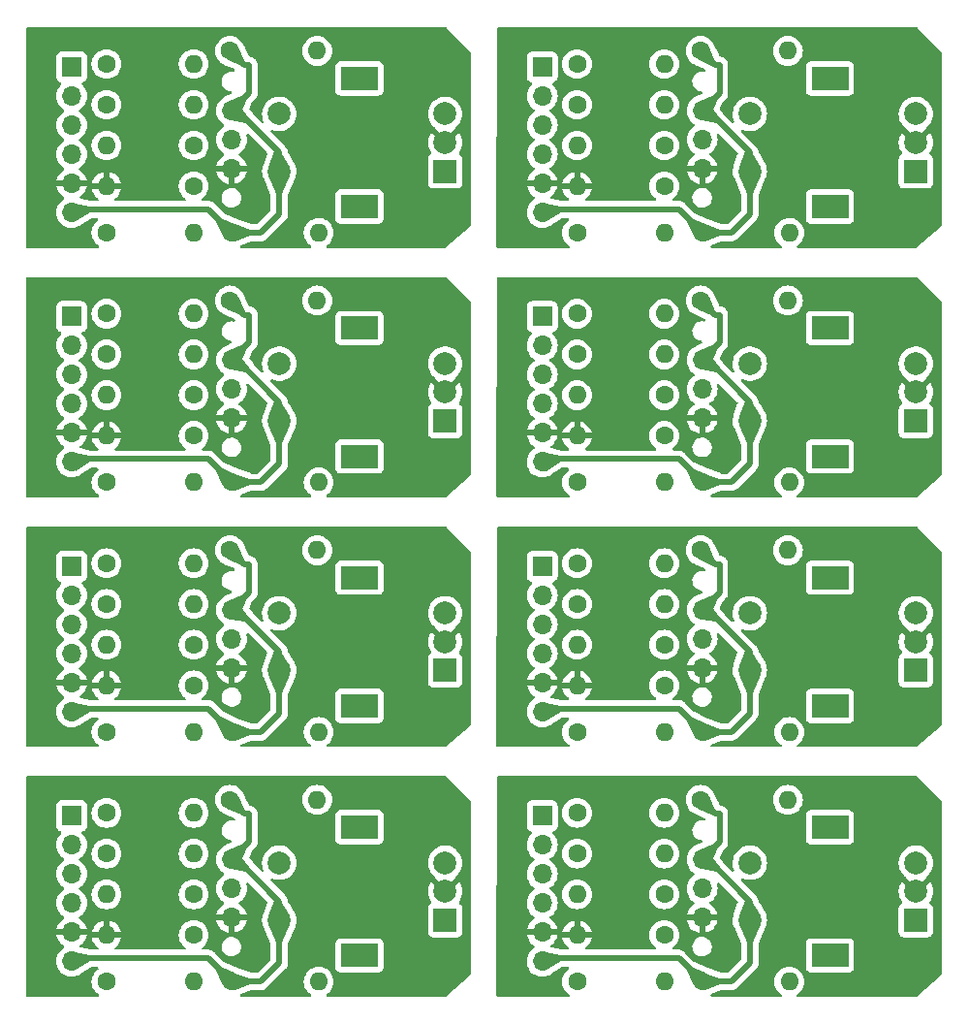
<source format=gbr>
%TF.GenerationSoftware,KiCad,Pcbnew,7.0.2*%
%TF.CreationDate,2023-06-05T19:45:02+09:00*%
%TF.ProjectId,kikit,6b696b69-742e-46b6-9963-61645f706362,rev?*%
%TF.SameCoordinates,Original*%
%TF.FileFunction,Copper,L2,Bot*%
%TF.FilePolarity,Positive*%
%FSLAX46Y46*%
G04 Gerber Fmt 4.6, Leading zero omitted, Abs format (unit mm)*
G04 Created by KiCad (PCBNEW 7.0.2) date 2023-06-05 19:45:02*
%MOMM*%
%LPD*%
G01*
G04 APERTURE LIST*
%TA.AperFunction,ComponentPad*%
%ADD10C,1.600000*%
%TD*%
%TA.AperFunction,ComponentPad*%
%ADD11O,1.600000X1.600000*%
%TD*%
%TA.AperFunction,ComponentPad*%
%ADD12O,1.700000X1.700000*%
%TD*%
%TA.AperFunction,ComponentPad*%
%ADD13R,2.000000X2.000000*%
%TD*%
%TA.AperFunction,ComponentPad*%
%ADD14C,2.000000*%
%TD*%
%TA.AperFunction,ComponentPad*%
%ADD15R,3.200000X2.000000*%
%TD*%
%TA.AperFunction,ComponentPad*%
%ADD16R,1.700000X1.700000*%
%TD*%
%TA.AperFunction,ViaPad*%
%ADD17C,0.800000*%
%TD*%
%TA.AperFunction,Conductor*%
%ADD18C,0.500000*%
%TD*%
G04 APERTURE END LIST*
D10*
%TO.P,R2,1*%
%TO.N,Board_1-Net-(J1-Pin_2)*%
X156612000Y-30276600D03*
D11*
%TO.P,R2,2*%
%TO.N,Board_1-Net-(R2-Pad2)*%
X164232000Y-30276600D03*
%TD*%
D10*
%TO.P,R3,1*%
%TO.N,Board_2-Net-(J1-Pin_1)*%
X115488200Y-55627704D03*
D11*
%TO.P,R3,2*%
%TO.N,Board_2-Net-(R3-Pad2)*%
X123108200Y-55627704D03*
%TD*%
D10*
%TO.P,R7,1*%
%TO.N,Board_5-VCC*%
X167534000Y-88598808D03*
D11*
%TO.P,R7,2*%
%TO.N,Board_5-Net-(R3-Pad2)*%
X175154000Y-88598808D03*
%TD*%
D10*
%TO.P,R5,1*%
%TO.N,Board_1-VCC*%
X167407000Y-29133600D03*
D11*
%TO.P,R5,2*%
%TO.N,Board_1-Net-(R2-Pad2)*%
X175027000Y-29133600D03*
%TD*%
D10*
%TO.P,R5,1*%
%TO.N,Board_0-VCC*%
X126283200Y-29133600D03*
D11*
%TO.P,R5,2*%
%TO.N,Board_0-Net-(R2-Pad2)*%
X133903200Y-29133600D03*
%TD*%
D10*
%TO.P,R6,1*%
%TO.N,Board_1-Net-(R4-Pad2)*%
X164232000Y-40944600D03*
D11*
%TO.P,R6,2*%
%TO.N,Board_1-GND*%
X156612000Y-40944600D03*
%TD*%
D12*
%TO.P,SW1,1,A*%
%TO.N,Board_6-VCC*%
X126410200Y-99725912D03*
%TO.P,SW1,2,B*%
%TO.N,Board_6-Net-(SW1-B)*%
X126410200Y-102265912D03*
%TO.P,SW1,3,C*%
%TO.N,Board_6-GND*%
X126410200Y-104805912D03*
%TD*%
D10*
%TO.P,R7,1*%
%TO.N,Board_4-VCC*%
X126410200Y-88598808D03*
D11*
%TO.P,R7,2*%
%TO.N,Board_4-Net-(R3-Pad2)*%
X134030200Y-88598808D03*
%TD*%
D13*
%TO.P,SW2,A,A*%
%TO.N,Board_2-Net-(R3-Pad2)*%
X145086200Y-61429704D03*
D14*
%TO.P,SW2,B,B*%
%TO.N,Board_2-Net-(R2-Pad2)*%
X145086200Y-56429704D03*
%TO.P,SW2,C,C*%
%TO.N,Board_2-GND*%
X145086200Y-58929704D03*
D15*
%TO.P,SW2,MP*%
%TO.N,N/C*%
X137586200Y-64529704D03*
X137586200Y-53329704D03*
D14*
%TO.P,SW2,S1,S1*%
%TO.N,Board_2-Net-(R4-Pad2)*%
X130586200Y-56429704D03*
%TO.P,SW2,S2,S2*%
%TO.N,Board_2-VCC*%
X130586200Y-61429704D03*
%TD*%
D10*
%TO.P,R3,1*%
%TO.N,Board_0-Net-(J1-Pin_1)*%
X115488200Y-33832600D03*
D11*
%TO.P,R3,2*%
%TO.N,Board_0-Net-(R3-Pad2)*%
X123108200Y-33832600D03*
%TD*%
D10*
%TO.P,R5,1*%
%TO.N,Board_5-VCC*%
X167407000Y-72723808D03*
D11*
%TO.P,R5,2*%
%TO.N,Board_5-Net-(R2-Pad2)*%
X175027000Y-72723808D03*
%TD*%
D10*
%TO.P,R7,1*%
%TO.N,Board_7-VCC*%
X167534000Y-110393912D03*
D11*
%TO.P,R7,2*%
%TO.N,Board_7-Net-(R3-Pad2)*%
X175154000Y-110393912D03*
%TD*%
D10*
%TO.P,R1,1*%
%TO.N,Board_4-Net-(SW1-B)*%
X123108200Y-80978808D03*
D11*
%TO.P,R1,2*%
%TO.N,Board_4-Net-(J1-Pin_4)*%
X115488200Y-80978808D03*
%TD*%
D10*
%TO.P,R2,1*%
%TO.N,Board_4-Net-(J1-Pin_2)*%
X115488200Y-73866808D03*
D11*
%TO.P,R2,2*%
%TO.N,Board_4-Net-(R2-Pad2)*%
X123108200Y-73866808D03*
%TD*%
D10*
%TO.P,R1,1*%
%TO.N,Board_2-Net-(SW1-B)*%
X123108200Y-59183704D03*
D11*
%TO.P,R1,2*%
%TO.N,Board_2-Net-(J1-Pin_4)*%
X115488200Y-59183704D03*
%TD*%
D12*
%TO.P,SW1,1,A*%
%TO.N,Board_4-VCC*%
X126410200Y-77930808D03*
%TO.P,SW1,2,B*%
%TO.N,Board_4-Net-(SW1-B)*%
X126410200Y-80470808D03*
%TO.P,SW1,3,C*%
%TO.N,Board_4-GND*%
X126410200Y-83010808D03*
%TD*%
D10*
%TO.P,R7,1*%
%TO.N,Board_0-VCC*%
X126410200Y-45008600D03*
D11*
%TO.P,R7,2*%
%TO.N,Board_0-Net-(R3-Pad2)*%
X134030200Y-45008600D03*
%TD*%
D16*
%TO.P,J1,1,Pin_1*%
%TO.N,Board_4-Net-(J1-Pin_1)*%
X112440200Y-74120808D03*
D12*
%TO.P,J1,2,Pin_2*%
%TO.N,Board_4-Net-(J1-Pin_2)*%
X112440200Y-76660808D03*
%TO.P,J1,3,Pin_3*%
%TO.N,Board_4-Net-(J1-Pin_3)*%
X112440200Y-79200808D03*
%TO.P,J1,4,Pin_4*%
%TO.N,Board_4-Net-(J1-Pin_4)*%
X112440200Y-81740808D03*
%TO.P,J1,5,Pin_5*%
%TO.N,Board_4-GND*%
X112440200Y-84280808D03*
%TO.P,J1,6,Pin_6*%
%TO.N,Board_4-VCC*%
X112440200Y-86820808D03*
%TD*%
D10*
%TO.P,R2,1*%
%TO.N,Board_0-Net-(J1-Pin_2)*%
X115488200Y-30276600D03*
D11*
%TO.P,R2,2*%
%TO.N,Board_0-Net-(R2-Pad2)*%
X123108200Y-30276600D03*
%TD*%
D10*
%TO.P,R6,1*%
%TO.N,Board_4-Net-(R4-Pad2)*%
X123108200Y-84534808D03*
D11*
%TO.P,R6,2*%
%TO.N,Board_4-GND*%
X115488200Y-84534808D03*
%TD*%
D10*
%TO.P,R5,1*%
%TO.N,Board_4-VCC*%
X126283200Y-72723808D03*
D11*
%TO.P,R5,2*%
%TO.N,Board_4-Net-(R2-Pad2)*%
X133903200Y-72723808D03*
%TD*%
D10*
%TO.P,R5,1*%
%TO.N,Board_2-VCC*%
X126283200Y-50928704D03*
D11*
%TO.P,R5,2*%
%TO.N,Board_2-Net-(R2-Pad2)*%
X133903200Y-50928704D03*
%TD*%
D12*
%TO.P,SW1,1,A*%
%TO.N,Board_7-VCC*%
X167534000Y-99725912D03*
%TO.P,SW1,2,B*%
%TO.N,Board_7-Net-(SW1-B)*%
X167534000Y-102265912D03*
%TO.P,SW1,3,C*%
%TO.N,Board_7-GND*%
X167534000Y-104805912D03*
%TD*%
D10*
%TO.P,R4,1*%
%TO.N,Board_2-Net-(J1-Pin_3)*%
X115488200Y-66803704D03*
D11*
%TO.P,R4,2*%
%TO.N,Board_2-Net-(R4-Pad2)*%
X123108200Y-66803704D03*
%TD*%
D10*
%TO.P,R1,1*%
%TO.N,Board_7-Net-(SW1-B)*%
X164232000Y-102773912D03*
D11*
%TO.P,R1,2*%
%TO.N,Board_7-Net-(J1-Pin_4)*%
X156612000Y-102773912D03*
%TD*%
D10*
%TO.P,R5,1*%
%TO.N,Board_6-VCC*%
X126283200Y-94518912D03*
D11*
%TO.P,R5,2*%
%TO.N,Board_6-Net-(R2-Pad2)*%
X133903200Y-94518912D03*
%TD*%
D10*
%TO.P,R1,1*%
%TO.N,Board_3-Net-(SW1-B)*%
X164232000Y-59183704D03*
D11*
%TO.P,R1,2*%
%TO.N,Board_3-Net-(J1-Pin_4)*%
X156612000Y-59183704D03*
%TD*%
D10*
%TO.P,R2,1*%
%TO.N,Board_3-Net-(J1-Pin_2)*%
X156612000Y-52071704D03*
D11*
%TO.P,R2,2*%
%TO.N,Board_3-Net-(R2-Pad2)*%
X164232000Y-52071704D03*
%TD*%
D12*
%TO.P,SW1,1,A*%
%TO.N,Board_3-VCC*%
X167534000Y-56135704D03*
%TO.P,SW1,2,B*%
%TO.N,Board_3-Net-(SW1-B)*%
X167534000Y-58675704D03*
%TO.P,SW1,3,C*%
%TO.N,Board_3-GND*%
X167534000Y-61215704D03*
%TD*%
D10*
%TO.P,R6,1*%
%TO.N,Board_5-Net-(R4-Pad2)*%
X164232000Y-84534808D03*
D11*
%TO.P,R6,2*%
%TO.N,Board_5-GND*%
X156612000Y-84534808D03*
%TD*%
D10*
%TO.P,R1,1*%
%TO.N,Board_6-Net-(SW1-B)*%
X123108200Y-102773912D03*
D11*
%TO.P,R1,2*%
%TO.N,Board_6-Net-(J1-Pin_4)*%
X115488200Y-102773912D03*
%TD*%
D13*
%TO.P,SW2,A,A*%
%TO.N,Board_5-Net-(R3-Pad2)*%
X186210000Y-83224808D03*
D14*
%TO.P,SW2,B,B*%
%TO.N,Board_5-Net-(R2-Pad2)*%
X186210000Y-78224808D03*
%TO.P,SW2,C,C*%
%TO.N,Board_5-GND*%
X186210000Y-80724808D03*
D15*
%TO.P,SW2,MP*%
%TO.N,N/C*%
X178710000Y-86324808D03*
X178710000Y-75124808D03*
D14*
%TO.P,SW2,S1,S1*%
%TO.N,Board_5-Net-(R4-Pad2)*%
X171710000Y-78224808D03*
%TO.P,SW2,S2,S2*%
%TO.N,Board_5-VCC*%
X171710000Y-83224808D03*
%TD*%
D13*
%TO.P,SW2,A,A*%
%TO.N,Board_4-Net-(R3-Pad2)*%
X145086200Y-83224808D03*
D14*
%TO.P,SW2,B,B*%
%TO.N,Board_4-Net-(R2-Pad2)*%
X145086200Y-78224808D03*
%TO.P,SW2,C,C*%
%TO.N,Board_4-GND*%
X145086200Y-80724808D03*
D15*
%TO.P,SW2,MP*%
%TO.N,N/C*%
X137586200Y-86324808D03*
X137586200Y-75124808D03*
D14*
%TO.P,SW2,S1,S1*%
%TO.N,Board_4-Net-(R4-Pad2)*%
X130586200Y-78224808D03*
%TO.P,SW2,S2,S2*%
%TO.N,Board_4-VCC*%
X130586200Y-83224808D03*
%TD*%
D10*
%TO.P,R4,1*%
%TO.N,Board_1-Net-(J1-Pin_3)*%
X156612000Y-45008600D03*
D11*
%TO.P,R4,2*%
%TO.N,Board_1-Net-(R4-Pad2)*%
X164232000Y-45008600D03*
%TD*%
D12*
%TO.P,SW1,1,A*%
%TO.N,Board_1-VCC*%
X167534000Y-34340600D03*
%TO.P,SW1,2,B*%
%TO.N,Board_1-Net-(SW1-B)*%
X167534000Y-36880600D03*
%TO.P,SW1,3,C*%
%TO.N,Board_1-GND*%
X167534000Y-39420600D03*
%TD*%
D10*
%TO.P,R3,1*%
%TO.N,Board_1-Net-(J1-Pin_1)*%
X156612000Y-33832600D03*
D11*
%TO.P,R3,2*%
%TO.N,Board_1-Net-(R3-Pad2)*%
X164232000Y-33832600D03*
%TD*%
D10*
%TO.P,R7,1*%
%TO.N,Board_3-VCC*%
X167534000Y-66803704D03*
D11*
%TO.P,R7,2*%
%TO.N,Board_3-Net-(R3-Pad2)*%
X175154000Y-66803704D03*
%TD*%
D10*
%TO.P,R1,1*%
%TO.N,Board_5-Net-(SW1-B)*%
X164232000Y-80978808D03*
D11*
%TO.P,R1,2*%
%TO.N,Board_5-Net-(J1-Pin_4)*%
X156612000Y-80978808D03*
%TD*%
D16*
%TO.P,J1,1,Pin_1*%
%TO.N,Board_7-Net-(J1-Pin_1)*%
X153564000Y-95915912D03*
D12*
%TO.P,J1,2,Pin_2*%
%TO.N,Board_7-Net-(J1-Pin_2)*%
X153564000Y-98455912D03*
%TO.P,J1,3,Pin_3*%
%TO.N,Board_7-Net-(J1-Pin_3)*%
X153564000Y-100995912D03*
%TO.P,J1,4,Pin_4*%
%TO.N,Board_7-Net-(J1-Pin_4)*%
X153564000Y-103535912D03*
%TO.P,J1,5,Pin_5*%
%TO.N,Board_7-GND*%
X153564000Y-106075912D03*
%TO.P,J1,6,Pin_6*%
%TO.N,Board_7-VCC*%
X153564000Y-108615912D03*
%TD*%
D10*
%TO.P,R4,1*%
%TO.N,Board_5-Net-(J1-Pin_3)*%
X156612000Y-88598808D03*
D11*
%TO.P,R4,2*%
%TO.N,Board_5-Net-(R4-Pad2)*%
X164232000Y-88598808D03*
%TD*%
D10*
%TO.P,R2,1*%
%TO.N,Board_5-Net-(J1-Pin_2)*%
X156612000Y-73866808D03*
D11*
%TO.P,R2,2*%
%TO.N,Board_5-Net-(R2-Pad2)*%
X164232000Y-73866808D03*
%TD*%
D10*
%TO.P,R2,1*%
%TO.N,Board_7-Net-(J1-Pin_2)*%
X156612000Y-95661912D03*
D11*
%TO.P,R2,2*%
%TO.N,Board_7-Net-(R2-Pad2)*%
X164232000Y-95661912D03*
%TD*%
D10*
%TO.P,R4,1*%
%TO.N,Board_3-Net-(J1-Pin_3)*%
X156612000Y-66803704D03*
D11*
%TO.P,R4,2*%
%TO.N,Board_3-Net-(R4-Pad2)*%
X164232000Y-66803704D03*
%TD*%
D16*
%TO.P,J1,1,Pin_1*%
%TO.N,Board_1-Net-(J1-Pin_1)*%
X153564000Y-30530600D03*
D12*
%TO.P,J1,2,Pin_2*%
%TO.N,Board_1-Net-(J1-Pin_2)*%
X153564000Y-33070600D03*
%TO.P,J1,3,Pin_3*%
%TO.N,Board_1-Net-(J1-Pin_3)*%
X153564000Y-35610600D03*
%TO.P,J1,4,Pin_4*%
%TO.N,Board_1-Net-(J1-Pin_4)*%
X153564000Y-38150600D03*
%TO.P,J1,5,Pin_5*%
%TO.N,Board_1-GND*%
X153564000Y-40690600D03*
%TO.P,J1,6,Pin_6*%
%TO.N,Board_1-VCC*%
X153564000Y-43230600D03*
%TD*%
D13*
%TO.P,SW2,A,A*%
%TO.N,Board_1-Net-(R3-Pad2)*%
X186210000Y-39634600D03*
D14*
%TO.P,SW2,B,B*%
%TO.N,Board_1-Net-(R2-Pad2)*%
X186210000Y-34634600D03*
%TO.P,SW2,C,C*%
%TO.N,Board_1-GND*%
X186210000Y-37134600D03*
D15*
%TO.P,SW2,MP*%
%TO.N,N/C*%
X178710000Y-42734600D03*
X178710000Y-31534600D03*
D14*
%TO.P,SW2,S1,S1*%
%TO.N,Board_1-Net-(R4-Pad2)*%
X171710000Y-34634600D03*
%TO.P,SW2,S2,S2*%
%TO.N,Board_1-VCC*%
X171710000Y-39634600D03*
%TD*%
D10*
%TO.P,R7,1*%
%TO.N,Board_6-VCC*%
X126410200Y-110393912D03*
D11*
%TO.P,R7,2*%
%TO.N,Board_6-Net-(R3-Pad2)*%
X134030200Y-110393912D03*
%TD*%
D10*
%TO.P,R2,1*%
%TO.N,Board_6-Net-(J1-Pin_2)*%
X115488200Y-95661912D03*
D11*
%TO.P,R2,2*%
%TO.N,Board_6-Net-(R2-Pad2)*%
X123108200Y-95661912D03*
%TD*%
D12*
%TO.P,SW1,1,A*%
%TO.N,Board_0-VCC*%
X126410200Y-34340600D03*
%TO.P,SW1,2,B*%
%TO.N,Board_0-Net-(SW1-B)*%
X126410200Y-36880600D03*
%TO.P,SW1,3,C*%
%TO.N,Board_0-GND*%
X126410200Y-39420600D03*
%TD*%
D10*
%TO.P,R4,1*%
%TO.N,Board_4-Net-(J1-Pin_3)*%
X115488200Y-88598808D03*
D11*
%TO.P,R4,2*%
%TO.N,Board_4-Net-(R4-Pad2)*%
X123108200Y-88598808D03*
%TD*%
D16*
%TO.P,J1,1,Pin_1*%
%TO.N,Board_5-Net-(J1-Pin_1)*%
X153564000Y-74120808D03*
D12*
%TO.P,J1,2,Pin_2*%
%TO.N,Board_5-Net-(J1-Pin_2)*%
X153564000Y-76660808D03*
%TO.P,J1,3,Pin_3*%
%TO.N,Board_5-Net-(J1-Pin_3)*%
X153564000Y-79200808D03*
%TO.P,J1,4,Pin_4*%
%TO.N,Board_5-Net-(J1-Pin_4)*%
X153564000Y-81740808D03*
%TO.P,J1,5,Pin_5*%
%TO.N,Board_5-GND*%
X153564000Y-84280808D03*
%TO.P,J1,6,Pin_6*%
%TO.N,Board_5-VCC*%
X153564000Y-86820808D03*
%TD*%
D10*
%TO.P,R5,1*%
%TO.N,Board_7-VCC*%
X167407000Y-94518912D03*
D11*
%TO.P,R5,2*%
%TO.N,Board_7-Net-(R2-Pad2)*%
X175027000Y-94518912D03*
%TD*%
D10*
%TO.P,R7,1*%
%TO.N,Board_2-VCC*%
X126410200Y-66803704D03*
D11*
%TO.P,R7,2*%
%TO.N,Board_2-Net-(R3-Pad2)*%
X134030200Y-66803704D03*
%TD*%
D10*
%TO.P,R6,1*%
%TO.N,Board_7-Net-(R4-Pad2)*%
X164232000Y-106329912D03*
D11*
%TO.P,R6,2*%
%TO.N,Board_7-GND*%
X156612000Y-106329912D03*
%TD*%
D10*
%TO.P,R3,1*%
%TO.N,Board_3-Net-(J1-Pin_1)*%
X156612000Y-55627704D03*
D11*
%TO.P,R3,2*%
%TO.N,Board_3-Net-(R3-Pad2)*%
X164232000Y-55627704D03*
%TD*%
D10*
%TO.P,R6,1*%
%TO.N,Board_2-Net-(R4-Pad2)*%
X123108200Y-62739704D03*
D11*
%TO.P,R6,2*%
%TO.N,Board_2-GND*%
X115488200Y-62739704D03*
%TD*%
D10*
%TO.P,R3,1*%
%TO.N,Board_6-Net-(J1-Pin_1)*%
X115488200Y-99217912D03*
D11*
%TO.P,R3,2*%
%TO.N,Board_6-Net-(R3-Pad2)*%
X123108200Y-99217912D03*
%TD*%
D13*
%TO.P,SW2,A,A*%
%TO.N,Board_6-Net-(R3-Pad2)*%
X145086200Y-105019912D03*
D14*
%TO.P,SW2,B,B*%
%TO.N,Board_6-Net-(R2-Pad2)*%
X145086200Y-100019912D03*
%TO.P,SW2,C,C*%
%TO.N,Board_6-GND*%
X145086200Y-102519912D03*
D15*
%TO.P,SW2,MP*%
%TO.N,N/C*%
X137586200Y-108119912D03*
X137586200Y-96919912D03*
D14*
%TO.P,SW2,S1,S1*%
%TO.N,Board_6-Net-(R4-Pad2)*%
X130586200Y-100019912D03*
%TO.P,SW2,S2,S2*%
%TO.N,Board_6-VCC*%
X130586200Y-105019912D03*
%TD*%
D10*
%TO.P,R3,1*%
%TO.N,Board_4-Net-(J1-Pin_1)*%
X115488200Y-77422808D03*
D11*
%TO.P,R3,2*%
%TO.N,Board_4-Net-(R3-Pad2)*%
X123108200Y-77422808D03*
%TD*%
D10*
%TO.P,R6,1*%
%TO.N,Board_3-Net-(R4-Pad2)*%
X164232000Y-62739704D03*
D11*
%TO.P,R6,2*%
%TO.N,Board_3-GND*%
X156612000Y-62739704D03*
%TD*%
D13*
%TO.P,SW2,A,A*%
%TO.N,Board_3-Net-(R3-Pad2)*%
X186210000Y-61429704D03*
D14*
%TO.P,SW2,B,B*%
%TO.N,Board_3-Net-(R2-Pad2)*%
X186210000Y-56429704D03*
%TO.P,SW2,C,C*%
%TO.N,Board_3-GND*%
X186210000Y-58929704D03*
D15*
%TO.P,SW2,MP*%
%TO.N,N/C*%
X178710000Y-64529704D03*
X178710000Y-53329704D03*
D14*
%TO.P,SW2,S1,S1*%
%TO.N,Board_3-Net-(R4-Pad2)*%
X171710000Y-56429704D03*
%TO.P,SW2,S2,S2*%
%TO.N,Board_3-VCC*%
X171710000Y-61429704D03*
%TD*%
D16*
%TO.P,J1,1,Pin_1*%
%TO.N,Board_0-Net-(J1-Pin_1)*%
X112440200Y-30530600D03*
D12*
%TO.P,J1,2,Pin_2*%
%TO.N,Board_0-Net-(J1-Pin_2)*%
X112440200Y-33070600D03*
%TO.P,J1,3,Pin_3*%
%TO.N,Board_0-Net-(J1-Pin_3)*%
X112440200Y-35610600D03*
%TO.P,J1,4,Pin_4*%
%TO.N,Board_0-Net-(J1-Pin_4)*%
X112440200Y-38150600D03*
%TO.P,J1,5,Pin_5*%
%TO.N,Board_0-GND*%
X112440200Y-40690600D03*
%TO.P,J1,6,Pin_6*%
%TO.N,Board_0-VCC*%
X112440200Y-43230600D03*
%TD*%
D10*
%TO.P,R3,1*%
%TO.N,Board_7-Net-(J1-Pin_1)*%
X156612000Y-99217912D03*
D11*
%TO.P,R3,2*%
%TO.N,Board_7-Net-(R3-Pad2)*%
X164232000Y-99217912D03*
%TD*%
D10*
%TO.P,R4,1*%
%TO.N,Board_7-Net-(J1-Pin_3)*%
X156612000Y-110393912D03*
D11*
%TO.P,R4,2*%
%TO.N,Board_7-Net-(R4-Pad2)*%
X164232000Y-110393912D03*
%TD*%
D10*
%TO.P,R2,1*%
%TO.N,Board_2-Net-(J1-Pin_2)*%
X115488200Y-52071704D03*
D11*
%TO.P,R2,2*%
%TO.N,Board_2-Net-(R2-Pad2)*%
X123108200Y-52071704D03*
%TD*%
D10*
%TO.P,R5,1*%
%TO.N,Board_3-VCC*%
X167407000Y-50928704D03*
D11*
%TO.P,R5,2*%
%TO.N,Board_3-Net-(R2-Pad2)*%
X175027000Y-50928704D03*
%TD*%
D10*
%TO.P,R1,1*%
%TO.N,Board_0-Net-(SW1-B)*%
X123108200Y-37388600D03*
D11*
%TO.P,R1,2*%
%TO.N,Board_0-Net-(J1-Pin_4)*%
X115488200Y-37388600D03*
%TD*%
D10*
%TO.P,R6,1*%
%TO.N,Board_0-Net-(R4-Pad2)*%
X123108200Y-40944600D03*
D11*
%TO.P,R6,2*%
%TO.N,Board_0-GND*%
X115488200Y-40944600D03*
%TD*%
D10*
%TO.P,R4,1*%
%TO.N,Board_0-Net-(J1-Pin_3)*%
X115488200Y-45008600D03*
D11*
%TO.P,R4,2*%
%TO.N,Board_0-Net-(R4-Pad2)*%
X123108200Y-45008600D03*
%TD*%
D16*
%TO.P,J1,1,Pin_1*%
%TO.N,Board_3-Net-(J1-Pin_1)*%
X153564000Y-52325704D03*
D12*
%TO.P,J1,2,Pin_2*%
%TO.N,Board_3-Net-(J1-Pin_2)*%
X153564000Y-54865704D03*
%TO.P,J1,3,Pin_3*%
%TO.N,Board_3-Net-(J1-Pin_3)*%
X153564000Y-57405704D03*
%TO.P,J1,4,Pin_4*%
%TO.N,Board_3-Net-(J1-Pin_4)*%
X153564000Y-59945704D03*
%TO.P,J1,5,Pin_5*%
%TO.N,Board_3-GND*%
X153564000Y-62485704D03*
%TO.P,J1,6,Pin_6*%
%TO.N,Board_3-VCC*%
X153564000Y-65025704D03*
%TD*%
D16*
%TO.P,J1,1,Pin_1*%
%TO.N,Board_6-Net-(J1-Pin_1)*%
X112440200Y-95915912D03*
D12*
%TO.P,J1,2,Pin_2*%
%TO.N,Board_6-Net-(J1-Pin_2)*%
X112440200Y-98455912D03*
%TO.P,J1,3,Pin_3*%
%TO.N,Board_6-Net-(J1-Pin_3)*%
X112440200Y-100995912D03*
%TO.P,J1,4,Pin_4*%
%TO.N,Board_6-Net-(J1-Pin_4)*%
X112440200Y-103535912D03*
%TO.P,J1,5,Pin_5*%
%TO.N,Board_6-GND*%
X112440200Y-106075912D03*
%TO.P,J1,6,Pin_6*%
%TO.N,Board_6-VCC*%
X112440200Y-108615912D03*
%TD*%
%TO.P,SW1,1,A*%
%TO.N,Board_2-VCC*%
X126410200Y-56135704D03*
%TO.P,SW1,2,B*%
%TO.N,Board_2-Net-(SW1-B)*%
X126410200Y-58675704D03*
%TO.P,SW1,3,C*%
%TO.N,Board_2-GND*%
X126410200Y-61215704D03*
%TD*%
D10*
%TO.P,R7,1*%
%TO.N,Board_1-VCC*%
X167534000Y-45008600D03*
D11*
%TO.P,R7,2*%
%TO.N,Board_1-Net-(R3-Pad2)*%
X175154000Y-45008600D03*
%TD*%
D10*
%TO.P,R6,1*%
%TO.N,Board_6-Net-(R4-Pad2)*%
X123108200Y-106329912D03*
D11*
%TO.P,R6,2*%
%TO.N,Board_6-GND*%
X115488200Y-106329912D03*
%TD*%
D10*
%TO.P,R4,1*%
%TO.N,Board_6-Net-(J1-Pin_3)*%
X115488200Y-110393912D03*
D11*
%TO.P,R4,2*%
%TO.N,Board_6-Net-(R4-Pad2)*%
X123108200Y-110393912D03*
%TD*%
D12*
%TO.P,SW1,1,A*%
%TO.N,Board_5-VCC*%
X167534000Y-77930808D03*
%TO.P,SW1,2,B*%
%TO.N,Board_5-Net-(SW1-B)*%
X167534000Y-80470808D03*
%TO.P,SW1,3,C*%
%TO.N,Board_5-GND*%
X167534000Y-83010808D03*
%TD*%
D10*
%TO.P,R1,1*%
%TO.N,Board_1-Net-(SW1-B)*%
X164232000Y-37388600D03*
D11*
%TO.P,R1,2*%
%TO.N,Board_1-Net-(J1-Pin_4)*%
X156612000Y-37388600D03*
%TD*%
D13*
%TO.P,SW2,A,A*%
%TO.N,Board_0-Net-(R3-Pad2)*%
X145086200Y-39634600D03*
D14*
%TO.P,SW2,B,B*%
%TO.N,Board_0-Net-(R2-Pad2)*%
X145086200Y-34634600D03*
%TO.P,SW2,C,C*%
%TO.N,Board_0-GND*%
X145086200Y-37134600D03*
D15*
%TO.P,SW2,MP*%
%TO.N,N/C*%
X137586200Y-42734600D03*
X137586200Y-31534600D03*
D14*
%TO.P,SW2,S1,S1*%
%TO.N,Board_0-Net-(R4-Pad2)*%
X130586200Y-34634600D03*
%TO.P,SW2,S2,S2*%
%TO.N,Board_0-VCC*%
X130586200Y-39634600D03*
%TD*%
D13*
%TO.P,SW2,A,A*%
%TO.N,Board_7-Net-(R3-Pad2)*%
X186210000Y-105019912D03*
D14*
%TO.P,SW2,B,B*%
%TO.N,Board_7-Net-(R2-Pad2)*%
X186210000Y-100019912D03*
%TO.P,SW2,C,C*%
%TO.N,Board_7-GND*%
X186210000Y-102519912D03*
D15*
%TO.P,SW2,MP*%
%TO.N,N/C*%
X178710000Y-108119912D03*
X178710000Y-96919912D03*
D14*
%TO.P,SW2,S1,S1*%
%TO.N,Board_7-Net-(R4-Pad2)*%
X171710000Y-100019912D03*
%TO.P,SW2,S2,S2*%
%TO.N,Board_7-VCC*%
X171710000Y-105019912D03*
%TD*%
D16*
%TO.P,J1,1,Pin_1*%
%TO.N,Board_2-Net-(J1-Pin_1)*%
X112440200Y-52325704D03*
D12*
%TO.P,J1,2,Pin_2*%
%TO.N,Board_2-Net-(J1-Pin_2)*%
X112440200Y-54865704D03*
%TO.P,J1,3,Pin_3*%
%TO.N,Board_2-Net-(J1-Pin_3)*%
X112440200Y-57405704D03*
%TO.P,J1,4,Pin_4*%
%TO.N,Board_2-Net-(J1-Pin_4)*%
X112440200Y-59945704D03*
%TO.P,J1,5,Pin_5*%
%TO.N,Board_2-GND*%
X112440200Y-62485704D03*
%TO.P,J1,6,Pin_6*%
%TO.N,Board_2-VCC*%
X112440200Y-65025704D03*
%TD*%
D10*
%TO.P,R3,1*%
%TO.N,Board_5-Net-(J1-Pin_1)*%
X156612000Y-77422808D03*
D11*
%TO.P,R3,2*%
%TO.N,Board_5-Net-(R3-Pad2)*%
X164232000Y-77422808D03*
%TD*%
D17*
%TO.N,Board_7-GND*%
X173884000Y-102011912D03*
X160549000Y-93629912D03*
X174392000Y-105313912D03*
%TO.N,Board_6-GND*%
X119425200Y-93629912D03*
X133268200Y-105313912D03*
X132760200Y-102011912D03*
%TO.N,Board_5-GND*%
X160549000Y-71834808D03*
X174392000Y-83518808D03*
X173884000Y-80216808D03*
%TO.N,Board_4-GND*%
X133268200Y-83518808D03*
X132760200Y-80216808D03*
X119425200Y-71834808D03*
%TO.N,Board_3-GND*%
X173884000Y-58421704D03*
X160549000Y-50039704D03*
X174392000Y-61723704D03*
%TO.N,Board_2-GND*%
X119425200Y-50039704D03*
X132760200Y-58421704D03*
X133268200Y-61723704D03*
%TO.N,Board_1-GND*%
X174392000Y-39928600D03*
X160549000Y-28244600D03*
X173884000Y-36626600D03*
%TO.N,Board_0-GND*%
X132760200Y-36626600D03*
X119425200Y-28244600D03*
X133268200Y-39928600D03*
%TD*%
D18*
%TO.N,Board_7-VCC*%
X168653500Y-95765412D02*
X167407000Y-94518912D01*
X167534000Y-99725912D02*
X169058000Y-98201912D01*
X169058000Y-95765412D02*
X168653500Y-95765412D01*
X167534000Y-110393912D02*
X170074000Y-110393912D01*
X165502000Y-108361912D02*
X167534000Y-110393912D01*
X170074000Y-110393912D02*
X171710000Y-108757912D01*
X153572000Y-108615912D02*
X153826000Y-108361912D01*
X168042000Y-99725912D02*
X167534000Y-99725912D01*
X153826000Y-108361912D02*
X165502000Y-108361912D01*
X171710000Y-105019912D02*
X171710000Y-103393912D01*
X169058000Y-98201912D02*
X169058000Y-95765412D01*
X171710000Y-108757912D02*
X171710000Y-105019912D01*
X171710000Y-103393912D02*
X168042000Y-99725912D01*
%TO.N,Board_6-VCC*%
X126410200Y-110393912D02*
X128950200Y-110393912D01*
X130586200Y-105019912D02*
X130586200Y-103393912D01*
X112702200Y-108361912D02*
X124378200Y-108361912D01*
X126918200Y-99725912D02*
X126410200Y-99725912D01*
X126410200Y-99725912D02*
X127934200Y-98201912D01*
X130586200Y-103393912D02*
X126918200Y-99725912D01*
X127529700Y-95765412D02*
X126283200Y-94518912D01*
X130586200Y-108757912D02*
X130586200Y-105019912D01*
X124378200Y-108361912D02*
X126410200Y-110393912D01*
X127934200Y-98201912D02*
X127934200Y-95765412D01*
X128950200Y-110393912D02*
X130586200Y-108757912D01*
X127934200Y-95765412D02*
X127529700Y-95765412D01*
X112448200Y-108615912D02*
X112702200Y-108361912D01*
%TO.N,Board_5-VCC*%
X171710000Y-86962808D02*
X171710000Y-83224808D01*
X168653500Y-73970308D02*
X167407000Y-72723808D01*
X171710000Y-81598808D02*
X168042000Y-77930808D01*
X153826000Y-86566808D02*
X165502000Y-86566808D01*
X171710000Y-83224808D02*
X171710000Y-81598808D01*
X167534000Y-88598808D02*
X170074000Y-88598808D01*
X169058000Y-73970308D02*
X168653500Y-73970308D01*
X167534000Y-77930808D02*
X169058000Y-76406808D01*
X169058000Y-76406808D02*
X169058000Y-73970308D01*
X168042000Y-77930808D02*
X167534000Y-77930808D01*
X170074000Y-88598808D02*
X171710000Y-86962808D01*
X153572000Y-86820808D02*
X153826000Y-86566808D01*
X165502000Y-86566808D02*
X167534000Y-88598808D01*
%TO.N,Board_4-VCC*%
X130586200Y-83224808D02*
X130586200Y-81598808D01*
X130586200Y-86962808D02*
X130586200Y-83224808D01*
X127529700Y-73970308D02*
X126283200Y-72723808D01*
X128950200Y-88598808D02*
X130586200Y-86962808D01*
X130586200Y-81598808D02*
X126918200Y-77930808D01*
X127934200Y-76406808D02*
X127934200Y-73970308D01*
X126410200Y-88598808D02*
X128950200Y-88598808D01*
X124378200Y-86566808D02*
X126410200Y-88598808D01*
X127934200Y-73970308D02*
X127529700Y-73970308D01*
X126918200Y-77930808D02*
X126410200Y-77930808D01*
X112448200Y-86820808D02*
X112702200Y-86566808D01*
X112702200Y-86566808D02*
X124378200Y-86566808D01*
X126410200Y-77930808D02*
X127934200Y-76406808D01*
%TO.N,Board_3-VCC*%
X170074000Y-66803704D02*
X171710000Y-65167704D01*
X171710000Y-61429704D02*
X171710000Y-59803704D01*
X153572000Y-65025704D02*
X153826000Y-64771704D01*
X169058000Y-54611704D02*
X169058000Y-52175204D01*
X171710000Y-65167704D02*
X171710000Y-61429704D01*
X153826000Y-64771704D02*
X165502000Y-64771704D01*
X165502000Y-64771704D02*
X167534000Y-66803704D01*
X169058000Y-52175204D02*
X168653500Y-52175204D01*
X171710000Y-59803704D02*
X168042000Y-56135704D01*
X168042000Y-56135704D02*
X167534000Y-56135704D01*
X167534000Y-66803704D02*
X170074000Y-66803704D01*
X167534000Y-56135704D02*
X169058000Y-54611704D01*
X168653500Y-52175204D02*
X167407000Y-50928704D01*
%TO.N,Board_2-VCC*%
X130586200Y-59803704D02*
X126918200Y-56135704D01*
X126918200Y-56135704D02*
X126410200Y-56135704D01*
X126410200Y-56135704D02*
X127934200Y-54611704D01*
X127529700Y-52175204D02*
X126283200Y-50928704D01*
X130586200Y-65167704D02*
X130586200Y-61429704D01*
X124378200Y-64771704D02*
X126410200Y-66803704D01*
X112448200Y-65025704D02*
X112702200Y-64771704D01*
X127934200Y-54611704D02*
X127934200Y-52175204D01*
X128950200Y-66803704D02*
X130586200Y-65167704D01*
X126410200Y-66803704D02*
X128950200Y-66803704D01*
X112702200Y-64771704D02*
X124378200Y-64771704D01*
X130586200Y-61429704D02*
X130586200Y-59803704D01*
X127934200Y-52175204D02*
X127529700Y-52175204D01*
%TO.N,Board_1-VCC*%
X168042000Y-34340600D02*
X167534000Y-34340600D01*
X171710000Y-39634600D02*
X171710000Y-38008600D01*
X171710000Y-43372600D02*
X171710000Y-39634600D01*
X171710000Y-38008600D02*
X168042000Y-34340600D01*
X167534000Y-45008600D02*
X170074000Y-45008600D01*
X170074000Y-45008600D02*
X171710000Y-43372600D01*
X167534000Y-34340600D02*
X169058000Y-32816600D01*
X153826000Y-42976600D02*
X165502000Y-42976600D01*
X169058000Y-32816600D02*
X169058000Y-30380100D01*
X168653500Y-30380100D02*
X167407000Y-29133600D01*
X153572000Y-43230600D02*
X153826000Y-42976600D01*
X169058000Y-30380100D02*
X168653500Y-30380100D01*
X165502000Y-42976600D02*
X167534000Y-45008600D01*
%TO.N,Board_0-VCC*%
X126410200Y-34340600D02*
X127934200Y-32816600D01*
X130586200Y-43372600D02*
X130586200Y-39634600D01*
X130586200Y-39634600D02*
X130586200Y-38008600D01*
X124378200Y-42976600D02*
X126410200Y-45008600D01*
X127934200Y-32816600D02*
X127934200Y-30380100D01*
X127529700Y-30380100D02*
X126283200Y-29133600D01*
X128950200Y-45008600D02*
X130586200Y-43372600D01*
X130586200Y-38008600D02*
X126918200Y-34340600D01*
X127934200Y-30380100D02*
X127529700Y-30380100D01*
X112702200Y-42976600D02*
X124378200Y-42976600D01*
X126410200Y-45008600D02*
X128950200Y-45008600D01*
X112448200Y-43230600D02*
X112702200Y-42976600D01*
X126918200Y-34340600D02*
X126410200Y-34340600D01*
%TD*%
%TA.AperFunction,Conductor*%
%TO.N,Board_6-VCC*%
G36*
X127018187Y-99134468D02*
G01*
X127019308Y-99135770D01*
X127975277Y-100427330D01*
X127977445Y-100436019D01*
X127974146Y-100442564D01*
X127632023Y-100784687D01*
X127623750Y-100788114D01*
X127621733Y-100787939D01*
X126419874Y-100577605D01*
X126412316Y-100572803D01*
X126410191Y-100566092D01*
X126409497Y-99730064D01*
X126412917Y-99721789D01*
X126412934Y-99721772D01*
X127001641Y-99134448D01*
X127009918Y-99131031D01*
X127018187Y-99134468D01*
G37*
%TD.AperFunction*%
%TD*%
%TA.AperFunction,Conductor*%
%TO.N,Board_5-VCC*%
G36*
X169126437Y-88345949D02*
G01*
X169132964Y-88352080D01*
X169134000Y-88356893D01*
X169134000Y-88840722D01*
X169130573Y-88848995D01*
X169126437Y-88851666D01*
X167850741Y-89333907D01*
X167841791Y-89333627D01*
X167835801Y-89327454D01*
X167534864Y-88603295D01*
X167534854Y-88594346D01*
X167835801Y-87870160D01*
X167842139Y-87863837D01*
X167850739Y-87863708D01*
X169126437Y-88345949D01*
G37*
%TD.AperFunction*%
%TD*%
%TA.AperFunction,Conductor*%
%TO.N,Board_4-VCC*%
G36*
X128002637Y-88345949D02*
G01*
X128009164Y-88352080D01*
X128010200Y-88356893D01*
X128010200Y-88840722D01*
X128006773Y-88848995D01*
X128002637Y-88851666D01*
X126726941Y-89333907D01*
X126717991Y-89333627D01*
X126712001Y-89327454D01*
X126411064Y-88603295D01*
X126411054Y-88594346D01*
X126712001Y-87870160D01*
X126718339Y-87863837D01*
X126726939Y-87863708D01*
X128002637Y-88345949D01*
G37*
%TD.AperFunction*%
%TD*%
%TA.AperFunction,Conductor*%
%TO.N,Board_7-VCC*%
G36*
X171628273Y-102963269D02*
G01*
X171630030Y-102965519D01*
X172626898Y-104625602D01*
X172628220Y-104634459D01*
X172622891Y-104641655D01*
X172621355Y-104642430D01*
X171715191Y-105018756D01*
X171706237Y-105018765D01*
X171706222Y-105018759D01*
X170796449Y-104641512D01*
X170790120Y-104635177D01*
X170789932Y-104626716D01*
X171267880Y-103308672D01*
X171270603Y-103304393D01*
X171611728Y-102963268D01*
X171620000Y-102959842D01*
X171628273Y-102963269D01*
G37*
%TD.AperFunction*%
%TD*%
%TA.AperFunction,Conductor*%
%TO.N,Board_1-VCC*%
G36*
X168144589Y-28831786D02*
G01*
X168150763Y-28837777D01*
X168711820Y-30080824D01*
X168712100Y-30089774D01*
X168709429Y-30093910D01*
X168367310Y-30436029D01*
X168359037Y-30439456D01*
X168354224Y-30438420D01*
X167111177Y-29877363D01*
X167105046Y-29870836D01*
X167105174Y-29862235D01*
X167404438Y-29137385D01*
X167410762Y-29131048D01*
X167410764Y-29131046D01*
X168135635Y-28831775D01*
X168144589Y-28831786D01*
G37*
%TD.AperFunction*%
%TD*%
%TA.AperFunction,Conductor*%
%TO.N,Board_1-VCC*%
G36*
X168141987Y-33749156D02*
G01*
X168143108Y-33750458D01*
X169099077Y-35042018D01*
X169101245Y-35050707D01*
X169097946Y-35057252D01*
X168755823Y-35399375D01*
X168747550Y-35402802D01*
X168745533Y-35402627D01*
X167543674Y-35192293D01*
X167536116Y-35187491D01*
X167533991Y-35180780D01*
X167533297Y-34344752D01*
X167536717Y-34336477D01*
X167536734Y-34336460D01*
X168125441Y-33749136D01*
X168133718Y-33745719D01*
X168141987Y-33749156D01*
G37*
%TD.AperFunction*%
%TD*%
%TA.AperFunction,Conductor*%
%TO.N,Board_3-VCC*%
G36*
X169126437Y-66550845D02*
G01*
X169132964Y-66556976D01*
X169134000Y-66561789D01*
X169134000Y-67045618D01*
X169130573Y-67053891D01*
X169126437Y-67056562D01*
X167850741Y-67538803D01*
X167841791Y-67538523D01*
X167835801Y-67532350D01*
X167534864Y-66808191D01*
X167534854Y-66799242D01*
X167835801Y-66075056D01*
X167842139Y-66068733D01*
X167850739Y-66068604D01*
X169126437Y-66550845D01*
G37*
%TD.AperFunction*%
%TD*%
%TA.AperFunction,Conductor*%
%TO.N,Board_4-VCC*%
G36*
X114080410Y-86314839D02*
G01*
X114087789Y-86319910D01*
X114089677Y-86326283D01*
X114089677Y-86810161D01*
X114086250Y-86818434D01*
X114083967Y-86820211D01*
X112777090Y-87599186D01*
X112768229Y-87600478D01*
X112761050Y-87595126D01*
X112760295Y-87593625D01*
X112441065Y-86825297D01*
X112441056Y-86816342D01*
X112441065Y-86816319D01*
X112443624Y-86810161D01*
X112761752Y-86044483D01*
X112768090Y-86038160D01*
X112774985Y-86037529D01*
X114080410Y-86314839D01*
G37*
%TD.AperFunction*%
%TD*%
%TA.AperFunction,Conductor*%
%TO.N,Board_2-VCC*%
G36*
X127018187Y-55544260D02*
G01*
X127019308Y-55545562D01*
X127975277Y-56837122D01*
X127977445Y-56845811D01*
X127974146Y-56852356D01*
X127632023Y-57194479D01*
X127623750Y-57197906D01*
X127621733Y-57197731D01*
X126419874Y-56987397D01*
X126412316Y-56982595D01*
X126410191Y-56975884D01*
X126409497Y-56139856D01*
X126412917Y-56131581D01*
X126412934Y-56131564D01*
X127001641Y-55544240D01*
X127009918Y-55540823D01*
X127018187Y-55544260D01*
G37*
%TD.AperFunction*%
%TD*%
%TA.AperFunction,Conductor*%
%TO.N,Board_3-VCC*%
G36*
X168144589Y-50626890D02*
G01*
X168150763Y-50632881D01*
X168711820Y-51875928D01*
X168712100Y-51884878D01*
X168709429Y-51889014D01*
X168367310Y-52231133D01*
X168359037Y-52234560D01*
X168354224Y-52233524D01*
X167111177Y-51672467D01*
X167105046Y-51665940D01*
X167105174Y-51657339D01*
X167404438Y-50932489D01*
X167410762Y-50926152D01*
X167410764Y-50926150D01*
X168135635Y-50626879D01*
X168144589Y-50626890D01*
G37*
%TD.AperFunction*%
%TD*%
%TA.AperFunction,Conductor*%
%TO.N,Board_4-GND*%
G36*
X145152359Y-70666397D02*
G01*
X145219394Y-70686095D01*
X145242950Y-70705753D01*
X147331818Y-72942070D01*
X147363194Y-73004497D01*
X147365200Y-73026712D01*
X147365200Y-87907654D01*
X147345515Y-87974693D01*
X147322996Y-88000849D01*
X145168293Y-89891996D01*
X145104923Y-89921424D01*
X145086495Y-89922801D01*
X134800238Y-89922613D01*
X134733199Y-89902927D01*
X134687445Y-89850122D01*
X134677502Y-89780964D01*
X134706529Y-89717409D01*
X134729113Y-89697041D01*
X134869339Y-89598855D01*
X135030247Y-89437947D01*
X135160768Y-89251542D01*
X135256939Y-89045304D01*
X135315835Y-88825500D01*
X135335668Y-88598808D01*
X135315835Y-88372116D01*
X135256939Y-88152312D01*
X135160768Y-87946074D01*
X135159395Y-87944112D01*
X135030246Y-87759667D01*
X134869340Y-87598761D01*
X134682935Y-87468240D01*
X134476697Y-87372069D01*
X134466684Y-87369386D01*
X135485700Y-87369386D01*
X135485701Y-87372680D01*
X135486053Y-87375960D01*
X135486054Y-87375967D01*
X135492109Y-87432292D01*
X135507843Y-87474477D01*
X135542404Y-87567139D01*
X135628654Y-87682354D01*
X135743869Y-87768604D01*
X135878717Y-87818899D01*
X135938327Y-87825308D01*
X139234072Y-87825307D01*
X139293683Y-87818899D01*
X139428531Y-87768604D01*
X139543746Y-87682354D01*
X139629996Y-87567139D01*
X139680291Y-87432291D01*
X139686700Y-87372681D01*
X139686699Y-85276936D01*
X139680291Y-85217325D01*
X139629996Y-85082477D01*
X139543746Y-84967262D01*
X139428531Y-84881012D01*
X139293683Y-84830717D01*
X139234073Y-84824308D01*
X139230750Y-84824308D01*
X135941639Y-84824308D01*
X135941620Y-84824308D01*
X135938328Y-84824309D01*
X135935048Y-84824661D01*
X135935040Y-84824662D01*
X135878715Y-84830717D01*
X135743869Y-84881012D01*
X135628654Y-84967262D01*
X135542404Y-85082476D01*
X135492110Y-85217323D01*
X135492109Y-85217325D01*
X135485700Y-85276935D01*
X135485700Y-85280256D01*
X135485700Y-85280257D01*
X135485700Y-87369368D01*
X135485700Y-87369386D01*
X134466684Y-87369386D01*
X134256889Y-87313172D01*
X134030200Y-87293339D01*
X133803510Y-87313172D01*
X133583702Y-87372069D01*
X133377464Y-87468240D01*
X133191059Y-87598761D01*
X133030153Y-87759667D01*
X132899632Y-87946072D01*
X132803461Y-88152310D01*
X132744564Y-88372118D01*
X132724731Y-88598807D01*
X132744564Y-88825497D01*
X132803461Y-89045305D01*
X132899632Y-89251543D01*
X133030153Y-89437948D01*
X133191059Y-89598854D01*
X133331242Y-89697010D01*
X133374867Y-89751586D01*
X133382061Y-89821085D01*
X133350539Y-89883440D01*
X133290309Y-89918854D01*
X133260117Y-89922585D01*
X127278251Y-89922475D01*
X127211212Y-89902789D01*
X127165458Y-89849984D01*
X127155515Y-89780826D01*
X127184542Y-89717271D01*
X127234406Y-89682486D01*
X128094588Y-89357318D01*
X128138434Y-89349308D01*
X128886494Y-89349308D01*
X128904464Y-89350617D01*
X128908520Y-89351210D01*
X128928223Y-89354097D01*
X128977568Y-89349780D01*
X128988376Y-89349308D01*
X128990300Y-89349308D01*
X128993909Y-89349308D01*
X129024750Y-89345702D01*
X129028231Y-89345347D01*
X129102997Y-89338807D01*
X129102997Y-89338806D01*
X129104252Y-89338697D01*
X129123262Y-89334482D01*
X129124450Y-89334049D01*
X129124455Y-89334049D01*
X129195020Y-89308365D01*
X129198295Y-89307227D01*
X129269534Y-89283622D01*
X129269536Y-89283620D01*
X129270736Y-89283223D01*
X129288263Y-89274737D01*
X129289312Y-89274046D01*
X129289317Y-89274045D01*
X129352006Y-89232813D01*
X129354998Y-89230907D01*
X129418856Y-89191520D01*
X129418856Y-89191519D01*
X129419929Y-89190858D01*
X129435024Y-89178561D01*
X129435892Y-89177640D01*
X129435896Y-89177638D01*
X129487385Y-89123061D01*
X129489831Y-89120543D01*
X131071838Y-87538535D01*
X131085456Y-87526765D01*
X131104730Y-87512418D01*
X131136572Y-87474469D01*
X131143886Y-87466489D01*
X131144467Y-87465907D01*
X131147790Y-87462585D01*
X131167037Y-87438241D01*
X131169231Y-87435546D01*
X131217502Y-87378022D01*
X131217503Y-87378018D01*
X131218319Y-87377047D01*
X131228775Y-87360633D01*
X131229309Y-87359487D01*
X131229311Y-87359485D01*
X131261016Y-87291490D01*
X131262569Y-87288283D01*
X131296240Y-87221241D01*
X131296240Y-87221237D01*
X131296810Y-87220104D01*
X131303199Y-87201725D01*
X131303456Y-87200481D01*
X131318631Y-87126979D01*
X131319386Y-87123575D01*
X131336700Y-87050529D01*
X131336700Y-87050525D01*
X131336990Y-87049302D01*
X131338969Y-87029931D01*
X131338932Y-87028667D01*
X131338933Y-87028664D01*
X131336752Y-86953696D01*
X131336700Y-86950091D01*
X131336700Y-85362708D01*
X131346238Y-85315016D01*
X131363478Y-85273641D01*
X131972195Y-83812712D01*
X131990459Y-83761193D01*
X131990458Y-83761193D01*
X131993312Y-83753146D01*
X131996624Y-83744780D01*
X132010263Y-83713689D01*
X132071308Y-83472629D01*
X132091843Y-83224808D01*
X132071308Y-82976987D01*
X132010263Y-82735927D01*
X131910373Y-82508201D01*
X131910373Y-82508200D01*
X131773484Y-82298675D01*
X131770987Y-82294690D01*
X131484706Y-81817948D01*
X131352828Y-81598332D01*
X131335975Y-81548899D01*
X131333092Y-81524240D01*
X131332734Y-81520723D01*
X131326088Y-81444750D01*
X131321874Y-81425743D01*
X131321441Y-81424553D01*
X131295771Y-81354025D01*
X131294624Y-81350725D01*
X131271014Y-81279473D01*
X131271012Y-81279470D01*
X131270615Y-81278271D01*
X131262129Y-81260744D01*
X131261437Y-81259692D01*
X131261437Y-81259691D01*
X131220225Y-81197032D01*
X131218306Y-81194020D01*
X131178248Y-81129075D01*
X131165950Y-81113980D01*
X131110490Y-81061656D01*
X131107903Y-81059143D01*
X129859403Y-79810643D01*
X129825918Y-79749320D01*
X129830902Y-79679628D01*
X129872774Y-79623695D01*
X129938238Y-79599278D01*
X129987346Y-79605680D01*
X130216586Y-79684379D01*
X130461865Y-79725308D01*
X130710535Y-79725308D01*
X130955814Y-79684379D01*
X131191010Y-79603636D01*
X131409709Y-79485282D01*
X131605944Y-79332546D01*
X131774364Y-79149593D01*
X131910373Y-78941415D01*
X132010263Y-78713689D01*
X132071308Y-78472629D01*
X132091843Y-78224808D01*
X132091843Y-78224807D01*
X143580556Y-78224807D01*
X143601091Y-78472624D01*
X143601091Y-78472627D01*
X143601092Y-78472629D01*
X143662137Y-78713689D01*
X143672426Y-78737145D01*
X143762025Y-78941412D01*
X143762027Y-78941415D01*
X143898036Y-79149593D01*
X144033525Y-79296773D01*
X144066459Y-79332549D01*
X144167574Y-79411250D01*
X144208387Y-79467960D01*
X144212500Y-79497556D01*
X144953666Y-80238721D01*
X144943885Y-80240128D01*
X144813100Y-80299856D01*
X144704439Y-80394010D01*
X144626707Y-80514964D01*
X144603123Y-80595283D01*
X143862764Y-79854924D01*
X143762466Y-80008442D01*
X143662613Y-80236086D01*
X143601586Y-80477075D01*
X143581058Y-80724808D01*
X143601586Y-80972540D01*
X143662613Y-81213529D01*
X143762468Y-81441178D01*
X143874684Y-81612936D01*
X143894872Y-81679826D01*
X143875693Y-81747011D01*
X143845187Y-81780025D01*
X143728654Y-81867261D01*
X143642404Y-81982476D01*
X143592110Y-82117323D01*
X143592109Y-82117325D01*
X143585700Y-82176935D01*
X143585700Y-82180256D01*
X143585700Y-82180257D01*
X143585700Y-84269368D01*
X143585700Y-84269386D01*
X143585701Y-84272680D01*
X143586053Y-84275960D01*
X143586054Y-84275967D01*
X143592109Y-84332292D01*
X143595522Y-84341442D01*
X143642404Y-84467139D01*
X143728654Y-84582354D01*
X143843869Y-84668604D01*
X143978717Y-84718899D01*
X144038327Y-84725308D01*
X146134072Y-84725307D01*
X146193683Y-84718899D01*
X146328531Y-84668604D01*
X146443746Y-84582354D01*
X146529996Y-84467139D01*
X146580291Y-84332291D01*
X146586700Y-84272681D01*
X146586699Y-82176936D01*
X146580291Y-82117325D01*
X146529996Y-81982477D01*
X146443746Y-81867262D01*
X146328531Y-81781012D01*
X146328529Y-81781011D01*
X146327213Y-81780026D01*
X146285342Y-81724092D01*
X146280358Y-81654401D01*
X146297715Y-81612937D01*
X146409933Y-81441173D01*
X146509786Y-81213529D01*
X146570813Y-80972540D01*
X146591341Y-80724807D01*
X146570813Y-80477075D01*
X146509786Y-80236086D01*
X146409930Y-80008438D01*
X146309634Y-79854924D01*
X145569276Y-80595282D01*
X145545693Y-80514964D01*
X145467961Y-80394010D01*
X145359300Y-80299856D01*
X145228515Y-80240128D01*
X145218734Y-80238721D01*
X145962098Y-79495356D01*
X145972715Y-79448660D01*
X146004818Y-79411254D01*
X146105944Y-79332546D01*
X146274364Y-79149593D01*
X146410373Y-78941415D01*
X146510263Y-78713689D01*
X146571308Y-78472629D01*
X146591843Y-78224808D01*
X146571308Y-77976987D01*
X146510263Y-77735927D01*
X146410373Y-77508201D01*
X146274364Y-77300023D01*
X146105944Y-77117070D01*
X146031859Y-77059407D01*
X145909714Y-76964337D01*
X145909710Y-76964334D01*
X145909709Y-76964334D01*
X145691010Y-76845980D01*
X145691006Y-76845978D01*
X145691005Y-76845978D01*
X145455815Y-76765237D01*
X145210535Y-76724308D01*
X144961865Y-76724308D01*
X144716584Y-76765237D01*
X144481394Y-76845978D01*
X144262685Y-76964337D01*
X144066459Y-77117067D01*
X143898037Y-77300022D01*
X143762025Y-77508203D01*
X143678203Y-77699301D01*
X143662137Y-77735927D01*
X143612786Y-77930808D01*
X143601091Y-77976991D01*
X143580556Y-78224807D01*
X132091843Y-78224807D01*
X132071308Y-77976987D01*
X132010263Y-77735927D01*
X131910373Y-77508201D01*
X131774364Y-77300023D01*
X131605944Y-77117070D01*
X131531859Y-77059407D01*
X131409714Y-76964337D01*
X131409710Y-76964334D01*
X131409709Y-76964334D01*
X131191010Y-76845980D01*
X131191006Y-76845978D01*
X131191005Y-76845978D01*
X130955815Y-76765237D01*
X130710535Y-76724308D01*
X130461865Y-76724308D01*
X130216584Y-76765237D01*
X129981394Y-76845978D01*
X129762685Y-76964337D01*
X129566459Y-77117067D01*
X129398037Y-77300022D01*
X129262025Y-77508203D01*
X129178203Y-77699301D01*
X129162137Y-77735927D01*
X129112786Y-77930808D01*
X129101091Y-77976991D01*
X129080556Y-78224807D01*
X129101091Y-78472624D01*
X129101091Y-78472627D01*
X129101092Y-78472629D01*
X129162137Y-78713689D01*
X129172425Y-78737144D01*
X129209770Y-78822282D01*
X129218673Y-78891582D01*
X129188696Y-78954694D01*
X129129356Y-78991581D01*
X129059494Y-78990530D01*
X129008533Y-78959773D01*
X128391908Y-78343148D01*
X128379921Y-78329238D01*
X128247153Y-78149862D01*
X128005831Y-77823825D01*
X127981770Y-77758230D01*
X127991978Y-77700169D01*
X128209811Y-77204511D01*
X128235646Y-77166727D01*
X128419838Y-76982535D01*
X128433456Y-76970765D01*
X128452730Y-76956418D01*
X128484572Y-76918469D01*
X128491886Y-76910489D01*
X128492467Y-76909907D01*
X128495790Y-76906585D01*
X128515032Y-76882246D01*
X128517254Y-76879519D01*
X128565502Y-76822022D01*
X128565502Y-76822020D01*
X128566317Y-76821050D01*
X128576766Y-76804648D01*
X128577305Y-76803490D01*
X128577310Y-76803485D01*
X128609032Y-76735455D01*
X128610548Y-76732324D01*
X128644240Y-76665241D01*
X128644240Y-76665237D01*
X128644810Y-76664104D01*
X128651199Y-76645725D01*
X128651456Y-76644481D01*
X128666631Y-76570980D01*
X128667390Y-76567561D01*
X128684700Y-76494529D01*
X128684699Y-76494526D01*
X128684992Y-76493295D01*
X128686969Y-76473938D01*
X128686932Y-76472668D01*
X128686933Y-76472664D01*
X128684751Y-76397695D01*
X128684699Y-76394089D01*
X128684699Y-76169386D01*
X135485700Y-76169386D01*
X135485701Y-76172680D01*
X135486053Y-76175960D01*
X135486054Y-76175967D01*
X135492109Y-76232292D01*
X135517256Y-76299714D01*
X135542404Y-76367139D01*
X135628654Y-76482354D01*
X135743869Y-76568604D01*
X135878717Y-76618899D01*
X135938327Y-76625308D01*
X139234072Y-76625307D01*
X139293683Y-76618899D01*
X139428531Y-76568604D01*
X139543746Y-76482354D01*
X139629996Y-76367139D01*
X139680291Y-76232291D01*
X139686700Y-76172681D01*
X139686699Y-74076936D01*
X139680291Y-74017325D01*
X139629996Y-73882477D01*
X139543746Y-73767262D01*
X139485760Y-73723854D01*
X139428531Y-73681012D01*
X139293683Y-73630717D01*
X139237366Y-73624662D01*
X139237365Y-73624661D01*
X139234073Y-73624308D01*
X139230750Y-73624308D01*
X135941639Y-73624308D01*
X135941620Y-73624308D01*
X135938328Y-73624309D01*
X135935048Y-73624661D01*
X135935040Y-73624662D01*
X135878715Y-73630717D01*
X135743869Y-73681012D01*
X135628655Y-73767261D01*
X135542404Y-73882476D01*
X135492110Y-74017323D01*
X135492109Y-74017325D01*
X135485700Y-74076935D01*
X135485700Y-74080256D01*
X135485700Y-74080257D01*
X135485700Y-76169368D01*
X135485700Y-76169386D01*
X128684699Y-76169386D01*
X128684699Y-75213138D01*
X128684699Y-73995717D01*
X128684907Y-73988579D01*
X128688531Y-73926373D01*
X128677714Y-73865036D01*
X128676669Y-73857899D01*
X128676257Y-73854374D01*
X128669441Y-73796053D01*
X128665604Y-73785514D01*
X128660010Y-73764632D01*
X128658065Y-73753597D01*
X128633393Y-73696402D01*
X128630735Y-73689708D01*
X128609438Y-73631192D01*
X128603276Y-73621824D01*
X128593017Y-73602798D01*
X128588577Y-73592504D01*
X128551387Y-73542551D01*
X128547254Y-73536648D01*
X128513030Y-73484612D01*
X128504873Y-73476916D01*
X128490504Y-73460770D01*
X128483810Y-73451778D01*
X128436094Y-73411740D01*
X128430743Y-73406978D01*
X128385418Y-73364216D01*
X128385416Y-73364214D01*
X128385413Y-73364212D01*
X128375703Y-73358606D01*
X128358003Y-73346213D01*
X128349414Y-73339006D01*
X128349412Y-73339005D01*
X128349411Y-73339004D01*
X128293751Y-73311050D01*
X128287404Y-73307628D01*
X128233479Y-73276495D01*
X128222735Y-73273278D01*
X128202659Y-73265302D01*
X128192635Y-73260268D01*
X128132041Y-73245906D01*
X128125079Y-73244040D01*
X128065412Y-73226178D01*
X128060141Y-73225871D01*
X128054213Y-73225525D01*
X128032834Y-73222394D01*
X128021921Y-73219808D01*
X128021919Y-73219808D01*
X128019040Y-73219808D01*
X127952001Y-73200123D01*
X127906246Y-73147319D01*
X127906019Y-73146821D01*
X127852604Y-73028477D01*
X127715090Y-72723808D01*
X132597731Y-72723808D01*
X132617564Y-72950497D01*
X132676461Y-73170305D01*
X132772632Y-73376543D01*
X132903153Y-73562948D01*
X133064059Y-73723854D01*
X133250464Y-73854375D01*
X133250465Y-73854375D01*
X133250466Y-73854376D01*
X133456704Y-73950547D01*
X133676508Y-74009443D01*
X133903200Y-74029276D01*
X134129892Y-74009443D01*
X134349696Y-73950547D01*
X134555934Y-73854376D01*
X134742339Y-73723855D01*
X134903247Y-73562947D01*
X135033768Y-73376542D01*
X135129939Y-73170304D01*
X135188835Y-72950500D01*
X135208668Y-72723808D01*
X135188835Y-72497116D01*
X135129939Y-72277312D01*
X135033768Y-72071074D01*
X134903247Y-71884669D01*
X134903246Y-71884667D01*
X134742340Y-71723761D01*
X134555935Y-71593240D01*
X134349697Y-71497069D01*
X134129889Y-71438172D01*
X133903199Y-71418339D01*
X133676510Y-71438172D01*
X133456702Y-71497069D01*
X133250464Y-71593240D01*
X133064059Y-71723761D01*
X132903153Y-71884667D01*
X132772632Y-72071072D01*
X132676461Y-72277310D01*
X132617564Y-72497118D01*
X132597731Y-72723808D01*
X127715090Y-72723808D01*
X127487705Y-72220026D01*
X127466936Y-72179079D01*
X127466933Y-72179075D01*
X127465518Y-72176285D01*
X127454039Y-72157434D01*
X127413768Y-72071074D01*
X127283247Y-71884669D01*
X127283246Y-71884667D01*
X127122340Y-71723761D01*
X126935935Y-71593240D01*
X126729697Y-71497069D01*
X126509889Y-71438172D01*
X126283199Y-71418339D01*
X126056510Y-71438172D01*
X125836702Y-71497069D01*
X125630464Y-71593240D01*
X125444059Y-71723761D01*
X125283153Y-71884667D01*
X125152632Y-72071072D01*
X125056461Y-72277310D01*
X124997564Y-72497118D01*
X124977731Y-72723808D01*
X124997564Y-72950497D01*
X125056461Y-73170305D01*
X125152632Y-73376543D01*
X125283153Y-73562948D01*
X125444059Y-73723854D01*
X125506053Y-73767262D01*
X125630466Y-73854376D01*
X125745756Y-73908136D01*
X125759919Y-73915903D01*
X125779414Y-73928311D01*
X125779416Y-73928312D01*
X125779418Y-73928313D01*
X126651118Y-74321760D01*
X126704121Y-74367279D01*
X126724102Y-74434231D01*
X126704714Y-74501357D01*
X126652112Y-74547345D01*
X126582998Y-74557594D01*
X126573448Y-74555880D01*
X126502699Y-74540308D01*
X126502697Y-74540308D01*
X126364087Y-74540308D01*
X126360752Y-74540670D01*
X126360746Y-74540671D01*
X126226291Y-74555293D01*
X126050979Y-74614364D01*
X125892462Y-74709739D01*
X125758160Y-74836957D01*
X125654340Y-74990080D01*
X125585869Y-75161929D01*
X125555940Y-75344493D01*
X125565954Y-75529215D01*
X125615445Y-75707466D01*
X125702099Y-75870911D01*
X125821863Y-76011908D01*
X125969136Y-76123863D01*
X126137030Y-76201539D01*
X126137031Y-76201539D01*
X126137033Y-76201540D01*
X126317703Y-76241308D01*
X126317706Y-76241308D01*
X126325130Y-76242942D01*
X126386370Y-76276577D01*
X126419705Y-76337982D01*
X126414549Y-76407662D01*
X126372540Y-76463492D01*
X126348365Y-76477564D01*
X125893366Y-76677529D01*
X125893340Y-76677541D01*
X125892007Y-76678127D01*
X125890710Y-76678772D01*
X125890684Y-76678785D01*
X125846868Y-76700604D01*
X125826933Y-76712676D01*
X125732372Y-76756771D01*
X125538798Y-76892313D01*
X125371705Y-77059406D01*
X125236165Y-77252978D01*
X125136297Y-77467144D01*
X125075136Y-77695400D01*
X125054540Y-77930808D01*
X125075136Y-78166215D01*
X125100788Y-78261948D01*
X125136297Y-78394471D01*
X125236165Y-78608638D01*
X125371705Y-78802209D01*
X125538799Y-78969303D01*
X125724360Y-79099234D01*
X125767983Y-79153810D01*
X125775176Y-79223309D01*
X125743654Y-79285663D01*
X125724359Y-79302383D01*
X125538795Y-79432316D01*
X125371705Y-79599406D01*
X125236165Y-79792978D01*
X125136297Y-80007144D01*
X125075136Y-80235400D01*
X125054540Y-80470808D01*
X125075136Y-80706215D01*
X125087436Y-80752118D01*
X125136297Y-80934471D01*
X125236165Y-81148638D01*
X125371705Y-81342209D01*
X125538799Y-81509303D01*
X125724796Y-81639540D01*
X125768419Y-81694115D01*
X125775612Y-81763614D01*
X125744090Y-81825968D01*
X125724795Y-81842688D01*
X125539119Y-81972700D01*
X125372090Y-82139729D01*
X125236600Y-82333229D01*
X125136769Y-82547315D01*
X125079564Y-82760807D01*
X125079564Y-82760808D01*
X125976514Y-82760808D01*
X125950707Y-82800964D01*
X125910200Y-82938919D01*
X125910200Y-83082697D01*
X125950707Y-83220652D01*
X125976514Y-83260808D01*
X125079564Y-83260808D01*
X125136769Y-83474300D01*
X125236599Y-83688384D01*
X125372093Y-83881889D01*
X125539118Y-84048914D01*
X125732623Y-84184408D01*
X125946709Y-84284238D01*
X126160200Y-84341442D01*
X126160200Y-83446309D01*
X126267885Y-83495488D01*
X126374437Y-83510808D01*
X126445963Y-83510808D01*
X126552515Y-83495488D01*
X126660199Y-83446309D01*
X126660199Y-84341441D01*
X126873691Y-84284238D01*
X127087776Y-84184408D01*
X127281281Y-84048914D01*
X127448306Y-83881889D01*
X127583800Y-83688384D01*
X127683630Y-83474300D01*
X127740836Y-83260808D01*
X126843886Y-83260808D01*
X126869693Y-83220652D01*
X126910200Y-83082697D01*
X126910200Y-82938919D01*
X126869693Y-82800964D01*
X126843886Y-82760808D01*
X127740836Y-82760808D01*
X127740835Y-82760807D01*
X127683630Y-82547315D01*
X127583799Y-82333229D01*
X127448309Y-82139729D01*
X127281281Y-81972701D01*
X127095604Y-81842688D01*
X127051980Y-81788111D01*
X127044787Y-81718612D01*
X127076309Y-81656258D01*
X127095599Y-81639542D01*
X127281601Y-81509303D01*
X127448695Y-81342209D01*
X127584235Y-81148638D01*
X127684103Y-80934471D01*
X127745263Y-80706216D01*
X127765859Y-80470808D01*
X127745263Y-80235400D01*
X127712712Y-80113916D01*
X127714375Y-80044068D01*
X127753537Y-79986205D01*
X127817766Y-79958701D01*
X127886668Y-79970287D01*
X127920168Y-79994143D01*
X129506202Y-81580177D01*
X129539687Y-81641500D01*
X129535093Y-81710129D01*
X129191368Y-82658027D01*
X129190911Y-82659288D01*
X129190511Y-82660556D01*
X129180511Y-82692247D01*
X129175817Y-82704738D01*
X129162137Y-82735927D01*
X129113939Y-82926258D01*
X129101091Y-82976992D01*
X129080556Y-83224808D01*
X129101091Y-83472624D01*
X129101091Y-83472627D01*
X129101092Y-83472629D01*
X129162137Y-83713689D01*
X129162138Y-83713691D01*
X129188550Y-83773905D01*
X129195077Y-83792794D01*
X129200209Y-83812726D01*
X129826160Y-85315016D01*
X129826161Y-85315017D01*
X129835699Y-85362709D01*
X129835699Y-86600578D01*
X129816014Y-86667617D01*
X129799380Y-86688259D01*
X128675651Y-87811989D01*
X128614328Y-87845474D01*
X128587970Y-87848308D01*
X128138437Y-87848308D01*
X128094591Y-87840297D01*
X126913521Y-87393827D01*
X126906354Y-87390859D01*
X125755503Y-86871415D01*
X125718835Y-86846075D01*
X124953928Y-86081168D01*
X124942146Y-86067535D01*
X124927809Y-86048277D01*
X124889866Y-86016439D01*
X124881891Y-86009131D01*
X124880529Y-86007769D01*
X124877977Y-86005217D01*
X124853644Y-85985977D01*
X124850847Y-85983698D01*
X124792451Y-85934698D01*
X124776021Y-85924230D01*
X124706891Y-85891994D01*
X124703647Y-85890423D01*
X124635506Y-85856202D01*
X124617103Y-85849805D01*
X124542411Y-85834382D01*
X124538892Y-85833602D01*
X124464690Y-85816016D01*
X124445321Y-85814037D01*
X124369069Y-85816256D01*
X124365463Y-85816308D01*
X123938660Y-85816308D01*
X123871621Y-85796623D01*
X123825866Y-85743819D01*
X123815922Y-85674661D01*
X123844947Y-85611105D01*
X123867537Y-85590733D01*
X123926925Y-85549149D01*
X123947339Y-85534855D01*
X123977701Y-85504493D01*
X125555940Y-85504493D01*
X125565954Y-85689215D01*
X125615445Y-85867466D01*
X125702099Y-86030911D01*
X125821863Y-86171908D01*
X125969136Y-86283863D01*
X126137030Y-86361539D01*
X126137031Y-86361539D01*
X126137033Y-86361540D01*
X126317703Y-86401308D01*
X126452954Y-86401308D01*
X126456313Y-86401308D01*
X126594110Y-86386322D01*
X126769421Y-86327252D01*
X126927936Y-86231878D01*
X127062241Y-86104657D01*
X127166058Y-85951538D01*
X127220055Y-85816016D01*
X127234530Y-85779686D01*
X127234530Y-85779685D01*
X127234531Y-85779683D01*
X127264460Y-85597125D01*
X127254445Y-85412401D01*
X127243768Y-85373947D01*
X127204954Y-85234149D01*
X127118300Y-85070704D01*
X127030436Y-84967262D01*
X126998537Y-84929708D01*
X126985731Y-84919973D01*
X126851263Y-84817752D01*
X126683369Y-84740076D01*
X126502697Y-84700308D01*
X126364087Y-84700308D01*
X126360752Y-84700670D01*
X126360746Y-84700671D01*
X126226291Y-84715293D01*
X126050979Y-84774364D01*
X125892462Y-84869739D01*
X125758160Y-84996957D01*
X125654340Y-85150080D01*
X125585869Y-85321929D01*
X125555940Y-85504493D01*
X123977701Y-85504493D01*
X124108247Y-85373947D01*
X124238768Y-85187542D01*
X124334939Y-84981304D01*
X124393835Y-84761500D01*
X124413668Y-84534808D01*
X124393835Y-84308116D01*
X124334939Y-84088312D01*
X124238768Y-83882074D01*
X124238639Y-83881889D01*
X124108246Y-83695667D01*
X123947340Y-83534761D01*
X123760935Y-83404240D01*
X123554697Y-83308069D01*
X123334889Y-83249172D01*
X123108199Y-83229339D01*
X122881510Y-83249172D01*
X122661702Y-83308069D01*
X122455464Y-83404240D01*
X122269059Y-83534761D01*
X122108153Y-83695667D01*
X121977632Y-83882072D01*
X121881461Y-84088310D01*
X121822564Y-84308118D01*
X121802731Y-84534807D01*
X121822564Y-84761497D01*
X121881461Y-84981305D01*
X121977632Y-85187543D01*
X122108153Y-85373948D01*
X122269059Y-85534854D01*
X122348863Y-85590733D01*
X122392488Y-85645309D01*
X122399682Y-85714808D01*
X122368159Y-85777163D01*
X122307930Y-85812577D01*
X122277740Y-85816308D01*
X116317787Y-85816308D01*
X116250748Y-85796623D01*
X116204993Y-85743819D01*
X116195049Y-85674661D01*
X116224074Y-85611105D01*
X116246663Y-85590733D01*
X116327019Y-85534466D01*
X116487858Y-85373627D01*
X116618334Y-85187288D01*
X116714466Y-84981134D01*
X116767072Y-84784808D01*
X115803886Y-84784808D01*
X115815841Y-84772853D01*
X115873365Y-84659956D01*
X115893186Y-84534808D01*
X115873365Y-84409660D01*
X115815841Y-84296763D01*
X115803886Y-84284808D01*
X116767072Y-84284808D01*
X116767071Y-84284807D01*
X116714466Y-84088481D01*
X116618334Y-83882327D01*
X116487858Y-83695988D01*
X116327019Y-83535149D01*
X116140680Y-83404673D01*
X115934526Y-83308541D01*
X115738200Y-83255934D01*
X115738200Y-84219122D01*
X115726245Y-84207167D01*
X115613348Y-84149643D01*
X115519681Y-84134808D01*
X115456719Y-84134808D01*
X115363052Y-84149643D01*
X115250155Y-84207167D01*
X115238199Y-84219122D01*
X115238199Y-83255935D01*
X115238199Y-83255934D01*
X115041873Y-83308541D01*
X114835719Y-83404673D01*
X114649380Y-83535149D01*
X114488541Y-83695988D01*
X114358065Y-83882327D01*
X114261933Y-84088481D01*
X114209328Y-84284807D01*
X114209328Y-84284808D01*
X115172514Y-84284808D01*
X115160559Y-84296763D01*
X115103035Y-84409660D01*
X115083214Y-84534808D01*
X115103035Y-84659956D01*
X115160559Y-84772853D01*
X115172514Y-84784808D01*
X114209328Y-84784808D01*
X114261933Y-84981134D01*
X114358065Y-85187288D01*
X114488541Y-85373627D01*
X114649380Y-85534466D01*
X114729737Y-85590733D01*
X114773361Y-85645310D01*
X114780554Y-85714809D01*
X114749032Y-85777163D01*
X114688802Y-85812577D01*
X114658613Y-85816308D01*
X114179336Y-85816308D01*
X114153570Y-85813601D01*
X113244298Y-85620444D01*
X113182812Y-85587259D01*
X113149028Y-85526100D01*
X113153672Y-85456385D01*
X113195270Y-85400248D01*
X113198941Y-85397576D01*
X113311279Y-85318916D01*
X113478306Y-85151889D01*
X113613800Y-84958384D01*
X113713630Y-84744300D01*
X113770836Y-84530808D01*
X112873886Y-84530808D01*
X112899693Y-84490652D01*
X112940200Y-84352697D01*
X112940200Y-84208919D01*
X112899693Y-84070964D01*
X112873886Y-84030808D01*
X113770836Y-84030808D01*
X113770835Y-84030807D01*
X113713630Y-83817315D01*
X113613799Y-83603229D01*
X113478309Y-83409729D01*
X113311281Y-83242701D01*
X113125604Y-83112688D01*
X113081980Y-83058111D01*
X113074787Y-82988612D01*
X113106309Y-82926258D01*
X113125599Y-82909542D01*
X113311601Y-82779303D01*
X113478695Y-82612209D01*
X113614235Y-82418638D01*
X113714103Y-82204471D01*
X113775263Y-81976216D01*
X113795859Y-81740808D01*
X113775263Y-81505400D01*
X113714103Y-81277145D01*
X113614235Y-81062979D01*
X113555297Y-80978807D01*
X114182731Y-80978807D01*
X114202564Y-81205497D01*
X114261461Y-81425305D01*
X114357632Y-81631543D01*
X114488153Y-81817948D01*
X114649059Y-81978854D01*
X114835464Y-82109375D01*
X114835465Y-82109375D01*
X114835466Y-82109376D01*
X115041704Y-82205547D01*
X115261508Y-82264443D01*
X115488200Y-82284276D01*
X115714892Y-82264443D01*
X115934696Y-82205547D01*
X116140934Y-82109376D01*
X116327339Y-81978855D01*
X116488247Y-81817947D01*
X116618768Y-81631542D01*
X116714939Y-81425304D01*
X116773835Y-81205500D01*
X116793668Y-80978808D01*
X121802731Y-80978808D01*
X121822564Y-81205497D01*
X121881461Y-81425305D01*
X121977632Y-81631543D01*
X122108153Y-81817948D01*
X122269059Y-81978854D01*
X122455464Y-82109375D01*
X122455465Y-82109375D01*
X122455466Y-82109376D01*
X122661704Y-82205547D01*
X122881508Y-82264443D01*
X123032635Y-82277665D01*
X123108199Y-82284276D01*
X123108199Y-82284275D01*
X123108200Y-82284276D01*
X123334892Y-82264443D01*
X123554696Y-82205547D01*
X123760934Y-82109376D01*
X123947339Y-81978855D01*
X124108247Y-81817947D01*
X124238768Y-81631542D01*
X124334939Y-81425304D01*
X124393835Y-81205500D01*
X124413668Y-80978808D01*
X124393835Y-80752116D01*
X124334939Y-80532312D01*
X124238768Y-80326074D01*
X124220411Y-80299856D01*
X124108246Y-80139667D01*
X123947340Y-79978761D01*
X123760935Y-79848240D01*
X123554697Y-79752069D01*
X123334889Y-79693172D01*
X123108199Y-79673339D01*
X122881510Y-79693172D01*
X122661702Y-79752069D01*
X122455464Y-79848240D01*
X122269059Y-79978761D01*
X122108153Y-80139667D01*
X121977632Y-80326072D01*
X121881461Y-80532310D01*
X121822564Y-80752118D01*
X121802731Y-80978808D01*
X116793668Y-80978808D01*
X116773835Y-80752116D01*
X116714939Y-80532312D01*
X116618768Y-80326074D01*
X116600411Y-80299856D01*
X116488246Y-80139667D01*
X116327340Y-79978761D01*
X116140935Y-79848240D01*
X115934697Y-79752069D01*
X115714889Y-79693172D01*
X115488200Y-79673339D01*
X115261510Y-79693172D01*
X115041702Y-79752069D01*
X114835464Y-79848240D01*
X114649059Y-79978761D01*
X114488153Y-80139667D01*
X114357632Y-80326072D01*
X114261461Y-80532310D01*
X114202564Y-80752118D01*
X114182731Y-80978807D01*
X113555297Y-80978807D01*
X113478695Y-80869407D01*
X113311601Y-80702313D01*
X113126039Y-80572381D01*
X113082416Y-80517806D01*
X113075222Y-80448308D01*
X113106745Y-80385953D01*
X113126037Y-80369236D01*
X113311601Y-80239303D01*
X113478695Y-80072209D01*
X113614235Y-79878638D01*
X113714103Y-79664471D01*
X113775263Y-79436216D01*
X113795859Y-79200808D01*
X113775263Y-78965400D01*
X113714103Y-78737145D01*
X113614235Y-78522979D01*
X113478695Y-78329407D01*
X113311601Y-78162313D01*
X113126039Y-78032381D01*
X113082415Y-77977805D01*
X113075223Y-77908306D01*
X113106745Y-77845952D01*
X113126031Y-77829240D01*
X113311601Y-77699303D01*
X113478695Y-77532209D01*
X113555299Y-77422807D01*
X114182731Y-77422807D01*
X114202564Y-77649497D01*
X114261461Y-77869305D01*
X114357632Y-78075543D01*
X114488153Y-78261948D01*
X114649059Y-78422854D01*
X114835464Y-78553375D01*
X114835465Y-78553375D01*
X114835466Y-78553376D01*
X115041704Y-78649547D01*
X115261508Y-78708443D01*
X115488200Y-78728276D01*
X115714892Y-78708443D01*
X115934696Y-78649547D01*
X116140934Y-78553376D01*
X116327339Y-78422855D01*
X116488247Y-78261947D01*
X116618768Y-78075542D01*
X116714939Y-77869304D01*
X116773835Y-77649500D01*
X116793668Y-77422808D01*
X121802731Y-77422808D01*
X121822564Y-77649497D01*
X121881461Y-77869305D01*
X121977632Y-78075543D01*
X122108153Y-78261948D01*
X122269059Y-78422854D01*
X122455464Y-78553375D01*
X122455465Y-78553375D01*
X122455466Y-78553376D01*
X122661704Y-78649547D01*
X122881508Y-78708443D01*
X123032635Y-78721664D01*
X123108199Y-78728276D01*
X123108199Y-78728275D01*
X123108200Y-78728276D01*
X123334892Y-78708443D01*
X123554696Y-78649547D01*
X123760934Y-78553376D01*
X123947339Y-78422855D01*
X124108247Y-78261947D01*
X124238768Y-78075542D01*
X124334939Y-77869304D01*
X124393835Y-77649500D01*
X124413668Y-77422808D01*
X124393835Y-77196116D01*
X124334939Y-76976312D01*
X124238768Y-76770074D01*
X124235382Y-76765237D01*
X124108246Y-76583667D01*
X123947340Y-76422761D01*
X123760935Y-76292240D01*
X123554697Y-76196069D01*
X123334889Y-76137172D01*
X123108199Y-76117339D01*
X122881510Y-76137172D01*
X122661702Y-76196069D01*
X122455464Y-76292240D01*
X122269059Y-76422761D01*
X122108153Y-76583667D01*
X121977632Y-76770072D01*
X121881461Y-76976310D01*
X121822564Y-77196118D01*
X121802731Y-77422808D01*
X116793668Y-77422808D01*
X116773835Y-77196116D01*
X116714939Y-76976312D01*
X116618768Y-76770074D01*
X116615382Y-76765237D01*
X116488246Y-76583667D01*
X116327340Y-76422761D01*
X116140935Y-76292240D01*
X115934697Y-76196069D01*
X115714889Y-76137172D01*
X115488200Y-76117339D01*
X115261510Y-76137172D01*
X115041702Y-76196069D01*
X114835464Y-76292240D01*
X114649059Y-76422761D01*
X114488153Y-76583667D01*
X114357632Y-76770072D01*
X114261461Y-76976310D01*
X114202564Y-77196118D01*
X114182731Y-77422807D01*
X113555299Y-77422807D01*
X113614235Y-77338638D01*
X113714103Y-77124471D01*
X113775263Y-76896216D01*
X113795859Y-76660808D01*
X113775263Y-76425400D01*
X113714103Y-76197145D01*
X113614235Y-75982979D01*
X113478695Y-75789407D01*
X113356769Y-75667481D01*
X113323284Y-75606158D01*
X113328268Y-75536466D01*
X113370140Y-75480533D01*
X113401115Y-75463618D01*
X113532531Y-75414604D01*
X113647746Y-75328354D01*
X113733996Y-75213139D01*
X113784291Y-75078291D01*
X113790700Y-75018681D01*
X113790699Y-73866807D01*
X114182731Y-73866807D01*
X114202564Y-74093497D01*
X114261461Y-74313305D01*
X114357632Y-74519543D01*
X114488153Y-74705948D01*
X114649059Y-74866854D01*
X114835464Y-74997375D01*
X114835465Y-74997375D01*
X114835466Y-74997376D01*
X115041704Y-75093547D01*
X115261508Y-75152443D01*
X115488200Y-75172276D01*
X115714892Y-75152443D01*
X115934696Y-75093547D01*
X116140934Y-74997376D01*
X116327339Y-74866855D01*
X116488247Y-74705947D01*
X116618768Y-74519542D01*
X116714939Y-74313304D01*
X116773835Y-74093500D01*
X116793668Y-73866808D01*
X116793668Y-73866807D01*
X121802731Y-73866807D01*
X121822564Y-74093497D01*
X121881461Y-74313305D01*
X121977632Y-74519543D01*
X122108153Y-74705948D01*
X122269059Y-74866854D01*
X122455464Y-74997375D01*
X122455465Y-74997375D01*
X122455466Y-74997376D01*
X122661704Y-75093547D01*
X122881508Y-75152443D01*
X123032636Y-75165665D01*
X123108199Y-75172276D01*
X123108199Y-75172275D01*
X123108200Y-75172276D01*
X123334892Y-75152443D01*
X123554696Y-75093547D01*
X123760934Y-74997376D01*
X123947339Y-74866855D01*
X124108247Y-74705947D01*
X124238768Y-74519542D01*
X124334939Y-74313304D01*
X124393835Y-74093500D01*
X124413668Y-73866808D01*
X124393835Y-73640116D01*
X124334939Y-73420312D01*
X124238768Y-73214074D01*
X124229000Y-73200123D01*
X124108246Y-73027667D01*
X123947340Y-72866761D01*
X123760935Y-72736240D01*
X123554697Y-72640069D01*
X123334889Y-72581172D01*
X123108200Y-72561339D01*
X122881510Y-72581172D01*
X122661702Y-72640069D01*
X122455464Y-72736240D01*
X122269059Y-72866761D01*
X122108153Y-73027667D01*
X121977632Y-73214072D01*
X121881461Y-73420310D01*
X121822564Y-73640118D01*
X121802731Y-73866807D01*
X116793668Y-73866807D01*
X116773835Y-73640116D01*
X116714939Y-73420312D01*
X116618768Y-73214074D01*
X116609000Y-73200123D01*
X116488246Y-73027667D01*
X116327340Y-72866761D01*
X116140935Y-72736240D01*
X115934697Y-72640069D01*
X115714889Y-72581172D01*
X115488200Y-72561339D01*
X115261510Y-72581172D01*
X115041702Y-72640069D01*
X114835464Y-72736240D01*
X114649059Y-72866761D01*
X114488153Y-73027667D01*
X114357632Y-73214072D01*
X114261461Y-73420310D01*
X114202564Y-73640118D01*
X114182731Y-73866807D01*
X113790699Y-73866807D01*
X113790699Y-73222936D01*
X113784291Y-73163325D01*
X113733996Y-73028477D01*
X113647746Y-72913262D01*
X113532531Y-72827012D01*
X113397683Y-72776717D01*
X113338073Y-72770308D01*
X113334750Y-72770308D01*
X111545639Y-72770308D01*
X111545620Y-72770308D01*
X111542328Y-72770309D01*
X111539048Y-72770661D01*
X111539040Y-72770662D01*
X111482715Y-72776717D01*
X111347869Y-72827012D01*
X111232654Y-72913262D01*
X111146404Y-73028476D01*
X111096109Y-73163324D01*
X111095359Y-73170305D01*
X111089700Y-73222935D01*
X111089700Y-73226256D01*
X111089700Y-73226257D01*
X111089700Y-75015368D01*
X111089700Y-75015386D01*
X111089701Y-75018680D01*
X111090053Y-75021960D01*
X111090054Y-75021967D01*
X111096109Y-75078292D01*
X111101799Y-75093547D01*
X111146404Y-75213139D01*
X111232654Y-75328354D01*
X111347869Y-75414604D01*
X111460107Y-75456466D01*
X111479282Y-75463618D01*
X111535216Y-75505489D01*
X111559633Y-75570954D01*
X111544781Y-75639227D01*
X111523631Y-75667481D01*
X111401703Y-75789409D01*
X111266165Y-75982978D01*
X111166297Y-76197144D01*
X111105136Y-76425400D01*
X111084540Y-76660808D01*
X111105136Y-76896215D01*
X111148863Y-77059406D01*
X111166297Y-77124471D01*
X111266165Y-77338638D01*
X111401705Y-77532209D01*
X111568799Y-77699303D01*
X111754360Y-77829234D01*
X111797983Y-77883810D01*
X111805176Y-77953309D01*
X111773654Y-78015663D01*
X111754359Y-78032383D01*
X111568795Y-78162316D01*
X111401705Y-78329406D01*
X111266165Y-78522978D01*
X111166297Y-78737144D01*
X111105136Y-78965400D01*
X111084540Y-79200808D01*
X111105136Y-79436215D01*
X111148829Y-79599278D01*
X111166297Y-79664471D01*
X111266165Y-79878638D01*
X111401705Y-80072209D01*
X111568799Y-80239303D01*
X111754360Y-80369234D01*
X111797983Y-80423810D01*
X111805176Y-80493309D01*
X111773654Y-80555663D01*
X111754359Y-80572383D01*
X111568795Y-80702316D01*
X111401705Y-80869406D01*
X111266165Y-81062978D01*
X111166297Y-81277144D01*
X111105136Y-81505400D01*
X111084540Y-81740808D01*
X111105136Y-81976215D01*
X111148950Y-82139729D01*
X111166297Y-82204471D01*
X111266165Y-82418638D01*
X111401705Y-82612209D01*
X111568799Y-82779303D01*
X111754796Y-82909540D01*
X111798419Y-82964115D01*
X111805612Y-83033614D01*
X111774090Y-83095968D01*
X111754795Y-83112688D01*
X111569119Y-83242700D01*
X111402090Y-83409729D01*
X111266600Y-83603229D01*
X111166769Y-83817315D01*
X111109564Y-84030807D01*
X111109564Y-84030808D01*
X112006514Y-84030808D01*
X111980707Y-84070964D01*
X111940200Y-84208919D01*
X111940200Y-84352697D01*
X111980707Y-84490652D01*
X112006514Y-84530808D01*
X111109564Y-84530808D01*
X111166769Y-84744300D01*
X111266599Y-84958384D01*
X111402093Y-85151889D01*
X111569118Y-85318914D01*
X111754795Y-85448927D01*
X111798419Y-85503504D01*
X111805612Y-85573003D01*
X111774090Y-85635357D01*
X111754795Y-85652077D01*
X111568795Y-85782316D01*
X111401705Y-85949406D01*
X111266165Y-86142978D01*
X111166297Y-86357144D01*
X111105136Y-86585400D01*
X111084540Y-86820808D01*
X111105136Y-87056215D01*
X111146475Y-87210492D01*
X111166297Y-87284471D01*
X111266165Y-87498638D01*
X111401705Y-87692209D01*
X111568799Y-87859303D01*
X111762370Y-87994843D01*
X111976537Y-88094711D01*
X112204792Y-88155871D01*
X112440200Y-88176467D01*
X112675608Y-88155871D01*
X112903863Y-88094711D01*
X113028284Y-88036691D01*
X113032929Y-88034642D01*
X113035908Y-88033402D01*
X113035914Y-88033398D01*
X113037910Y-88032567D01*
X113043651Y-88029525D01*
X113118030Y-87994843D01*
X113214092Y-87927578D01*
X113221685Y-87922667D01*
X114207953Y-87334794D01*
X114271442Y-87317308D01*
X114657740Y-87317308D01*
X114724779Y-87336993D01*
X114770534Y-87389797D01*
X114780478Y-87458955D01*
X114751453Y-87522511D01*
X114728863Y-87542883D01*
X114649059Y-87598761D01*
X114488153Y-87759667D01*
X114357632Y-87946072D01*
X114261461Y-88152310D01*
X114202564Y-88372118D01*
X114182731Y-88598808D01*
X114202564Y-88825497D01*
X114261461Y-89045305D01*
X114357632Y-89251543D01*
X114488153Y-89437948D01*
X114649059Y-89598854D01*
X114788758Y-89696671D01*
X114832383Y-89751247D01*
X114839577Y-89820746D01*
X114808055Y-89883100D01*
X114747825Y-89918515D01*
X114717633Y-89922246D01*
X108574007Y-89922134D01*
X108506968Y-89902448D01*
X108461214Y-89849643D01*
X108450009Y-89798003D01*
X108470494Y-70783124D01*
X108490251Y-70716108D01*
X108543104Y-70670410D01*
X108594517Y-70659260D01*
X145152359Y-70666397D01*
G37*
%TD.AperFunction*%
%TD*%
%TA.AperFunction,Conductor*%
%TO.N,Board_2-VCC*%
G36*
X125462975Y-65498883D02*
G01*
X126706022Y-66059940D01*
X126712153Y-66066467D01*
X126712024Y-66075069D01*
X126412762Y-66799916D01*
X126406437Y-66806255D01*
X126406412Y-66806266D01*
X125681565Y-67105528D01*
X125672610Y-67105517D01*
X125666436Y-67099526D01*
X125105379Y-65856479D01*
X125105099Y-65847529D01*
X125107768Y-65843395D01*
X125449890Y-65501273D01*
X125458162Y-65497847D01*
X125462975Y-65498883D01*
G37*
%TD.AperFunction*%
%TD*%
%TA.AperFunction,Conductor*%
%TO.N,Board_4-VCC*%
G36*
X131357320Y-83544050D02*
G01*
X131499261Y-83602998D01*
X131505588Y-83609336D01*
X131505579Y-83618290D01*
X131505574Y-83618303D01*
X130839200Y-85217608D01*
X130832855Y-85223927D01*
X130828400Y-85224808D01*
X130344000Y-85224808D01*
X130335727Y-85221381D01*
X130333200Y-85217608D01*
X129666825Y-83618303D01*
X129666806Y-83609348D01*
X129673123Y-83603004D01*
X130581714Y-83225670D01*
X130590664Y-83225662D01*
X131357320Y-83544050D01*
G37*
%TD.AperFunction*%
%TD*%
%TA.AperFunction,Conductor*%
%TO.N,Board_1-VCC*%
G36*
X155204210Y-42724631D02*
G01*
X155211589Y-42729702D01*
X155213477Y-42736075D01*
X155213477Y-43219953D01*
X155210050Y-43228226D01*
X155207767Y-43230003D01*
X153900890Y-44008978D01*
X153892029Y-44010270D01*
X153884850Y-44004918D01*
X153884095Y-44003417D01*
X153564865Y-43235089D01*
X153564856Y-43226134D01*
X153564865Y-43226111D01*
X153567424Y-43219953D01*
X153885552Y-42454275D01*
X153891890Y-42447952D01*
X153898785Y-42447321D01*
X155204210Y-42724631D01*
G37*
%TD.AperFunction*%
%TD*%
%TA.AperFunction,Conductor*%
%TO.N,Board_5-VCC*%
G36*
X172481120Y-83544050D02*
G01*
X172623061Y-83602998D01*
X172629388Y-83609336D01*
X172629379Y-83618290D01*
X172629374Y-83618303D01*
X171963000Y-85217608D01*
X171956655Y-85223927D01*
X171952200Y-85224808D01*
X171467800Y-85224808D01*
X171459527Y-85221381D01*
X171457000Y-85217608D01*
X170790625Y-83618303D01*
X170790606Y-83609348D01*
X170796923Y-83603004D01*
X171705514Y-83225670D01*
X171714464Y-83225662D01*
X172481120Y-83544050D01*
G37*
%TD.AperFunction*%
%TD*%
%TA.AperFunction,Conductor*%
%TO.N,Board_3-VCC*%
G36*
X172481120Y-61748946D02*
G01*
X172623061Y-61807894D01*
X172629388Y-61814232D01*
X172629379Y-61823186D01*
X172629374Y-61823199D01*
X171963000Y-63422504D01*
X171956655Y-63428823D01*
X171952200Y-63429704D01*
X171467800Y-63429704D01*
X171459527Y-63426277D01*
X171457000Y-63422504D01*
X170790625Y-61823199D01*
X170790606Y-61814244D01*
X170796923Y-61807900D01*
X171705514Y-61430566D01*
X171714464Y-61430558D01*
X172481120Y-61748946D01*
G37*
%TD.AperFunction*%
%TD*%
%TA.AperFunction,Conductor*%
%TO.N,Board_3-GND*%
G36*
X186276159Y-48871293D02*
G01*
X186343194Y-48890991D01*
X186366750Y-48910649D01*
X188455618Y-51146966D01*
X188486994Y-51209393D01*
X188489000Y-51231608D01*
X188489000Y-66112550D01*
X188469315Y-66179589D01*
X188446796Y-66205745D01*
X186292093Y-68096892D01*
X186228723Y-68126320D01*
X186210295Y-68127697D01*
X175924038Y-68127509D01*
X175856999Y-68107823D01*
X175811245Y-68055018D01*
X175801302Y-67985860D01*
X175830329Y-67922305D01*
X175852913Y-67901937D01*
X175993139Y-67803751D01*
X176154047Y-67642843D01*
X176284568Y-67456438D01*
X176380739Y-67250200D01*
X176439635Y-67030396D01*
X176459468Y-66803704D01*
X176439635Y-66577012D01*
X176380739Y-66357208D01*
X176284568Y-66150970D01*
X176283195Y-66149008D01*
X176154046Y-65964563D01*
X175993140Y-65803657D01*
X175806735Y-65673136D01*
X175600497Y-65576965D01*
X175590484Y-65574282D01*
X176609500Y-65574282D01*
X176609501Y-65577576D01*
X176609853Y-65580856D01*
X176609854Y-65580863D01*
X176615909Y-65637188D01*
X176631643Y-65679373D01*
X176666204Y-65772035D01*
X176752454Y-65887250D01*
X176867669Y-65973500D01*
X177002517Y-66023795D01*
X177062127Y-66030204D01*
X180357872Y-66030203D01*
X180417483Y-66023795D01*
X180552331Y-65973500D01*
X180667546Y-65887250D01*
X180753796Y-65772035D01*
X180804091Y-65637187D01*
X180810500Y-65577577D01*
X180810499Y-63481832D01*
X180804091Y-63422221D01*
X180753796Y-63287373D01*
X180667546Y-63172158D01*
X180552331Y-63085908D01*
X180417483Y-63035613D01*
X180357873Y-63029204D01*
X180354550Y-63029204D01*
X177065439Y-63029204D01*
X177065420Y-63029204D01*
X177062128Y-63029205D01*
X177058848Y-63029557D01*
X177058840Y-63029558D01*
X177002515Y-63035613D01*
X176867669Y-63085908D01*
X176752454Y-63172158D01*
X176666204Y-63287372D01*
X176615910Y-63422219D01*
X176615909Y-63422221D01*
X176609500Y-63481831D01*
X176609500Y-63485152D01*
X176609500Y-63485153D01*
X176609500Y-65574264D01*
X176609500Y-65574282D01*
X175590484Y-65574282D01*
X175380689Y-65518068D01*
X175154000Y-65498235D01*
X174927310Y-65518068D01*
X174707502Y-65576965D01*
X174501264Y-65673136D01*
X174314859Y-65803657D01*
X174153953Y-65964563D01*
X174023432Y-66150968D01*
X173927261Y-66357206D01*
X173868364Y-66577014D01*
X173848531Y-66803703D01*
X173868364Y-67030393D01*
X173927261Y-67250201D01*
X174023432Y-67456439D01*
X174153953Y-67642844D01*
X174314859Y-67803750D01*
X174455042Y-67901906D01*
X174498667Y-67956482D01*
X174505861Y-68025981D01*
X174474339Y-68088336D01*
X174414109Y-68123750D01*
X174383917Y-68127481D01*
X168402051Y-68127371D01*
X168335012Y-68107685D01*
X168289258Y-68054880D01*
X168279315Y-67985722D01*
X168308342Y-67922167D01*
X168358206Y-67887382D01*
X169218388Y-67562214D01*
X169262234Y-67554204D01*
X170010294Y-67554204D01*
X170028264Y-67555513D01*
X170032320Y-67556106D01*
X170052023Y-67558993D01*
X170101368Y-67554676D01*
X170112176Y-67554204D01*
X170114100Y-67554204D01*
X170117709Y-67554204D01*
X170148550Y-67550598D01*
X170152031Y-67550243D01*
X170226797Y-67543703D01*
X170226797Y-67543702D01*
X170228052Y-67543593D01*
X170247062Y-67539378D01*
X170248250Y-67538945D01*
X170248255Y-67538945D01*
X170318820Y-67513261D01*
X170322095Y-67512123D01*
X170393334Y-67488518D01*
X170393336Y-67488516D01*
X170394536Y-67488119D01*
X170412063Y-67479633D01*
X170413112Y-67478942D01*
X170413117Y-67478941D01*
X170475806Y-67437709D01*
X170478798Y-67435803D01*
X170542656Y-67396416D01*
X170542656Y-67396415D01*
X170543729Y-67395754D01*
X170558824Y-67383457D01*
X170559692Y-67382536D01*
X170559696Y-67382534D01*
X170611185Y-67327957D01*
X170613631Y-67325439D01*
X172195638Y-65743431D01*
X172209256Y-65731661D01*
X172228530Y-65717314D01*
X172260372Y-65679365D01*
X172267686Y-65671385D01*
X172268267Y-65670803D01*
X172271590Y-65667481D01*
X172290837Y-65643137D01*
X172293031Y-65640442D01*
X172341302Y-65582918D01*
X172341303Y-65582914D01*
X172342119Y-65581943D01*
X172352575Y-65565529D01*
X172353109Y-65564383D01*
X172353111Y-65564381D01*
X172384816Y-65496386D01*
X172386369Y-65493179D01*
X172420040Y-65426137D01*
X172420040Y-65426133D01*
X172420610Y-65425000D01*
X172426999Y-65406621D01*
X172427256Y-65405377D01*
X172442431Y-65331875D01*
X172443186Y-65328471D01*
X172460500Y-65255425D01*
X172460500Y-65255421D01*
X172460790Y-65254198D01*
X172462769Y-65234827D01*
X172462732Y-65233563D01*
X172462733Y-65233560D01*
X172460552Y-65158592D01*
X172460500Y-65154987D01*
X172460500Y-63567604D01*
X172470038Y-63519912D01*
X172487278Y-63478537D01*
X173095995Y-62017608D01*
X173114259Y-61966089D01*
X173114258Y-61966089D01*
X173117112Y-61958042D01*
X173120424Y-61949676D01*
X173134063Y-61918585D01*
X173195108Y-61677525D01*
X173215643Y-61429704D01*
X173195108Y-61181883D01*
X173134063Y-60940823D01*
X173034173Y-60713097D01*
X173034173Y-60713096D01*
X172897284Y-60503571D01*
X172894787Y-60499586D01*
X172608506Y-60022844D01*
X172476628Y-59803228D01*
X172459775Y-59753795D01*
X172456892Y-59729136D01*
X172456534Y-59725619D01*
X172449888Y-59649646D01*
X172445674Y-59630639D01*
X172445241Y-59629449D01*
X172419571Y-59558921D01*
X172418424Y-59555621D01*
X172394814Y-59484369D01*
X172394812Y-59484366D01*
X172394415Y-59483167D01*
X172385929Y-59465640D01*
X172385237Y-59464588D01*
X172385237Y-59464587D01*
X172344025Y-59401928D01*
X172342106Y-59398916D01*
X172302048Y-59333971D01*
X172289750Y-59318876D01*
X172234290Y-59266552D01*
X172231703Y-59264039D01*
X170983203Y-58015539D01*
X170949718Y-57954216D01*
X170954702Y-57884524D01*
X170996574Y-57828591D01*
X171062038Y-57804174D01*
X171111146Y-57810576D01*
X171340386Y-57889275D01*
X171585665Y-57930204D01*
X171834335Y-57930204D01*
X172079614Y-57889275D01*
X172314810Y-57808532D01*
X172533509Y-57690178D01*
X172729744Y-57537442D01*
X172898164Y-57354489D01*
X173034173Y-57146311D01*
X173134063Y-56918585D01*
X173195108Y-56677525D01*
X173215643Y-56429704D01*
X173215643Y-56429703D01*
X184704356Y-56429703D01*
X184724891Y-56677520D01*
X184724891Y-56677523D01*
X184724892Y-56677525D01*
X184785937Y-56918585D01*
X184796226Y-56942041D01*
X184885825Y-57146308D01*
X184885827Y-57146311D01*
X185021836Y-57354489D01*
X185157325Y-57501669D01*
X185190259Y-57537445D01*
X185291374Y-57616146D01*
X185332187Y-57672856D01*
X185336300Y-57702452D01*
X186077466Y-58443617D01*
X186067685Y-58445024D01*
X185936900Y-58504752D01*
X185828239Y-58598906D01*
X185750507Y-58719860D01*
X185726923Y-58800179D01*
X184986564Y-58059820D01*
X184886266Y-58213338D01*
X184786413Y-58440982D01*
X184725386Y-58681971D01*
X184704858Y-58929704D01*
X184725386Y-59177436D01*
X184786413Y-59418425D01*
X184886268Y-59646074D01*
X184998484Y-59817832D01*
X185018672Y-59884722D01*
X184999493Y-59951907D01*
X184968987Y-59984921D01*
X184852454Y-60072157D01*
X184766204Y-60187372D01*
X184715910Y-60322219D01*
X184715909Y-60322221D01*
X184709500Y-60381831D01*
X184709500Y-60385152D01*
X184709500Y-60385153D01*
X184709500Y-62474264D01*
X184709500Y-62474282D01*
X184709501Y-62477576D01*
X184709853Y-62480856D01*
X184709854Y-62480863D01*
X184715909Y-62537188D01*
X184719322Y-62546338D01*
X184766204Y-62672035D01*
X184852454Y-62787250D01*
X184967669Y-62873500D01*
X185102517Y-62923795D01*
X185162127Y-62930204D01*
X187257872Y-62930203D01*
X187317483Y-62923795D01*
X187452331Y-62873500D01*
X187567546Y-62787250D01*
X187653796Y-62672035D01*
X187704091Y-62537187D01*
X187710500Y-62477577D01*
X187710499Y-60381832D01*
X187704091Y-60322221D01*
X187653796Y-60187373D01*
X187567546Y-60072158D01*
X187452331Y-59985908D01*
X187452329Y-59985907D01*
X187451013Y-59984922D01*
X187409142Y-59928988D01*
X187404158Y-59859297D01*
X187421515Y-59817833D01*
X187533733Y-59646069D01*
X187633586Y-59418425D01*
X187694613Y-59177436D01*
X187715141Y-58929703D01*
X187694613Y-58681971D01*
X187633586Y-58440982D01*
X187533730Y-58213334D01*
X187433434Y-58059820D01*
X186693076Y-58800178D01*
X186669493Y-58719860D01*
X186591761Y-58598906D01*
X186483100Y-58504752D01*
X186352315Y-58445024D01*
X186342534Y-58443617D01*
X187085898Y-57700252D01*
X187096515Y-57653556D01*
X187128618Y-57616150D01*
X187229744Y-57537442D01*
X187398164Y-57354489D01*
X187534173Y-57146311D01*
X187634063Y-56918585D01*
X187695108Y-56677525D01*
X187715643Y-56429704D01*
X187695108Y-56181883D01*
X187634063Y-55940823D01*
X187534173Y-55713097D01*
X187398164Y-55504919D01*
X187229744Y-55321966D01*
X187155659Y-55264303D01*
X187033514Y-55169233D01*
X187033510Y-55169230D01*
X187033509Y-55169230D01*
X186814810Y-55050876D01*
X186814806Y-55050874D01*
X186814805Y-55050874D01*
X186579615Y-54970133D01*
X186334335Y-54929204D01*
X186085665Y-54929204D01*
X185840384Y-54970133D01*
X185605194Y-55050874D01*
X185386485Y-55169233D01*
X185190259Y-55321963D01*
X185021837Y-55504918D01*
X184885825Y-55713099D01*
X184802003Y-55904197D01*
X184785937Y-55940823D01*
X184736586Y-56135704D01*
X184724891Y-56181887D01*
X184704356Y-56429703D01*
X173215643Y-56429703D01*
X173195108Y-56181883D01*
X173134063Y-55940823D01*
X173034173Y-55713097D01*
X172898164Y-55504919D01*
X172729744Y-55321966D01*
X172655659Y-55264303D01*
X172533514Y-55169233D01*
X172533510Y-55169230D01*
X172533509Y-55169230D01*
X172314810Y-55050876D01*
X172314806Y-55050874D01*
X172314805Y-55050874D01*
X172079615Y-54970133D01*
X171834335Y-54929204D01*
X171585665Y-54929204D01*
X171340384Y-54970133D01*
X171105194Y-55050874D01*
X170886485Y-55169233D01*
X170690259Y-55321963D01*
X170521837Y-55504918D01*
X170385825Y-55713099D01*
X170302003Y-55904197D01*
X170285937Y-55940823D01*
X170236586Y-56135704D01*
X170224891Y-56181887D01*
X170204356Y-56429703D01*
X170224891Y-56677520D01*
X170224891Y-56677523D01*
X170224892Y-56677525D01*
X170285937Y-56918585D01*
X170296225Y-56942040D01*
X170333570Y-57027178D01*
X170342473Y-57096478D01*
X170312496Y-57159590D01*
X170253156Y-57196477D01*
X170183294Y-57195426D01*
X170132333Y-57164669D01*
X169515708Y-56548044D01*
X169503721Y-56534134D01*
X169370953Y-56354758D01*
X169129631Y-56028721D01*
X169105570Y-55963126D01*
X169115778Y-55905065D01*
X169333611Y-55409407D01*
X169359446Y-55371623D01*
X169543638Y-55187431D01*
X169557256Y-55175661D01*
X169576530Y-55161314D01*
X169608372Y-55123365D01*
X169615686Y-55115385D01*
X169616267Y-55114803D01*
X169619590Y-55111481D01*
X169638832Y-55087142D01*
X169641054Y-55084415D01*
X169689302Y-55026918D01*
X169689302Y-55026916D01*
X169690117Y-55025946D01*
X169700566Y-55009544D01*
X169701105Y-55008386D01*
X169701110Y-55008381D01*
X169732832Y-54940351D01*
X169734348Y-54937220D01*
X169768040Y-54870137D01*
X169768040Y-54870133D01*
X169768610Y-54869000D01*
X169774999Y-54850621D01*
X169775256Y-54849377D01*
X169790431Y-54775876D01*
X169791190Y-54772457D01*
X169808500Y-54699425D01*
X169808499Y-54699422D01*
X169808792Y-54698191D01*
X169810769Y-54678834D01*
X169810732Y-54677564D01*
X169810733Y-54677560D01*
X169808551Y-54602591D01*
X169808499Y-54598985D01*
X169808499Y-54374282D01*
X176609500Y-54374282D01*
X176609501Y-54377576D01*
X176609853Y-54380856D01*
X176609854Y-54380863D01*
X176615909Y-54437188D01*
X176641056Y-54504610D01*
X176666204Y-54572035D01*
X176752454Y-54687250D01*
X176867669Y-54773500D01*
X177002517Y-54823795D01*
X177062127Y-54830204D01*
X180357872Y-54830203D01*
X180417483Y-54823795D01*
X180552331Y-54773500D01*
X180667546Y-54687250D01*
X180753796Y-54572035D01*
X180804091Y-54437187D01*
X180810500Y-54377577D01*
X180810499Y-52281832D01*
X180804091Y-52222221D01*
X180753796Y-52087373D01*
X180667546Y-51972158D01*
X180609560Y-51928750D01*
X180552331Y-51885908D01*
X180417483Y-51835613D01*
X180361166Y-51829558D01*
X180361165Y-51829557D01*
X180357873Y-51829204D01*
X180354550Y-51829204D01*
X177065439Y-51829204D01*
X177065420Y-51829204D01*
X177062128Y-51829205D01*
X177058848Y-51829557D01*
X177058840Y-51829558D01*
X177002515Y-51835613D01*
X176867669Y-51885908D01*
X176752455Y-51972157D01*
X176666204Y-52087372D01*
X176615910Y-52222219D01*
X176615909Y-52222221D01*
X176609500Y-52281831D01*
X176609500Y-52285152D01*
X176609500Y-52285153D01*
X176609500Y-54374264D01*
X176609500Y-54374282D01*
X169808499Y-54374282D01*
X169808499Y-53418034D01*
X169808499Y-52200613D01*
X169808707Y-52193475D01*
X169812331Y-52131269D01*
X169801514Y-52069932D01*
X169800469Y-52062795D01*
X169800057Y-52059270D01*
X169793241Y-52000949D01*
X169789404Y-51990410D01*
X169783810Y-51969528D01*
X169781865Y-51958493D01*
X169757193Y-51901298D01*
X169754535Y-51894604D01*
X169733238Y-51836088D01*
X169727076Y-51826720D01*
X169716817Y-51807694D01*
X169712377Y-51797400D01*
X169675187Y-51747447D01*
X169671054Y-51741544D01*
X169636830Y-51689508D01*
X169628673Y-51681812D01*
X169614304Y-51665666D01*
X169607610Y-51656674D01*
X169559894Y-51616636D01*
X169554543Y-51611874D01*
X169509218Y-51569112D01*
X169509216Y-51569110D01*
X169509213Y-51569108D01*
X169499503Y-51563502D01*
X169481803Y-51551109D01*
X169473214Y-51543902D01*
X169473212Y-51543901D01*
X169473211Y-51543900D01*
X169417551Y-51515946D01*
X169411204Y-51512524D01*
X169357279Y-51481391D01*
X169346535Y-51478174D01*
X169326459Y-51470198D01*
X169316435Y-51465164D01*
X169255841Y-51450802D01*
X169248879Y-51448936D01*
X169189212Y-51431074D01*
X169183941Y-51430767D01*
X169178013Y-51430421D01*
X169156634Y-51427290D01*
X169145721Y-51424704D01*
X169145719Y-51424704D01*
X169142840Y-51424704D01*
X169075801Y-51405019D01*
X169030046Y-51352215D01*
X169029819Y-51351717D01*
X168976404Y-51233373D01*
X168838890Y-50928704D01*
X173721531Y-50928704D01*
X173741364Y-51155393D01*
X173800261Y-51375201D01*
X173896432Y-51581439D01*
X174026953Y-51767844D01*
X174187859Y-51928750D01*
X174374264Y-52059271D01*
X174374265Y-52059271D01*
X174374266Y-52059272D01*
X174580504Y-52155443D01*
X174800308Y-52214339D01*
X175027000Y-52234172D01*
X175253692Y-52214339D01*
X175473496Y-52155443D01*
X175679734Y-52059272D01*
X175866139Y-51928751D01*
X176027047Y-51767843D01*
X176157568Y-51581438D01*
X176253739Y-51375200D01*
X176312635Y-51155396D01*
X176332468Y-50928704D01*
X176312635Y-50702012D01*
X176253739Y-50482208D01*
X176157568Y-50275970D01*
X176027047Y-50089565D01*
X176027046Y-50089563D01*
X175866140Y-49928657D01*
X175679735Y-49798136D01*
X175473497Y-49701965D01*
X175253689Y-49643068D01*
X175026999Y-49623235D01*
X174800310Y-49643068D01*
X174580502Y-49701965D01*
X174374264Y-49798136D01*
X174187859Y-49928657D01*
X174026953Y-50089563D01*
X173896432Y-50275968D01*
X173800261Y-50482206D01*
X173741364Y-50702014D01*
X173721531Y-50928704D01*
X168838890Y-50928704D01*
X168611505Y-50424922D01*
X168590736Y-50383975D01*
X168590733Y-50383971D01*
X168589318Y-50381181D01*
X168577839Y-50362330D01*
X168537568Y-50275970D01*
X168407047Y-50089565D01*
X168407046Y-50089563D01*
X168246140Y-49928657D01*
X168059735Y-49798136D01*
X167853497Y-49701965D01*
X167633689Y-49643068D01*
X167406999Y-49623235D01*
X167180310Y-49643068D01*
X166960502Y-49701965D01*
X166754264Y-49798136D01*
X166567859Y-49928657D01*
X166406953Y-50089563D01*
X166276432Y-50275968D01*
X166180261Y-50482206D01*
X166121364Y-50702014D01*
X166101531Y-50928704D01*
X166121364Y-51155393D01*
X166180261Y-51375201D01*
X166276432Y-51581439D01*
X166406953Y-51767844D01*
X166567859Y-51928750D01*
X166629853Y-51972158D01*
X166754266Y-52059272D01*
X166869556Y-52113032D01*
X166883719Y-52120799D01*
X166903214Y-52133207D01*
X166903216Y-52133208D01*
X166903218Y-52133209D01*
X167774918Y-52526656D01*
X167827921Y-52572175D01*
X167847902Y-52639127D01*
X167828514Y-52706253D01*
X167775912Y-52752241D01*
X167706798Y-52762490D01*
X167697248Y-52760776D01*
X167626499Y-52745204D01*
X167626497Y-52745204D01*
X167487887Y-52745204D01*
X167484552Y-52745566D01*
X167484546Y-52745567D01*
X167350091Y-52760189D01*
X167174779Y-52819260D01*
X167016262Y-52914635D01*
X166881960Y-53041853D01*
X166778140Y-53194976D01*
X166709669Y-53366825D01*
X166679740Y-53549389D01*
X166689754Y-53734111D01*
X166739245Y-53912362D01*
X166825899Y-54075807D01*
X166945663Y-54216804D01*
X167092936Y-54328759D01*
X167260830Y-54406435D01*
X167260831Y-54406435D01*
X167260833Y-54406436D01*
X167441503Y-54446204D01*
X167441506Y-54446204D01*
X167448930Y-54447838D01*
X167510170Y-54481473D01*
X167543505Y-54542878D01*
X167538349Y-54612558D01*
X167496340Y-54668388D01*
X167472165Y-54682460D01*
X167017166Y-54882425D01*
X167017140Y-54882437D01*
X167015807Y-54883023D01*
X167014510Y-54883668D01*
X167014484Y-54883681D01*
X166970668Y-54905500D01*
X166950733Y-54917572D01*
X166856172Y-54961667D01*
X166662598Y-55097209D01*
X166495505Y-55264302D01*
X166359965Y-55457874D01*
X166260097Y-55672040D01*
X166198936Y-55900296D01*
X166178340Y-56135704D01*
X166198936Y-56371111D01*
X166224588Y-56466844D01*
X166260097Y-56599367D01*
X166359965Y-56813534D01*
X166495505Y-57007105D01*
X166662599Y-57174199D01*
X166848160Y-57304130D01*
X166891783Y-57358706D01*
X166898976Y-57428205D01*
X166867454Y-57490559D01*
X166848159Y-57507279D01*
X166662595Y-57637212D01*
X166495505Y-57804302D01*
X166359965Y-57997874D01*
X166260097Y-58212040D01*
X166198936Y-58440296D01*
X166178340Y-58675704D01*
X166198936Y-58911111D01*
X166211236Y-58957014D01*
X166260097Y-59139367D01*
X166359965Y-59353534D01*
X166495505Y-59547105D01*
X166662599Y-59714199D01*
X166848596Y-59844436D01*
X166892219Y-59899011D01*
X166899412Y-59968510D01*
X166867890Y-60030864D01*
X166848595Y-60047584D01*
X166662919Y-60177596D01*
X166495890Y-60344625D01*
X166360400Y-60538125D01*
X166260569Y-60752211D01*
X166203364Y-60965703D01*
X166203364Y-60965704D01*
X167100314Y-60965704D01*
X167074507Y-61005860D01*
X167034000Y-61143815D01*
X167034000Y-61287593D01*
X167074507Y-61425548D01*
X167100314Y-61465704D01*
X166203364Y-61465704D01*
X166260569Y-61679196D01*
X166360399Y-61893280D01*
X166495893Y-62086785D01*
X166662918Y-62253810D01*
X166856423Y-62389304D01*
X167070509Y-62489134D01*
X167284000Y-62546338D01*
X167284000Y-61651205D01*
X167391685Y-61700384D01*
X167498237Y-61715704D01*
X167569763Y-61715704D01*
X167676315Y-61700384D01*
X167783999Y-61651205D01*
X167783999Y-62546337D01*
X167997491Y-62489134D01*
X168211576Y-62389304D01*
X168405081Y-62253810D01*
X168572106Y-62086785D01*
X168707600Y-61893280D01*
X168807430Y-61679196D01*
X168864636Y-61465704D01*
X167967686Y-61465704D01*
X167993493Y-61425548D01*
X168034000Y-61287593D01*
X168034000Y-61143815D01*
X167993493Y-61005860D01*
X167967686Y-60965704D01*
X168864636Y-60965704D01*
X168864635Y-60965703D01*
X168807430Y-60752211D01*
X168707599Y-60538125D01*
X168572109Y-60344625D01*
X168405081Y-60177597D01*
X168219404Y-60047584D01*
X168175780Y-59993007D01*
X168168587Y-59923508D01*
X168200109Y-59861154D01*
X168219399Y-59844438D01*
X168405401Y-59714199D01*
X168572495Y-59547105D01*
X168708035Y-59353534D01*
X168807903Y-59139367D01*
X168869063Y-58911112D01*
X168889659Y-58675704D01*
X168869063Y-58440296D01*
X168836512Y-58318812D01*
X168838175Y-58248964D01*
X168877337Y-58191101D01*
X168941566Y-58163597D01*
X169010468Y-58175183D01*
X169043968Y-58199039D01*
X170630002Y-59785073D01*
X170663487Y-59846396D01*
X170658893Y-59915025D01*
X170315168Y-60862923D01*
X170314711Y-60864184D01*
X170314311Y-60865452D01*
X170304311Y-60897143D01*
X170299617Y-60909634D01*
X170285937Y-60940823D01*
X170237739Y-61131154D01*
X170224891Y-61181888D01*
X170204356Y-61429704D01*
X170224891Y-61677520D01*
X170224891Y-61677523D01*
X170224892Y-61677525D01*
X170285937Y-61918585D01*
X170285938Y-61918587D01*
X170312350Y-61978801D01*
X170318877Y-61997690D01*
X170324009Y-62017622D01*
X170949960Y-63519912D01*
X170949961Y-63519913D01*
X170959499Y-63567605D01*
X170959499Y-64805474D01*
X170939814Y-64872513D01*
X170923180Y-64893155D01*
X169799451Y-66016885D01*
X169738128Y-66050370D01*
X169711770Y-66053204D01*
X169262237Y-66053204D01*
X169218391Y-66045193D01*
X168037321Y-65598723D01*
X168030154Y-65595755D01*
X166879303Y-65076311D01*
X166842635Y-65050971D01*
X166077728Y-64286064D01*
X166065946Y-64272431D01*
X166051609Y-64253173D01*
X166013666Y-64221335D01*
X166005691Y-64214027D01*
X166004329Y-64212665D01*
X166001777Y-64210113D01*
X165977444Y-64190873D01*
X165974647Y-64188594D01*
X165916251Y-64139594D01*
X165899821Y-64129126D01*
X165830691Y-64096890D01*
X165827447Y-64095319D01*
X165759306Y-64061098D01*
X165740903Y-64054701D01*
X165666211Y-64039278D01*
X165662692Y-64038498D01*
X165588490Y-64020912D01*
X165569121Y-64018933D01*
X165492869Y-64021152D01*
X165489263Y-64021204D01*
X165062460Y-64021204D01*
X164995421Y-64001519D01*
X164949666Y-63948715D01*
X164939722Y-63879557D01*
X164968747Y-63816001D01*
X164991337Y-63795629D01*
X165050725Y-63754045D01*
X165071139Y-63739751D01*
X165101501Y-63709389D01*
X166679740Y-63709389D01*
X166689754Y-63894111D01*
X166739245Y-64072362D01*
X166825899Y-64235807D01*
X166945663Y-64376804D01*
X167092936Y-64488759D01*
X167260830Y-64566435D01*
X167260831Y-64566435D01*
X167260833Y-64566436D01*
X167441503Y-64606204D01*
X167576754Y-64606204D01*
X167580113Y-64606204D01*
X167717910Y-64591218D01*
X167893221Y-64532148D01*
X168051736Y-64436774D01*
X168186041Y-64309553D01*
X168289858Y-64156434D01*
X168343855Y-64020912D01*
X168358330Y-63984582D01*
X168358330Y-63984581D01*
X168358331Y-63984579D01*
X168388260Y-63802021D01*
X168378245Y-63617297D01*
X168367568Y-63578843D01*
X168328754Y-63439045D01*
X168242100Y-63275600D01*
X168154236Y-63172158D01*
X168122337Y-63134604D01*
X168109531Y-63124869D01*
X167975063Y-63022648D01*
X167807169Y-62944972D01*
X167626497Y-62905204D01*
X167487887Y-62905204D01*
X167484552Y-62905566D01*
X167484546Y-62905567D01*
X167350091Y-62920189D01*
X167174779Y-62979260D01*
X167016262Y-63074635D01*
X166881960Y-63201853D01*
X166778140Y-63354976D01*
X166709669Y-63526825D01*
X166679740Y-63709389D01*
X165101501Y-63709389D01*
X165232047Y-63578843D01*
X165362568Y-63392438D01*
X165458739Y-63186200D01*
X165517635Y-62966396D01*
X165537468Y-62739704D01*
X165517635Y-62513012D01*
X165458739Y-62293208D01*
X165362568Y-62086970D01*
X165362439Y-62086785D01*
X165232046Y-61900563D01*
X165071140Y-61739657D01*
X164884735Y-61609136D01*
X164678497Y-61512965D01*
X164458689Y-61454068D01*
X164231999Y-61434235D01*
X164005310Y-61454068D01*
X163785502Y-61512965D01*
X163579264Y-61609136D01*
X163392859Y-61739657D01*
X163231953Y-61900563D01*
X163101432Y-62086968D01*
X163005261Y-62293206D01*
X162946364Y-62513014D01*
X162926531Y-62739703D01*
X162946364Y-62966393D01*
X163005261Y-63186201D01*
X163101432Y-63392439D01*
X163231953Y-63578844D01*
X163392859Y-63739750D01*
X163472663Y-63795629D01*
X163516288Y-63850205D01*
X163523482Y-63919704D01*
X163491959Y-63982059D01*
X163431730Y-64017473D01*
X163401540Y-64021204D01*
X157441587Y-64021204D01*
X157374548Y-64001519D01*
X157328793Y-63948715D01*
X157318849Y-63879557D01*
X157347874Y-63816001D01*
X157370463Y-63795629D01*
X157450819Y-63739362D01*
X157611658Y-63578523D01*
X157742134Y-63392184D01*
X157838266Y-63186030D01*
X157890872Y-62989704D01*
X156927686Y-62989704D01*
X156939641Y-62977749D01*
X156997165Y-62864852D01*
X157016986Y-62739704D01*
X156997165Y-62614556D01*
X156939641Y-62501659D01*
X156927686Y-62489704D01*
X157890872Y-62489704D01*
X157890871Y-62489703D01*
X157838266Y-62293377D01*
X157742134Y-62087223D01*
X157611658Y-61900884D01*
X157450819Y-61740045D01*
X157264480Y-61609569D01*
X157058326Y-61513437D01*
X156862000Y-61460830D01*
X156862000Y-62424018D01*
X156850045Y-62412063D01*
X156737148Y-62354539D01*
X156643481Y-62339704D01*
X156580519Y-62339704D01*
X156486852Y-62354539D01*
X156373955Y-62412063D01*
X156361999Y-62424018D01*
X156361999Y-61460831D01*
X156361999Y-61460830D01*
X156165673Y-61513437D01*
X155959519Y-61609569D01*
X155773180Y-61740045D01*
X155612341Y-61900884D01*
X155481865Y-62087223D01*
X155385733Y-62293377D01*
X155333128Y-62489703D01*
X155333128Y-62489704D01*
X156296314Y-62489704D01*
X156284359Y-62501659D01*
X156226835Y-62614556D01*
X156207014Y-62739704D01*
X156226835Y-62864852D01*
X156284359Y-62977749D01*
X156296314Y-62989704D01*
X155333128Y-62989704D01*
X155385733Y-63186030D01*
X155481865Y-63392184D01*
X155612341Y-63578523D01*
X155773180Y-63739362D01*
X155853537Y-63795629D01*
X155897161Y-63850206D01*
X155904354Y-63919705D01*
X155872832Y-63982059D01*
X155812602Y-64017473D01*
X155782413Y-64021204D01*
X155303136Y-64021204D01*
X155277370Y-64018497D01*
X154368098Y-63825340D01*
X154306612Y-63792155D01*
X154272828Y-63730996D01*
X154277472Y-63661281D01*
X154319070Y-63605144D01*
X154322741Y-63602472D01*
X154435079Y-63523812D01*
X154602106Y-63356785D01*
X154737600Y-63163280D01*
X154837430Y-62949196D01*
X154894636Y-62735704D01*
X153997686Y-62735704D01*
X154023493Y-62695548D01*
X154064000Y-62557593D01*
X154064000Y-62413815D01*
X154023493Y-62275860D01*
X153997686Y-62235704D01*
X154894636Y-62235704D01*
X154894635Y-62235703D01*
X154837430Y-62022211D01*
X154737599Y-61808125D01*
X154602109Y-61614625D01*
X154435081Y-61447597D01*
X154249404Y-61317584D01*
X154205780Y-61263007D01*
X154198587Y-61193508D01*
X154230109Y-61131154D01*
X154249399Y-61114438D01*
X154435401Y-60984199D01*
X154602495Y-60817105D01*
X154738035Y-60623534D01*
X154837903Y-60409367D01*
X154899063Y-60181112D01*
X154919659Y-59945704D01*
X154899063Y-59710296D01*
X154837903Y-59482041D01*
X154738035Y-59267875D01*
X154679097Y-59183703D01*
X155306531Y-59183703D01*
X155326364Y-59410393D01*
X155385261Y-59630201D01*
X155481432Y-59836439D01*
X155611953Y-60022844D01*
X155772859Y-60183750D01*
X155959264Y-60314271D01*
X155959265Y-60314271D01*
X155959266Y-60314272D01*
X156165504Y-60410443D01*
X156385308Y-60469339D01*
X156612000Y-60489172D01*
X156838692Y-60469339D01*
X157058496Y-60410443D01*
X157264734Y-60314272D01*
X157451139Y-60183751D01*
X157612047Y-60022843D01*
X157742568Y-59836438D01*
X157838739Y-59630200D01*
X157897635Y-59410396D01*
X157917468Y-59183704D01*
X162926531Y-59183704D01*
X162946364Y-59410393D01*
X163005261Y-59630201D01*
X163101432Y-59836439D01*
X163231953Y-60022844D01*
X163392859Y-60183750D01*
X163579264Y-60314271D01*
X163579265Y-60314271D01*
X163579266Y-60314272D01*
X163785504Y-60410443D01*
X164005308Y-60469339D01*
X164156435Y-60482561D01*
X164231999Y-60489172D01*
X164231999Y-60489171D01*
X164232000Y-60489172D01*
X164458692Y-60469339D01*
X164678496Y-60410443D01*
X164884734Y-60314272D01*
X165071139Y-60183751D01*
X165232047Y-60022843D01*
X165362568Y-59836438D01*
X165458739Y-59630200D01*
X165517635Y-59410396D01*
X165537468Y-59183704D01*
X165517635Y-58957012D01*
X165458739Y-58737208D01*
X165362568Y-58530970D01*
X165344211Y-58504752D01*
X165232046Y-58344563D01*
X165071140Y-58183657D01*
X164884735Y-58053136D01*
X164678497Y-57956965D01*
X164458689Y-57898068D01*
X164231999Y-57878235D01*
X164005310Y-57898068D01*
X163785502Y-57956965D01*
X163579264Y-58053136D01*
X163392859Y-58183657D01*
X163231953Y-58344563D01*
X163101432Y-58530968D01*
X163005261Y-58737206D01*
X162946364Y-58957014D01*
X162926531Y-59183704D01*
X157917468Y-59183704D01*
X157897635Y-58957012D01*
X157838739Y-58737208D01*
X157742568Y-58530970D01*
X157724211Y-58504752D01*
X157612046Y-58344563D01*
X157451140Y-58183657D01*
X157264735Y-58053136D01*
X157058497Y-57956965D01*
X156838689Y-57898068D01*
X156612000Y-57878235D01*
X156385310Y-57898068D01*
X156165502Y-57956965D01*
X155959264Y-58053136D01*
X155772859Y-58183657D01*
X155611953Y-58344563D01*
X155481432Y-58530968D01*
X155385261Y-58737206D01*
X155326364Y-58957014D01*
X155306531Y-59183703D01*
X154679097Y-59183703D01*
X154602495Y-59074303D01*
X154435401Y-58907209D01*
X154249839Y-58777277D01*
X154206216Y-58722702D01*
X154199022Y-58653204D01*
X154230545Y-58590849D01*
X154249837Y-58574132D01*
X154435401Y-58444199D01*
X154602495Y-58277105D01*
X154738035Y-58083534D01*
X154837903Y-57869367D01*
X154899063Y-57641112D01*
X154919659Y-57405704D01*
X154899063Y-57170296D01*
X154837903Y-56942041D01*
X154738035Y-56727875D01*
X154602495Y-56534303D01*
X154435401Y-56367209D01*
X154249839Y-56237277D01*
X154206215Y-56182701D01*
X154199023Y-56113202D01*
X154230545Y-56050848D01*
X154249831Y-56034136D01*
X154435401Y-55904199D01*
X154602495Y-55737105D01*
X154679099Y-55627703D01*
X155306531Y-55627703D01*
X155326364Y-55854393D01*
X155385261Y-56074201D01*
X155481432Y-56280439D01*
X155611953Y-56466844D01*
X155772859Y-56627750D01*
X155959264Y-56758271D01*
X155959265Y-56758271D01*
X155959266Y-56758272D01*
X156165504Y-56854443D01*
X156385308Y-56913339D01*
X156612000Y-56933172D01*
X156838692Y-56913339D01*
X157058496Y-56854443D01*
X157264734Y-56758272D01*
X157451139Y-56627751D01*
X157612047Y-56466843D01*
X157742568Y-56280438D01*
X157838739Y-56074200D01*
X157897635Y-55854396D01*
X157917468Y-55627704D01*
X162926531Y-55627704D01*
X162946364Y-55854393D01*
X163005261Y-56074201D01*
X163101432Y-56280439D01*
X163231953Y-56466844D01*
X163392859Y-56627750D01*
X163579264Y-56758271D01*
X163579265Y-56758271D01*
X163579266Y-56758272D01*
X163785504Y-56854443D01*
X164005308Y-56913339D01*
X164156435Y-56926560D01*
X164231999Y-56933172D01*
X164231999Y-56933171D01*
X164232000Y-56933172D01*
X164458692Y-56913339D01*
X164678496Y-56854443D01*
X164884734Y-56758272D01*
X165071139Y-56627751D01*
X165232047Y-56466843D01*
X165362568Y-56280438D01*
X165458739Y-56074200D01*
X165517635Y-55854396D01*
X165537468Y-55627704D01*
X165517635Y-55401012D01*
X165458739Y-55181208D01*
X165362568Y-54974970D01*
X165359182Y-54970133D01*
X165232046Y-54788563D01*
X165071140Y-54627657D01*
X164884735Y-54497136D01*
X164678497Y-54400965D01*
X164458689Y-54342068D01*
X164231999Y-54322235D01*
X164005310Y-54342068D01*
X163785502Y-54400965D01*
X163579264Y-54497136D01*
X163392859Y-54627657D01*
X163231953Y-54788563D01*
X163101432Y-54974968D01*
X163005261Y-55181206D01*
X162946364Y-55401014D01*
X162926531Y-55627704D01*
X157917468Y-55627704D01*
X157897635Y-55401012D01*
X157838739Y-55181208D01*
X157742568Y-54974970D01*
X157739182Y-54970133D01*
X157612046Y-54788563D01*
X157451140Y-54627657D01*
X157264735Y-54497136D01*
X157058497Y-54400965D01*
X156838689Y-54342068D01*
X156612000Y-54322235D01*
X156385310Y-54342068D01*
X156165502Y-54400965D01*
X155959264Y-54497136D01*
X155772859Y-54627657D01*
X155611953Y-54788563D01*
X155481432Y-54974968D01*
X155385261Y-55181206D01*
X155326364Y-55401014D01*
X155306531Y-55627703D01*
X154679099Y-55627703D01*
X154738035Y-55543534D01*
X154837903Y-55329367D01*
X154899063Y-55101112D01*
X154919659Y-54865704D01*
X154899063Y-54630296D01*
X154837903Y-54402041D01*
X154738035Y-54187875D01*
X154602495Y-53994303D01*
X154480569Y-53872377D01*
X154447084Y-53811054D01*
X154452068Y-53741362D01*
X154493940Y-53685429D01*
X154524915Y-53668514D01*
X154656331Y-53619500D01*
X154771546Y-53533250D01*
X154857796Y-53418035D01*
X154908091Y-53283187D01*
X154914500Y-53223577D01*
X154914499Y-52071703D01*
X155306531Y-52071703D01*
X155326364Y-52298393D01*
X155385261Y-52518201D01*
X155481432Y-52724439D01*
X155611953Y-52910844D01*
X155772859Y-53071750D01*
X155959264Y-53202271D01*
X155959265Y-53202271D01*
X155959266Y-53202272D01*
X156165504Y-53298443D01*
X156385308Y-53357339D01*
X156612000Y-53377172D01*
X156838692Y-53357339D01*
X157058496Y-53298443D01*
X157264734Y-53202272D01*
X157451139Y-53071751D01*
X157612047Y-52910843D01*
X157742568Y-52724438D01*
X157838739Y-52518200D01*
X157897635Y-52298396D01*
X157917468Y-52071704D01*
X157917468Y-52071703D01*
X162926531Y-52071703D01*
X162946364Y-52298393D01*
X163005261Y-52518201D01*
X163101432Y-52724439D01*
X163231953Y-52910844D01*
X163392859Y-53071750D01*
X163579264Y-53202271D01*
X163579265Y-53202271D01*
X163579266Y-53202272D01*
X163785504Y-53298443D01*
X164005308Y-53357339D01*
X164156436Y-53370561D01*
X164231999Y-53377172D01*
X164231999Y-53377171D01*
X164232000Y-53377172D01*
X164458692Y-53357339D01*
X164678496Y-53298443D01*
X164884734Y-53202272D01*
X165071139Y-53071751D01*
X165232047Y-52910843D01*
X165362568Y-52724438D01*
X165458739Y-52518200D01*
X165517635Y-52298396D01*
X165537468Y-52071704D01*
X165517635Y-51845012D01*
X165458739Y-51625208D01*
X165362568Y-51418970D01*
X165352800Y-51405019D01*
X165232046Y-51232563D01*
X165071140Y-51071657D01*
X164884735Y-50941136D01*
X164678497Y-50844965D01*
X164458689Y-50786068D01*
X164232000Y-50766235D01*
X164005310Y-50786068D01*
X163785502Y-50844965D01*
X163579264Y-50941136D01*
X163392859Y-51071657D01*
X163231953Y-51232563D01*
X163101432Y-51418968D01*
X163005261Y-51625206D01*
X162946364Y-51845014D01*
X162926531Y-52071703D01*
X157917468Y-52071703D01*
X157897635Y-51845012D01*
X157838739Y-51625208D01*
X157742568Y-51418970D01*
X157732800Y-51405019D01*
X157612046Y-51232563D01*
X157451140Y-51071657D01*
X157264735Y-50941136D01*
X157058497Y-50844965D01*
X156838689Y-50786068D01*
X156612000Y-50766235D01*
X156385310Y-50786068D01*
X156165502Y-50844965D01*
X155959264Y-50941136D01*
X155772859Y-51071657D01*
X155611953Y-51232563D01*
X155481432Y-51418968D01*
X155385261Y-51625206D01*
X155326364Y-51845014D01*
X155306531Y-52071703D01*
X154914499Y-52071703D01*
X154914499Y-51427832D01*
X154908091Y-51368221D01*
X154857796Y-51233373D01*
X154771546Y-51118158D01*
X154656331Y-51031908D01*
X154521483Y-50981613D01*
X154461873Y-50975204D01*
X154458550Y-50975204D01*
X152669439Y-50975204D01*
X152669420Y-50975204D01*
X152666128Y-50975205D01*
X152662848Y-50975557D01*
X152662840Y-50975558D01*
X152606515Y-50981613D01*
X152471669Y-51031908D01*
X152356454Y-51118158D01*
X152270204Y-51233372D01*
X152219909Y-51368220D01*
X152219159Y-51375201D01*
X152213500Y-51427831D01*
X152213500Y-51431152D01*
X152213500Y-51431153D01*
X152213500Y-53220264D01*
X152213500Y-53220282D01*
X152213501Y-53223576D01*
X152213853Y-53226856D01*
X152213854Y-53226863D01*
X152219909Y-53283188D01*
X152225599Y-53298443D01*
X152270204Y-53418035D01*
X152356454Y-53533250D01*
X152471669Y-53619500D01*
X152583907Y-53661362D01*
X152603082Y-53668514D01*
X152659016Y-53710385D01*
X152683433Y-53775850D01*
X152668581Y-53844123D01*
X152647431Y-53872377D01*
X152525503Y-53994305D01*
X152389965Y-54187874D01*
X152290097Y-54402040D01*
X152228936Y-54630296D01*
X152208340Y-54865704D01*
X152228936Y-55101111D01*
X152272663Y-55264302D01*
X152290097Y-55329367D01*
X152389965Y-55543534D01*
X152525505Y-55737105D01*
X152692599Y-55904199D01*
X152878160Y-56034130D01*
X152921783Y-56088706D01*
X152928976Y-56158205D01*
X152897454Y-56220559D01*
X152878159Y-56237279D01*
X152692595Y-56367212D01*
X152525505Y-56534302D01*
X152389965Y-56727874D01*
X152290097Y-56942040D01*
X152228936Y-57170296D01*
X152208340Y-57405704D01*
X152228936Y-57641111D01*
X152272629Y-57804174D01*
X152290097Y-57869367D01*
X152389965Y-58083534D01*
X152525505Y-58277105D01*
X152692599Y-58444199D01*
X152878160Y-58574130D01*
X152921783Y-58628706D01*
X152928976Y-58698205D01*
X152897454Y-58760559D01*
X152878159Y-58777279D01*
X152692595Y-58907212D01*
X152525505Y-59074302D01*
X152389965Y-59267874D01*
X152290097Y-59482040D01*
X152228936Y-59710296D01*
X152208340Y-59945704D01*
X152228936Y-60181111D01*
X152272750Y-60344625D01*
X152290097Y-60409367D01*
X152389965Y-60623534D01*
X152525505Y-60817105D01*
X152692599Y-60984199D01*
X152878596Y-61114436D01*
X152922219Y-61169011D01*
X152929412Y-61238510D01*
X152897890Y-61300864D01*
X152878595Y-61317584D01*
X152692919Y-61447596D01*
X152525890Y-61614625D01*
X152390400Y-61808125D01*
X152290569Y-62022211D01*
X152233364Y-62235703D01*
X152233364Y-62235704D01*
X153130314Y-62235704D01*
X153104507Y-62275860D01*
X153064000Y-62413815D01*
X153064000Y-62557593D01*
X153104507Y-62695548D01*
X153130314Y-62735704D01*
X152233364Y-62735704D01*
X152290569Y-62949196D01*
X152390399Y-63163280D01*
X152525893Y-63356785D01*
X152692918Y-63523810D01*
X152878595Y-63653823D01*
X152922219Y-63708400D01*
X152929412Y-63777899D01*
X152897890Y-63840253D01*
X152878595Y-63856973D01*
X152692595Y-63987212D01*
X152525505Y-64154302D01*
X152389965Y-64347874D01*
X152290097Y-64562040D01*
X152228936Y-64790296D01*
X152208340Y-65025704D01*
X152228936Y-65261111D01*
X152270275Y-65415388D01*
X152290097Y-65489367D01*
X152389965Y-65703534D01*
X152525505Y-65897105D01*
X152692599Y-66064199D01*
X152886170Y-66199739D01*
X153100337Y-66299607D01*
X153328592Y-66360767D01*
X153564000Y-66381363D01*
X153799408Y-66360767D01*
X154027663Y-66299607D01*
X154152084Y-66241587D01*
X154156729Y-66239538D01*
X154159708Y-66238298D01*
X154159714Y-66238294D01*
X154161710Y-66237463D01*
X154167451Y-66234421D01*
X154241830Y-66199739D01*
X154337892Y-66132474D01*
X154345485Y-66127563D01*
X155331753Y-65539690D01*
X155395242Y-65522204D01*
X155781540Y-65522204D01*
X155848579Y-65541889D01*
X155894334Y-65594693D01*
X155904278Y-65663851D01*
X155875253Y-65727407D01*
X155852663Y-65747779D01*
X155772859Y-65803657D01*
X155611953Y-65964563D01*
X155481432Y-66150968D01*
X155385261Y-66357206D01*
X155326364Y-66577014D01*
X155306531Y-66803704D01*
X155326364Y-67030393D01*
X155385261Y-67250201D01*
X155481432Y-67456439D01*
X155611953Y-67642844D01*
X155772859Y-67803750D01*
X155912558Y-67901567D01*
X155956183Y-67956143D01*
X155963377Y-68025642D01*
X155931855Y-68087996D01*
X155871625Y-68123411D01*
X155841433Y-68127142D01*
X149697807Y-68127030D01*
X149630768Y-68107344D01*
X149585014Y-68054539D01*
X149573809Y-68002899D01*
X149594294Y-48988020D01*
X149614051Y-48921004D01*
X149666904Y-48875306D01*
X149718317Y-48864156D01*
X186276159Y-48871293D01*
G37*
%TD.AperFunction*%
%TD*%
%TA.AperFunction,Conductor*%
%TO.N,Board_3-VCC*%
G36*
X171628273Y-59373061D02*
G01*
X171630030Y-59375311D01*
X172626898Y-61035394D01*
X172628220Y-61044251D01*
X172622891Y-61051447D01*
X172621355Y-61052222D01*
X171715191Y-61428548D01*
X171706237Y-61428557D01*
X171706222Y-61428551D01*
X170796449Y-61051304D01*
X170790120Y-61044969D01*
X170789932Y-61036508D01*
X171267880Y-59718464D01*
X171270603Y-59714185D01*
X171611728Y-59373060D01*
X171620000Y-59369634D01*
X171628273Y-59373061D01*
G37*
%TD.AperFunction*%
%TD*%
%TA.AperFunction,Conductor*%
%TO.N,Board_4-VCC*%
G36*
X130504473Y-81168165D02*
G01*
X130506230Y-81170415D01*
X131503098Y-82830498D01*
X131504420Y-82839355D01*
X131499091Y-82846551D01*
X131497555Y-82847326D01*
X130591391Y-83223652D01*
X130582437Y-83223661D01*
X130582422Y-83223655D01*
X129672649Y-82846408D01*
X129666320Y-82840073D01*
X129666132Y-82831612D01*
X130144080Y-81513568D01*
X130146803Y-81509289D01*
X130487928Y-81168164D01*
X130496200Y-81164738D01*
X130504473Y-81168165D01*
G37*
%TD.AperFunction*%
%TD*%
%TA.AperFunction,Conductor*%
%TO.N,Board_1-VCC*%
G36*
X169126437Y-44755741D02*
G01*
X169132964Y-44761872D01*
X169134000Y-44766685D01*
X169134000Y-45250514D01*
X169130573Y-45258787D01*
X169126437Y-45261458D01*
X167850741Y-45743699D01*
X167841791Y-45743419D01*
X167835801Y-45737246D01*
X167534864Y-45013087D01*
X167534854Y-45004138D01*
X167835801Y-44279952D01*
X167842139Y-44273629D01*
X167850739Y-44273500D01*
X169126437Y-44755741D01*
G37*
%TD.AperFunction*%
%TD*%
%TA.AperFunction,Conductor*%
%TO.N,Board_3-VCC*%
G36*
X168564961Y-54762502D02*
G01*
X168907201Y-55104742D01*
X168910628Y-55113015D01*
X168909639Y-55117722D01*
X168323900Y-56450511D01*
X168317434Y-56456707D01*
X168308723Y-56456618D01*
X167537785Y-56138266D01*
X167531447Y-56131942D01*
X167213085Y-55360978D01*
X167213094Y-55352025D01*
X167219191Y-55345803D01*
X168551982Y-54760063D01*
X168560933Y-54759872D01*
X168564961Y-54762502D01*
G37*
%TD.AperFunction*%
%TD*%
%TA.AperFunction,Conductor*%
%TO.N,Board_0-VCC*%
G36*
X130504473Y-37577957D02*
G01*
X130506230Y-37580207D01*
X131503098Y-39240290D01*
X131504420Y-39249147D01*
X131499091Y-39256343D01*
X131497555Y-39257118D01*
X130591391Y-39633444D01*
X130582437Y-39633453D01*
X130582422Y-39633447D01*
X129672649Y-39256200D01*
X129666320Y-39249865D01*
X129666132Y-39241404D01*
X130144080Y-37923360D01*
X130146803Y-37919081D01*
X130487928Y-37577956D01*
X130496200Y-37574530D01*
X130504473Y-37577957D01*
G37*
%TD.AperFunction*%
%TD*%
%TA.AperFunction,Conductor*%
%TO.N,Board_6-VCC*%
G36*
X127020789Y-94217098D02*
G01*
X127026963Y-94223089D01*
X127588020Y-95466136D01*
X127588300Y-95475086D01*
X127585629Y-95479222D01*
X127243510Y-95821341D01*
X127235237Y-95824768D01*
X127230424Y-95823732D01*
X125987377Y-95262675D01*
X125981246Y-95256148D01*
X125981374Y-95247547D01*
X126280638Y-94522697D01*
X126286962Y-94516360D01*
X126286964Y-94516358D01*
X127011835Y-94217087D01*
X127020789Y-94217098D01*
G37*
%TD.AperFunction*%
%TD*%
%TA.AperFunction,Conductor*%
%TO.N,Board_0-VCC*%
G36*
X128002637Y-44755741D02*
G01*
X128009164Y-44761872D01*
X128010200Y-44766685D01*
X128010200Y-45250514D01*
X128006773Y-45258787D01*
X128002637Y-45261458D01*
X126726941Y-45743699D01*
X126717991Y-45743419D01*
X126712001Y-45737246D01*
X126411064Y-45013087D01*
X126411054Y-45004138D01*
X126712001Y-44279952D01*
X126718339Y-44273629D01*
X126726939Y-44273500D01*
X128002637Y-44755741D01*
G37*
%TD.AperFunction*%
%TD*%
%TA.AperFunction,Conductor*%
%TO.N,Board_7-VCC*%
G36*
X166586775Y-109089091D02*
G01*
X167829822Y-109650148D01*
X167835953Y-109656675D01*
X167835824Y-109665277D01*
X167536562Y-110390124D01*
X167530237Y-110396463D01*
X167530212Y-110396474D01*
X166805365Y-110695736D01*
X166796410Y-110695725D01*
X166790236Y-110689734D01*
X166229179Y-109446687D01*
X166228899Y-109437737D01*
X166231568Y-109433603D01*
X166573690Y-109091481D01*
X166581962Y-109088055D01*
X166586775Y-109089091D01*
G37*
%TD.AperFunction*%
%TD*%
%TA.AperFunction,Conductor*%
%TO.N,Board_6-VCC*%
G36*
X128002637Y-110141053D02*
G01*
X128009164Y-110147184D01*
X128010200Y-110151997D01*
X128010200Y-110635826D01*
X128006773Y-110644099D01*
X128002637Y-110646770D01*
X126726941Y-111129011D01*
X126717991Y-111128731D01*
X126712001Y-111122558D01*
X126411064Y-110398399D01*
X126411054Y-110389450D01*
X126712001Y-109665264D01*
X126718339Y-109658941D01*
X126726939Y-109658812D01*
X128002637Y-110141053D01*
G37*
%TD.AperFunction*%
%TD*%
%TA.AperFunction,Conductor*%
%TO.N,Board_5-VCC*%
G36*
X171628273Y-81168165D02*
G01*
X171630030Y-81170415D01*
X172626898Y-82830498D01*
X172628220Y-82839355D01*
X172622891Y-82846551D01*
X172621355Y-82847326D01*
X171715191Y-83223652D01*
X171706237Y-83223661D01*
X171706222Y-83223655D01*
X170796449Y-82846408D01*
X170790120Y-82840073D01*
X170789932Y-82831612D01*
X171267880Y-81513568D01*
X171270603Y-81509289D01*
X171611728Y-81168164D01*
X171620000Y-81164738D01*
X171628273Y-81168165D01*
G37*
%TD.AperFunction*%
%TD*%
%TA.AperFunction,Conductor*%
%TO.N,Board_5-VCC*%
G36*
X168144589Y-72421994D02*
G01*
X168150763Y-72427985D01*
X168711820Y-73671032D01*
X168712100Y-73679982D01*
X168709429Y-73684118D01*
X168367310Y-74026237D01*
X168359037Y-74029664D01*
X168354224Y-74028628D01*
X167111177Y-73467571D01*
X167105046Y-73461044D01*
X167105174Y-73452443D01*
X167404438Y-72727593D01*
X167410762Y-72721256D01*
X167410764Y-72721254D01*
X168135635Y-72421983D01*
X168144589Y-72421994D01*
G37*
%TD.AperFunction*%
%TD*%
%TA.AperFunction,Conductor*%
%TO.N,Board_5-VCC*%
G36*
X155204210Y-86314839D02*
G01*
X155211589Y-86319910D01*
X155213477Y-86326283D01*
X155213477Y-86810161D01*
X155210050Y-86818434D01*
X155207767Y-86820211D01*
X153900890Y-87599186D01*
X153892029Y-87600478D01*
X153884850Y-87595126D01*
X153884095Y-87593625D01*
X153564865Y-86825297D01*
X153564856Y-86816342D01*
X153564865Y-86816319D01*
X153567424Y-86810161D01*
X153885552Y-86044483D01*
X153891890Y-86038160D01*
X153898785Y-86037529D01*
X155204210Y-86314839D01*
G37*
%TD.AperFunction*%
%TD*%
%TA.AperFunction,Conductor*%
%TO.N,Board_1-VCC*%
G36*
X168564961Y-32967398D02*
G01*
X168907201Y-33309638D01*
X168910628Y-33317911D01*
X168909639Y-33322618D01*
X168323900Y-34655407D01*
X168317434Y-34661603D01*
X168308723Y-34661514D01*
X167537785Y-34343162D01*
X167531447Y-34336838D01*
X167213085Y-33565874D01*
X167213094Y-33556921D01*
X167219191Y-33550699D01*
X168551982Y-32964959D01*
X168560933Y-32964768D01*
X168564961Y-32967398D01*
G37*
%TD.AperFunction*%
%TD*%
%TA.AperFunction,Conductor*%
%TO.N,Board_2-VCC*%
G36*
X130504473Y-59373061D02*
G01*
X130506230Y-59375311D01*
X131503098Y-61035394D01*
X131504420Y-61044251D01*
X131499091Y-61051447D01*
X131497555Y-61052222D01*
X130591391Y-61428548D01*
X130582437Y-61428557D01*
X130582422Y-61428551D01*
X129672649Y-61051304D01*
X129666320Y-61044969D01*
X129666132Y-61036508D01*
X130144080Y-59718464D01*
X130146803Y-59714185D01*
X130487928Y-59373060D01*
X130496200Y-59369634D01*
X130504473Y-59373061D01*
G37*
%TD.AperFunction*%
%TD*%
%TA.AperFunction,Conductor*%
%TO.N,Board_0-VCC*%
G36*
X127020789Y-28831786D02*
G01*
X127026963Y-28837777D01*
X127588020Y-30080824D01*
X127588300Y-30089774D01*
X127585629Y-30093910D01*
X127243510Y-30436029D01*
X127235237Y-30439456D01*
X127230424Y-30438420D01*
X125987377Y-29877363D01*
X125981246Y-29870836D01*
X125981374Y-29862235D01*
X126280638Y-29137385D01*
X126286962Y-29131048D01*
X126286964Y-29131046D01*
X127011835Y-28831775D01*
X127020789Y-28831786D01*
G37*
%TD.AperFunction*%
%TD*%
%TA.AperFunction,Conductor*%
%TO.N,Board_2-VCC*%
G36*
X127020789Y-50626890D02*
G01*
X127026963Y-50632881D01*
X127588020Y-51875928D01*
X127588300Y-51884878D01*
X127585629Y-51889014D01*
X127243510Y-52231133D01*
X127235237Y-52234560D01*
X127230424Y-52233524D01*
X125987377Y-51672467D01*
X125981246Y-51665940D01*
X125981374Y-51657339D01*
X126280638Y-50932489D01*
X126286962Y-50926152D01*
X126286964Y-50926150D01*
X127011835Y-50626879D01*
X127020789Y-50626890D01*
G37*
%TD.AperFunction*%
%TD*%
%TA.AperFunction,Conductor*%
%TO.N,Board_6-VCC*%
G36*
X114080410Y-108109943D02*
G01*
X114087789Y-108115014D01*
X114089677Y-108121387D01*
X114089677Y-108605265D01*
X114086250Y-108613538D01*
X114083967Y-108615315D01*
X112777090Y-109394290D01*
X112768229Y-109395582D01*
X112761050Y-109390230D01*
X112760295Y-109388729D01*
X112441065Y-108620401D01*
X112441056Y-108611446D01*
X112441065Y-108611423D01*
X112443624Y-108605265D01*
X112761752Y-107839587D01*
X112768090Y-107833264D01*
X112774985Y-107832633D01*
X114080410Y-108109943D01*
G37*
%TD.AperFunction*%
%TD*%
%TA.AperFunction,Conductor*%
%TO.N,Board_3-VCC*%
G36*
X166586775Y-65498883D02*
G01*
X167829822Y-66059940D01*
X167835953Y-66066467D01*
X167835824Y-66075069D01*
X167536562Y-66799916D01*
X167530237Y-66806255D01*
X167530212Y-66806266D01*
X166805365Y-67105528D01*
X166796410Y-67105517D01*
X166790236Y-67099526D01*
X166229179Y-65856479D01*
X166228899Y-65847529D01*
X166231568Y-65843395D01*
X166573690Y-65501273D01*
X166581962Y-65497847D01*
X166586775Y-65498883D01*
G37*
%TD.AperFunction*%
%TD*%
%TA.AperFunction,Conductor*%
%TO.N,Board_5-VCC*%
G36*
X168141987Y-77339364D02*
G01*
X168143108Y-77340666D01*
X169099077Y-78632226D01*
X169101245Y-78640915D01*
X169097946Y-78647460D01*
X168755823Y-78989583D01*
X168747550Y-78993010D01*
X168745533Y-78992835D01*
X167543674Y-78782501D01*
X167536116Y-78777699D01*
X167533991Y-78770988D01*
X167533297Y-77934960D01*
X167536717Y-77926685D01*
X167536734Y-77926668D01*
X168125441Y-77339344D01*
X168133718Y-77335927D01*
X168141987Y-77339364D01*
G37*
%TD.AperFunction*%
%TD*%
%TA.AperFunction,Conductor*%
%TO.N,Board_0-VCC*%
G36*
X114080410Y-42724631D02*
G01*
X114087789Y-42729702D01*
X114089677Y-42736075D01*
X114089677Y-43219953D01*
X114086250Y-43228226D01*
X114083967Y-43230003D01*
X112777090Y-44008978D01*
X112768229Y-44010270D01*
X112761050Y-44004918D01*
X112760295Y-44003417D01*
X112441065Y-43235089D01*
X112441056Y-43226134D01*
X112441065Y-43226111D01*
X112443624Y-43219953D01*
X112761752Y-42454275D01*
X112768090Y-42447952D01*
X112774985Y-42447321D01*
X114080410Y-42724631D01*
G37*
%TD.AperFunction*%
%TD*%
%TA.AperFunction,Conductor*%
%TO.N,Board_0-VCC*%
G36*
X127441161Y-32967398D02*
G01*
X127783401Y-33309638D01*
X127786828Y-33317911D01*
X127785839Y-33322618D01*
X127200100Y-34655407D01*
X127193634Y-34661603D01*
X127184923Y-34661514D01*
X126413985Y-34343162D01*
X126407647Y-34336838D01*
X126089285Y-33565874D01*
X126089294Y-33556921D01*
X126095391Y-33550699D01*
X127428182Y-32964959D01*
X127437133Y-32964768D01*
X127441161Y-32967398D01*
G37*
%TD.AperFunction*%
%TD*%
%TA.AperFunction,Conductor*%
%TO.N,Board_6-VCC*%
G36*
X131357320Y-105339154D02*
G01*
X131499261Y-105398102D01*
X131505588Y-105404440D01*
X131505579Y-105413394D01*
X131505574Y-105413407D01*
X130839200Y-107012712D01*
X130832855Y-107019031D01*
X130828400Y-107019912D01*
X130344000Y-107019912D01*
X130335727Y-107016485D01*
X130333200Y-107012712D01*
X129666825Y-105413407D01*
X129666806Y-105404452D01*
X129673123Y-105398108D01*
X130581714Y-105020774D01*
X130590664Y-105020766D01*
X131357320Y-105339154D01*
G37*
%TD.AperFunction*%
%TD*%
%TA.AperFunction,Conductor*%
%TO.N,Board_7-VCC*%
G36*
X168564961Y-98352710D02*
G01*
X168907201Y-98694950D01*
X168910628Y-98703223D01*
X168909639Y-98707930D01*
X168323900Y-100040719D01*
X168317434Y-100046915D01*
X168308723Y-100046826D01*
X167537785Y-99728474D01*
X167531447Y-99722150D01*
X167213085Y-98951186D01*
X167213094Y-98942233D01*
X167219191Y-98936011D01*
X168551982Y-98350271D01*
X168560933Y-98350080D01*
X168564961Y-98352710D01*
G37*
%TD.AperFunction*%
%TD*%
%TA.AperFunction,Conductor*%
%TO.N,Board_0-GND*%
G36*
X145152359Y-27076189D02*
G01*
X145219394Y-27095887D01*
X145242950Y-27115545D01*
X147331818Y-29351862D01*
X147363194Y-29414289D01*
X147365200Y-29436504D01*
X147365200Y-44317446D01*
X147345515Y-44384485D01*
X147322996Y-44410641D01*
X145168293Y-46301788D01*
X145104923Y-46331216D01*
X145086495Y-46332593D01*
X134800238Y-46332405D01*
X134733199Y-46312719D01*
X134687445Y-46259914D01*
X134677502Y-46190756D01*
X134706529Y-46127201D01*
X134729113Y-46106833D01*
X134869339Y-46008647D01*
X135030247Y-45847739D01*
X135160768Y-45661334D01*
X135256939Y-45455096D01*
X135315835Y-45235292D01*
X135335668Y-45008600D01*
X135315835Y-44781908D01*
X135256939Y-44562104D01*
X135160768Y-44355866D01*
X135159395Y-44353904D01*
X135030246Y-44169459D01*
X134869340Y-44008553D01*
X134682935Y-43878032D01*
X134476697Y-43781861D01*
X134466684Y-43779178D01*
X135485700Y-43779178D01*
X135485701Y-43782472D01*
X135486053Y-43785752D01*
X135486054Y-43785759D01*
X135492109Y-43842084D01*
X135507843Y-43884269D01*
X135542404Y-43976931D01*
X135628654Y-44092146D01*
X135743869Y-44178396D01*
X135878717Y-44228691D01*
X135938327Y-44235100D01*
X139234072Y-44235099D01*
X139293683Y-44228691D01*
X139428531Y-44178396D01*
X139543746Y-44092146D01*
X139629996Y-43976931D01*
X139680291Y-43842083D01*
X139686700Y-43782473D01*
X139686699Y-41686728D01*
X139680291Y-41627117D01*
X139629996Y-41492269D01*
X139543746Y-41377054D01*
X139428531Y-41290804D01*
X139293683Y-41240509D01*
X139234073Y-41234100D01*
X139230750Y-41234100D01*
X135941639Y-41234100D01*
X135941620Y-41234100D01*
X135938328Y-41234101D01*
X135935048Y-41234453D01*
X135935040Y-41234454D01*
X135878715Y-41240509D01*
X135743869Y-41290804D01*
X135628654Y-41377054D01*
X135542404Y-41492268D01*
X135492110Y-41627115D01*
X135492109Y-41627117D01*
X135485700Y-41686727D01*
X135485700Y-41690048D01*
X135485700Y-41690049D01*
X135485700Y-43779160D01*
X135485700Y-43779178D01*
X134466684Y-43779178D01*
X134256889Y-43722964D01*
X134030200Y-43703131D01*
X133803510Y-43722964D01*
X133583702Y-43781861D01*
X133377464Y-43878032D01*
X133191059Y-44008553D01*
X133030153Y-44169459D01*
X132899632Y-44355864D01*
X132803461Y-44562102D01*
X132744564Y-44781910D01*
X132724731Y-45008599D01*
X132744564Y-45235289D01*
X132803461Y-45455097D01*
X132899632Y-45661335D01*
X133030153Y-45847740D01*
X133191059Y-46008646D01*
X133331242Y-46106802D01*
X133374867Y-46161378D01*
X133382061Y-46230877D01*
X133350539Y-46293232D01*
X133290309Y-46328646D01*
X133260117Y-46332377D01*
X127278251Y-46332267D01*
X127211212Y-46312581D01*
X127165458Y-46259776D01*
X127155515Y-46190618D01*
X127184542Y-46127063D01*
X127234406Y-46092278D01*
X128094588Y-45767110D01*
X128138434Y-45759100D01*
X128886494Y-45759100D01*
X128904464Y-45760409D01*
X128908520Y-45761002D01*
X128928223Y-45763889D01*
X128977568Y-45759572D01*
X128988376Y-45759100D01*
X128990300Y-45759100D01*
X128993909Y-45759100D01*
X129024750Y-45755494D01*
X129028231Y-45755139D01*
X129102997Y-45748599D01*
X129102997Y-45748598D01*
X129104252Y-45748489D01*
X129123262Y-45744274D01*
X129124450Y-45743841D01*
X129124455Y-45743841D01*
X129195020Y-45718157D01*
X129198295Y-45717019D01*
X129269534Y-45693414D01*
X129269536Y-45693412D01*
X129270736Y-45693015D01*
X129288263Y-45684529D01*
X129289312Y-45683838D01*
X129289317Y-45683837D01*
X129352006Y-45642605D01*
X129354998Y-45640699D01*
X129418856Y-45601312D01*
X129418856Y-45601311D01*
X129419929Y-45600650D01*
X129435024Y-45588353D01*
X129435892Y-45587432D01*
X129435896Y-45587430D01*
X129487385Y-45532853D01*
X129489831Y-45530335D01*
X131071838Y-43948327D01*
X131085456Y-43936557D01*
X131104730Y-43922210D01*
X131136572Y-43884261D01*
X131143886Y-43876281D01*
X131144467Y-43875699D01*
X131147790Y-43872377D01*
X131167037Y-43848033D01*
X131169231Y-43845338D01*
X131217502Y-43787814D01*
X131217503Y-43787810D01*
X131218319Y-43786839D01*
X131228775Y-43770425D01*
X131229309Y-43769279D01*
X131229311Y-43769277D01*
X131261016Y-43701282D01*
X131262569Y-43698075D01*
X131296240Y-43631033D01*
X131296240Y-43631029D01*
X131296810Y-43629896D01*
X131303199Y-43611517D01*
X131303456Y-43610273D01*
X131318631Y-43536771D01*
X131319386Y-43533367D01*
X131336700Y-43460321D01*
X131336700Y-43460317D01*
X131336990Y-43459094D01*
X131338969Y-43439723D01*
X131338932Y-43438459D01*
X131338933Y-43438456D01*
X131336752Y-43363488D01*
X131336700Y-43359883D01*
X131336700Y-41772500D01*
X131346238Y-41724808D01*
X131363478Y-41683433D01*
X131972195Y-40222504D01*
X131990459Y-40170985D01*
X131990458Y-40170985D01*
X131993312Y-40162938D01*
X131996624Y-40154572D01*
X132010263Y-40123481D01*
X132071308Y-39882421D01*
X132091843Y-39634600D01*
X132071308Y-39386779D01*
X132010263Y-39145719D01*
X131910373Y-38917993D01*
X131910373Y-38917992D01*
X131773484Y-38708467D01*
X131770987Y-38704482D01*
X131484706Y-38227740D01*
X131352828Y-38008124D01*
X131335975Y-37958691D01*
X131333092Y-37934032D01*
X131332734Y-37930515D01*
X131326088Y-37854542D01*
X131321874Y-37835535D01*
X131321441Y-37834345D01*
X131295771Y-37763817D01*
X131294624Y-37760517D01*
X131271014Y-37689265D01*
X131271012Y-37689262D01*
X131270615Y-37688063D01*
X131262129Y-37670536D01*
X131261437Y-37669484D01*
X131261437Y-37669483D01*
X131220225Y-37606824D01*
X131218306Y-37603812D01*
X131178248Y-37538867D01*
X131165950Y-37523772D01*
X131110490Y-37471448D01*
X131107903Y-37468935D01*
X129859403Y-36220435D01*
X129825918Y-36159112D01*
X129830902Y-36089420D01*
X129872774Y-36033487D01*
X129938238Y-36009070D01*
X129987346Y-36015472D01*
X130216586Y-36094171D01*
X130461865Y-36135100D01*
X130710535Y-36135100D01*
X130955814Y-36094171D01*
X131191010Y-36013428D01*
X131409709Y-35895074D01*
X131605944Y-35742338D01*
X131774364Y-35559385D01*
X131910373Y-35351207D01*
X132010263Y-35123481D01*
X132071308Y-34882421D01*
X132091843Y-34634600D01*
X132091843Y-34634599D01*
X143580556Y-34634599D01*
X143601091Y-34882416D01*
X143601091Y-34882419D01*
X143601092Y-34882421D01*
X143662137Y-35123481D01*
X143672426Y-35146937D01*
X143762025Y-35351204D01*
X143762027Y-35351207D01*
X143898036Y-35559385D01*
X144033525Y-35706565D01*
X144066459Y-35742341D01*
X144167574Y-35821042D01*
X144208387Y-35877752D01*
X144212500Y-35907348D01*
X144953666Y-36648513D01*
X144943885Y-36649920D01*
X144813100Y-36709648D01*
X144704439Y-36803802D01*
X144626707Y-36924756D01*
X144603123Y-37005075D01*
X143862764Y-36264716D01*
X143762466Y-36418234D01*
X143662613Y-36645878D01*
X143601586Y-36886867D01*
X143581058Y-37134600D01*
X143601586Y-37382332D01*
X143662613Y-37623321D01*
X143762468Y-37850970D01*
X143874684Y-38022728D01*
X143894872Y-38089618D01*
X143875693Y-38156803D01*
X143845187Y-38189817D01*
X143728654Y-38277053D01*
X143642404Y-38392268D01*
X143592110Y-38527115D01*
X143592109Y-38527117D01*
X143585700Y-38586727D01*
X143585700Y-38590048D01*
X143585700Y-38590049D01*
X143585700Y-40679160D01*
X143585700Y-40679178D01*
X143585701Y-40682472D01*
X143586053Y-40685752D01*
X143586054Y-40685759D01*
X143592109Y-40742084D01*
X143595522Y-40751234D01*
X143642404Y-40876931D01*
X143728654Y-40992146D01*
X143843869Y-41078396D01*
X143978717Y-41128691D01*
X144038327Y-41135100D01*
X146134072Y-41135099D01*
X146193683Y-41128691D01*
X146328531Y-41078396D01*
X146443746Y-40992146D01*
X146529996Y-40876931D01*
X146580291Y-40742083D01*
X146586700Y-40682473D01*
X146586699Y-38586728D01*
X146580291Y-38527117D01*
X146529996Y-38392269D01*
X146443746Y-38277054D01*
X146328531Y-38190804D01*
X146328529Y-38190803D01*
X146327213Y-38189818D01*
X146285342Y-38133884D01*
X146280358Y-38064193D01*
X146297715Y-38022729D01*
X146409933Y-37850965D01*
X146509786Y-37623321D01*
X146570813Y-37382332D01*
X146591341Y-37134599D01*
X146570813Y-36886867D01*
X146509786Y-36645878D01*
X146409930Y-36418230D01*
X146309634Y-36264716D01*
X145569276Y-37005074D01*
X145545693Y-36924756D01*
X145467961Y-36803802D01*
X145359300Y-36709648D01*
X145228515Y-36649920D01*
X145218734Y-36648513D01*
X145962098Y-35905148D01*
X145972715Y-35858452D01*
X146004818Y-35821046D01*
X146105944Y-35742338D01*
X146274364Y-35559385D01*
X146410373Y-35351207D01*
X146510263Y-35123481D01*
X146571308Y-34882421D01*
X146591843Y-34634600D01*
X146571308Y-34386779D01*
X146510263Y-34145719D01*
X146410373Y-33917993D01*
X146274364Y-33709815D01*
X146105944Y-33526862D01*
X146031859Y-33469199D01*
X145909714Y-33374129D01*
X145909710Y-33374126D01*
X145909709Y-33374126D01*
X145691010Y-33255772D01*
X145691006Y-33255770D01*
X145691005Y-33255770D01*
X145455815Y-33175029D01*
X145210535Y-33134100D01*
X144961865Y-33134100D01*
X144716584Y-33175029D01*
X144481394Y-33255770D01*
X144262685Y-33374129D01*
X144066459Y-33526859D01*
X143898037Y-33709814D01*
X143762025Y-33917995D01*
X143678203Y-34109093D01*
X143662137Y-34145719D01*
X143612786Y-34340600D01*
X143601091Y-34386783D01*
X143580556Y-34634599D01*
X132091843Y-34634599D01*
X132071308Y-34386779D01*
X132010263Y-34145719D01*
X131910373Y-33917993D01*
X131774364Y-33709815D01*
X131605944Y-33526862D01*
X131531859Y-33469199D01*
X131409714Y-33374129D01*
X131409710Y-33374126D01*
X131409709Y-33374126D01*
X131191010Y-33255772D01*
X131191006Y-33255770D01*
X131191005Y-33255770D01*
X130955815Y-33175029D01*
X130710535Y-33134100D01*
X130461865Y-33134100D01*
X130216584Y-33175029D01*
X129981394Y-33255770D01*
X129762685Y-33374129D01*
X129566459Y-33526859D01*
X129398037Y-33709814D01*
X129262025Y-33917995D01*
X129178203Y-34109093D01*
X129162137Y-34145719D01*
X129112786Y-34340600D01*
X129101091Y-34386783D01*
X129080556Y-34634599D01*
X129101091Y-34882416D01*
X129101091Y-34882419D01*
X129101092Y-34882421D01*
X129162137Y-35123481D01*
X129172425Y-35146936D01*
X129209770Y-35232074D01*
X129218673Y-35301374D01*
X129188696Y-35364486D01*
X129129356Y-35401373D01*
X129059494Y-35400322D01*
X129008533Y-35369565D01*
X128391908Y-34752940D01*
X128379921Y-34739030D01*
X128247153Y-34559654D01*
X128005831Y-34233617D01*
X127981770Y-34168022D01*
X127991978Y-34109961D01*
X128209811Y-33614303D01*
X128235646Y-33576519D01*
X128419838Y-33392327D01*
X128433456Y-33380557D01*
X128452730Y-33366210D01*
X128484572Y-33328261D01*
X128491886Y-33320281D01*
X128492467Y-33319699D01*
X128495790Y-33316377D01*
X128515032Y-33292038D01*
X128517254Y-33289311D01*
X128565502Y-33231814D01*
X128565502Y-33231812D01*
X128566317Y-33230842D01*
X128576766Y-33214440D01*
X128577305Y-33213282D01*
X128577310Y-33213277D01*
X128609032Y-33145247D01*
X128610548Y-33142116D01*
X128644240Y-33075033D01*
X128644240Y-33075029D01*
X128644810Y-33073896D01*
X128651199Y-33055517D01*
X128651456Y-33054273D01*
X128666631Y-32980772D01*
X128667390Y-32977353D01*
X128684700Y-32904321D01*
X128684699Y-32904318D01*
X128684992Y-32903087D01*
X128686969Y-32883730D01*
X128686932Y-32882460D01*
X128686933Y-32882456D01*
X128684751Y-32807487D01*
X128684699Y-32803881D01*
X128684699Y-32579178D01*
X135485700Y-32579178D01*
X135485701Y-32582472D01*
X135486053Y-32585752D01*
X135486054Y-32585759D01*
X135492109Y-32642084D01*
X135517256Y-32709506D01*
X135542404Y-32776931D01*
X135628654Y-32892146D01*
X135743869Y-32978396D01*
X135878717Y-33028691D01*
X135938327Y-33035100D01*
X139234072Y-33035099D01*
X139293683Y-33028691D01*
X139428531Y-32978396D01*
X139543746Y-32892146D01*
X139629996Y-32776931D01*
X139680291Y-32642083D01*
X139686700Y-32582473D01*
X139686699Y-30486728D01*
X139680291Y-30427117D01*
X139629996Y-30292269D01*
X139543746Y-30177054D01*
X139485760Y-30133646D01*
X139428531Y-30090804D01*
X139293683Y-30040509D01*
X139237366Y-30034454D01*
X139237365Y-30034453D01*
X139234073Y-30034100D01*
X139230750Y-30034100D01*
X135941639Y-30034100D01*
X135941620Y-30034100D01*
X135938328Y-30034101D01*
X135935048Y-30034453D01*
X135935040Y-30034454D01*
X135878715Y-30040509D01*
X135743869Y-30090804D01*
X135628655Y-30177053D01*
X135542404Y-30292268D01*
X135492110Y-30427115D01*
X135492109Y-30427117D01*
X135485700Y-30486727D01*
X135485700Y-30490048D01*
X135485700Y-30490049D01*
X135485700Y-32579160D01*
X135485700Y-32579178D01*
X128684699Y-32579178D01*
X128684699Y-31622930D01*
X128684699Y-30405509D01*
X128684907Y-30398371D01*
X128688531Y-30336165D01*
X128677714Y-30274828D01*
X128676669Y-30267691D01*
X128676257Y-30264166D01*
X128669441Y-30205845D01*
X128665604Y-30195306D01*
X128660010Y-30174424D01*
X128658065Y-30163389D01*
X128633393Y-30106194D01*
X128630735Y-30099500D01*
X128609438Y-30040984D01*
X128603276Y-30031616D01*
X128593017Y-30012590D01*
X128588577Y-30002296D01*
X128551387Y-29952343D01*
X128547254Y-29946440D01*
X128513030Y-29894404D01*
X128504873Y-29886708D01*
X128490504Y-29870562D01*
X128483810Y-29861570D01*
X128436094Y-29821532D01*
X128430743Y-29816770D01*
X128385418Y-29774008D01*
X128385416Y-29774006D01*
X128385413Y-29774004D01*
X128375703Y-29768398D01*
X128358003Y-29756005D01*
X128349414Y-29748798D01*
X128349412Y-29748797D01*
X128349411Y-29748796D01*
X128293751Y-29720842D01*
X128287404Y-29717420D01*
X128233479Y-29686287D01*
X128222735Y-29683070D01*
X128202659Y-29675094D01*
X128192635Y-29670060D01*
X128132041Y-29655698D01*
X128125079Y-29653832D01*
X128065412Y-29635970D01*
X128060141Y-29635663D01*
X128054213Y-29635317D01*
X128032834Y-29632186D01*
X128021921Y-29629600D01*
X128021919Y-29629600D01*
X128019040Y-29629600D01*
X127952001Y-29609915D01*
X127906246Y-29557111D01*
X127906019Y-29556613D01*
X127852604Y-29438269D01*
X127715090Y-29133600D01*
X132597731Y-29133600D01*
X132617564Y-29360289D01*
X132676461Y-29580097D01*
X132772632Y-29786335D01*
X132903153Y-29972740D01*
X133064059Y-30133646D01*
X133250464Y-30264167D01*
X133250465Y-30264167D01*
X133250466Y-30264168D01*
X133456704Y-30360339D01*
X133676508Y-30419235D01*
X133903200Y-30439068D01*
X134129892Y-30419235D01*
X134349696Y-30360339D01*
X134555934Y-30264168D01*
X134742339Y-30133647D01*
X134903247Y-29972739D01*
X135033768Y-29786334D01*
X135129939Y-29580096D01*
X135188835Y-29360292D01*
X135208668Y-29133600D01*
X135188835Y-28906908D01*
X135129939Y-28687104D01*
X135033768Y-28480866D01*
X134903247Y-28294461D01*
X134903246Y-28294459D01*
X134742340Y-28133553D01*
X134555935Y-28003032D01*
X134349697Y-27906861D01*
X134129889Y-27847964D01*
X133903199Y-27828131D01*
X133676510Y-27847964D01*
X133456702Y-27906861D01*
X133250464Y-28003032D01*
X133064059Y-28133553D01*
X132903153Y-28294459D01*
X132772632Y-28480864D01*
X132676461Y-28687102D01*
X132617564Y-28906910D01*
X132597731Y-29133600D01*
X127715090Y-29133600D01*
X127487705Y-28629818D01*
X127466936Y-28588871D01*
X127466933Y-28588867D01*
X127465518Y-28586077D01*
X127454039Y-28567226D01*
X127413768Y-28480866D01*
X127283247Y-28294461D01*
X127283246Y-28294459D01*
X127122340Y-28133553D01*
X126935935Y-28003032D01*
X126729697Y-27906861D01*
X126509889Y-27847964D01*
X126283199Y-27828131D01*
X126056510Y-27847964D01*
X125836702Y-27906861D01*
X125630464Y-28003032D01*
X125444059Y-28133553D01*
X125283153Y-28294459D01*
X125152632Y-28480864D01*
X125056461Y-28687102D01*
X124997564Y-28906910D01*
X124977731Y-29133600D01*
X124997564Y-29360289D01*
X125056461Y-29580097D01*
X125152632Y-29786335D01*
X125283153Y-29972740D01*
X125444059Y-30133646D01*
X125506053Y-30177054D01*
X125630466Y-30264168D01*
X125745756Y-30317928D01*
X125759919Y-30325695D01*
X125779414Y-30338103D01*
X125779416Y-30338104D01*
X125779418Y-30338105D01*
X126651118Y-30731552D01*
X126704121Y-30777071D01*
X126724102Y-30844023D01*
X126704714Y-30911149D01*
X126652112Y-30957137D01*
X126582998Y-30967386D01*
X126573448Y-30965672D01*
X126502699Y-30950100D01*
X126502697Y-30950100D01*
X126364087Y-30950100D01*
X126360752Y-30950462D01*
X126360746Y-30950463D01*
X126226291Y-30965085D01*
X126050979Y-31024156D01*
X125892462Y-31119531D01*
X125758160Y-31246749D01*
X125654340Y-31399872D01*
X125585869Y-31571721D01*
X125555940Y-31754285D01*
X125565954Y-31939007D01*
X125615445Y-32117258D01*
X125702099Y-32280703D01*
X125821863Y-32421700D01*
X125969136Y-32533655D01*
X126137030Y-32611331D01*
X126137031Y-32611331D01*
X126137033Y-32611332D01*
X126317703Y-32651100D01*
X126317706Y-32651100D01*
X126325130Y-32652734D01*
X126386370Y-32686369D01*
X126419705Y-32747774D01*
X126414549Y-32817454D01*
X126372540Y-32873284D01*
X126348365Y-32887356D01*
X125893366Y-33087321D01*
X125893340Y-33087333D01*
X125892007Y-33087919D01*
X125890710Y-33088564D01*
X125890684Y-33088577D01*
X125846868Y-33110396D01*
X125826933Y-33122468D01*
X125732372Y-33166563D01*
X125538798Y-33302105D01*
X125371705Y-33469198D01*
X125236165Y-33662770D01*
X125136297Y-33876936D01*
X125075136Y-34105192D01*
X125054540Y-34340600D01*
X125075136Y-34576007D01*
X125100788Y-34671740D01*
X125136297Y-34804263D01*
X125236165Y-35018430D01*
X125371705Y-35212001D01*
X125538799Y-35379095D01*
X125724360Y-35509026D01*
X125767983Y-35563602D01*
X125775176Y-35633101D01*
X125743654Y-35695455D01*
X125724359Y-35712175D01*
X125538795Y-35842108D01*
X125371705Y-36009198D01*
X125236165Y-36202770D01*
X125136297Y-36416936D01*
X125075136Y-36645192D01*
X125054540Y-36880600D01*
X125075136Y-37116007D01*
X125087436Y-37161910D01*
X125136297Y-37344263D01*
X125236165Y-37558430D01*
X125371705Y-37752001D01*
X125538799Y-37919095D01*
X125724796Y-38049332D01*
X125768419Y-38103907D01*
X125775612Y-38173406D01*
X125744090Y-38235760D01*
X125724795Y-38252480D01*
X125539119Y-38382492D01*
X125372090Y-38549521D01*
X125236600Y-38743021D01*
X125136769Y-38957107D01*
X125079564Y-39170599D01*
X125079564Y-39170600D01*
X125976514Y-39170600D01*
X125950707Y-39210756D01*
X125910200Y-39348711D01*
X125910200Y-39492489D01*
X125950707Y-39630444D01*
X125976514Y-39670600D01*
X125079564Y-39670600D01*
X125136769Y-39884092D01*
X125236599Y-40098176D01*
X125372093Y-40291681D01*
X125539118Y-40458706D01*
X125732623Y-40594200D01*
X125946709Y-40694030D01*
X126160200Y-40751234D01*
X126160200Y-39856101D01*
X126267885Y-39905280D01*
X126374437Y-39920600D01*
X126445963Y-39920600D01*
X126552515Y-39905280D01*
X126660199Y-39856101D01*
X126660199Y-40751233D01*
X126873691Y-40694030D01*
X127087776Y-40594200D01*
X127281281Y-40458706D01*
X127448306Y-40291681D01*
X127583800Y-40098176D01*
X127683630Y-39884092D01*
X127740836Y-39670600D01*
X126843886Y-39670600D01*
X126869693Y-39630444D01*
X126910200Y-39492489D01*
X126910200Y-39348711D01*
X126869693Y-39210756D01*
X126843886Y-39170600D01*
X127740836Y-39170600D01*
X127740835Y-39170599D01*
X127683630Y-38957107D01*
X127583799Y-38743021D01*
X127448309Y-38549521D01*
X127281281Y-38382493D01*
X127095604Y-38252480D01*
X127051980Y-38197903D01*
X127044787Y-38128404D01*
X127076309Y-38066050D01*
X127095599Y-38049334D01*
X127281601Y-37919095D01*
X127448695Y-37752001D01*
X127584235Y-37558430D01*
X127684103Y-37344263D01*
X127745263Y-37116008D01*
X127765859Y-36880600D01*
X127745263Y-36645192D01*
X127712712Y-36523708D01*
X127714375Y-36453860D01*
X127753537Y-36395997D01*
X127817766Y-36368493D01*
X127886668Y-36380079D01*
X127920168Y-36403935D01*
X129506202Y-37989969D01*
X129539687Y-38051292D01*
X129535093Y-38119921D01*
X129191368Y-39067819D01*
X129190911Y-39069080D01*
X129190511Y-39070348D01*
X129180511Y-39102039D01*
X129175817Y-39114530D01*
X129162137Y-39145719D01*
X129113939Y-39336050D01*
X129101091Y-39386784D01*
X129080556Y-39634600D01*
X129101091Y-39882416D01*
X129101091Y-39882419D01*
X129101092Y-39882421D01*
X129162137Y-40123481D01*
X129162138Y-40123483D01*
X129188550Y-40183697D01*
X129195077Y-40202586D01*
X129200209Y-40222518D01*
X129826160Y-41724808D01*
X129826161Y-41724809D01*
X129835699Y-41772501D01*
X129835699Y-43010370D01*
X129816014Y-43077409D01*
X129799380Y-43098051D01*
X128675651Y-44221781D01*
X128614328Y-44255266D01*
X128587970Y-44258100D01*
X128138437Y-44258100D01*
X128094591Y-44250089D01*
X126913521Y-43803619D01*
X126906354Y-43800651D01*
X125755503Y-43281207D01*
X125718835Y-43255867D01*
X124953928Y-42490960D01*
X124942146Y-42477327D01*
X124927809Y-42458069D01*
X124889866Y-42426231D01*
X124881891Y-42418923D01*
X124880529Y-42417561D01*
X124877977Y-42415009D01*
X124853644Y-42395769D01*
X124850847Y-42393490D01*
X124792451Y-42344490D01*
X124776021Y-42334022D01*
X124706891Y-42301786D01*
X124703647Y-42300215D01*
X124635506Y-42265994D01*
X124617103Y-42259597D01*
X124542411Y-42244174D01*
X124538892Y-42243394D01*
X124464690Y-42225808D01*
X124445321Y-42223829D01*
X124369069Y-42226048D01*
X124365463Y-42226100D01*
X123938660Y-42226100D01*
X123871621Y-42206415D01*
X123825866Y-42153611D01*
X123815922Y-42084453D01*
X123844947Y-42020897D01*
X123867537Y-42000525D01*
X123926925Y-41958941D01*
X123947339Y-41944647D01*
X123977701Y-41914285D01*
X125555940Y-41914285D01*
X125565954Y-42099007D01*
X125615445Y-42277258D01*
X125702099Y-42440703D01*
X125821863Y-42581700D01*
X125969136Y-42693655D01*
X126137030Y-42771331D01*
X126137031Y-42771331D01*
X126137033Y-42771332D01*
X126317703Y-42811100D01*
X126452954Y-42811100D01*
X126456313Y-42811100D01*
X126594110Y-42796114D01*
X126769421Y-42737044D01*
X126927936Y-42641670D01*
X127062241Y-42514449D01*
X127166058Y-42361330D01*
X127220055Y-42225808D01*
X127234530Y-42189478D01*
X127234530Y-42189477D01*
X127234531Y-42189475D01*
X127264460Y-42006917D01*
X127254445Y-41822193D01*
X127243768Y-41783739D01*
X127204954Y-41643941D01*
X127118300Y-41480496D01*
X127030436Y-41377054D01*
X126998537Y-41339500D01*
X126985731Y-41329765D01*
X126851263Y-41227544D01*
X126683369Y-41149868D01*
X126502697Y-41110100D01*
X126364087Y-41110100D01*
X126360752Y-41110462D01*
X126360746Y-41110463D01*
X126226291Y-41125085D01*
X126050979Y-41184156D01*
X125892462Y-41279531D01*
X125758160Y-41406749D01*
X125654340Y-41559872D01*
X125585869Y-41731721D01*
X125555940Y-41914285D01*
X123977701Y-41914285D01*
X124108247Y-41783739D01*
X124238768Y-41597334D01*
X124334939Y-41391096D01*
X124393835Y-41171292D01*
X124413668Y-40944600D01*
X124393835Y-40717908D01*
X124334939Y-40498104D01*
X124238768Y-40291866D01*
X124238639Y-40291681D01*
X124108246Y-40105459D01*
X123947340Y-39944553D01*
X123760935Y-39814032D01*
X123554697Y-39717861D01*
X123334889Y-39658964D01*
X123108199Y-39639131D01*
X122881510Y-39658964D01*
X122661702Y-39717861D01*
X122455464Y-39814032D01*
X122269059Y-39944553D01*
X122108153Y-40105459D01*
X121977632Y-40291864D01*
X121881461Y-40498102D01*
X121822564Y-40717910D01*
X121802731Y-40944599D01*
X121822564Y-41171289D01*
X121881461Y-41391097D01*
X121977632Y-41597335D01*
X122108153Y-41783740D01*
X122269059Y-41944646D01*
X122348863Y-42000525D01*
X122392488Y-42055101D01*
X122399682Y-42124600D01*
X122368159Y-42186955D01*
X122307930Y-42222369D01*
X122277740Y-42226100D01*
X116317787Y-42226100D01*
X116250748Y-42206415D01*
X116204993Y-42153611D01*
X116195049Y-42084453D01*
X116224074Y-42020897D01*
X116246663Y-42000525D01*
X116327019Y-41944258D01*
X116487858Y-41783419D01*
X116618334Y-41597080D01*
X116714466Y-41390926D01*
X116767072Y-41194600D01*
X115803886Y-41194600D01*
X115815841Y-41182645D01*
X115873365Y-41069748D01*
X115893186Y-40944600D01*
X115873365Y-40819452D01*
X115815841Y-40706555D01*
X115803886Y-40694600D01*
X116767072Y-40694600D01*
X116767071Y-40694599D01*
X116714466Y-40498273D01*
X116618334Y-40292119D01*
X116487858Y-40105780D01*
X116327019Y-39944941D01*
X116140680Y-39814465D01*
X115934526Y-39718333D01*
X115738200Y-39665726D01*
X115738200Y-40628914D01*
X115726245Y-40616959D01*
X115613348Y-40559435D01*
X115519681Y-40544600D01*
X115456719Y-40544600D01*
X115363052Y-40559435D01*
X115250155Y-40616959D01*
X115238199Y-40628914D01*
X115238199Y-39665727D01*
X115238199Y-39665726D01*
X115041873Y-39718333D01*
X114835719Y-39814465D01*
X114649380Y-39944941D01*
X114488541Y-40105780D01*
X114358065Y-40292119D01*
X114261933Y-40498273D01*
X114209328Y-40694599D01*
X114209328Y-40694600D01*
X115172514Y-40694600D01*
X115160559Y-40706555D01*
X115103035Y-40819452D01*
X115083214Y-40944600D01*
X115103035Y-41069748D01*
X115160559Y-41182645D01*
X115172514Y-41194600D01*
X114209328Y-41194600D01*
X114261933Y-41390926D01*
X114358065Y-41597080D01*
X114488541Y-41783419D01*
X114649380Y-41944258D01*
X114729737Y-42000525D01*
X114773361Y-42055102D01*
X114780554Y-42124601D01*
X114749032Y-42186955D01*
X114688802Y-42222369D01*
X114658613Y-42226100D01*
X114179336Y-42226100D01*
X114153570Y-42223393D01*
X113244298Y-42030236D01*
X113182812Y-41997051D01*
X113149028Y-41935892D01*
X113153672Y-41866177D01*
X113195270Y-41810040D01*
X113198941Y-41807368D01*
X113311279Y-41728708D01*
X113478306Y-41561681D01*
X113613800Y-41368176D01*
X113713630Y-41154092D01*
X113770836Y-40940600D01*
X112873886Y-40940600D01*
X112899693Y-40900444D01*
X112940200Y-40762489D01*
X112940200Y-40618711D01*
X112899693Y-40480756D01*
X112873886Y-40440600D01*
X113770836Y-40440600D01*
X113770835Y-40440599D01*
X113713630Y-40227107D01*
X113613799Y-40013021D01*
X113478309Y-39819521D01*
X113311281Y-39652493D01*
X113125604Y-39522480D01*
X113081980Y-39467903D01*
X113074787Y-39398404D01*
X113106309Y-39336050D01*
X113125599Y-39319334D01*
X113311601Y-39189095D01*
X113478695Y-39022001D01*
X113614235Y-38828430D01*
X113714103Y-38614263D01*
X113775263Y-38386008D01*
X113795859Y-38150600D01*
X113775263Y-37915192D01*
X113714103Y-37686937D01*
X113614235Y-37472771D01*
X113555297Y-37388599D01*
X114182731Y-37388599D01*
X114202564Y-37615289D01*
X114261461Y-37835097D01*
X114357632Y-38041335D01*
X114488153Y-38227740D01*
X114649059Y-38388646D01*
X114835464Y-38519167D01*
X114835465Y-38519167D01*
X114835466Y-38519168D01*
X115041704Y-38615339D01*
X115261508Y-38674235D01*
X115488200Y-38694068D01*
X115714892Y-38674235D01*
X115934696Y-38615339D01*
X116140934Y-38519168D01*
X116327339Y-38388647D01*
X116488247Y-38227739D01*
X116618768Y-38041334D01*
X116714939Y-37835096D01*
X116773835Y-37615292D01*
X116793668Y-37388600D01*
X121802731Y-37388600D01*
X121822564Y-37615289D01*
X121881461Y-37835097D01*
X121977632Y-38041335D01*
X122108153Y-38227740D01*
X122269059Y-38388646D01*
X122455464Y-38519167D01*
X122455465Y-38519167D01*
X122455466Y-38519168D01*
X122661704Y-38615339D01*
X122881508Y-38674235D01*
X123032635Y-38687457D01*
X123108199Y-38694068D01*
X123108199Y-38694067D01*
X123108200Y-38694068D01*
X123334892Y-38674235D01*
X123554696Y-38615339D01*
X123760934Y-38519168D01*
X123947339Y-38388647D01*
X124108247Y-38227739D01*
X124238768Y-38041334D01*
X124334939Y-37835096D01*
X124393835Y-37615292D01*
X124413668Y-37388600D01*
X124393835Y-37161908D01*
X124334939Y-36942104D01*
X124238768Y-36735866D01*
X124220411Y-36709648D01*
X124108246Y-36549459D01*
X123947340Y-36388553D01*
X123760935Y-36258032D01*
X123554697Y-36161861D01*
X123334889Y-36102964D01*
X123108199Y-36083131D01*
X122881510Y-36102964D01*
X122661702Y-36161861D01*
X122455464Y-36258032D01*
X122269059Y-36388553D01*
X122108153Y-36549459D01*
X121977632Y-36735864D01*
X121881461Y-36942102D01*
X121822564Y-37161910D01*
X121802731Y-37388600D01*
X116793668Y-37388600D01*
X116773835Y-37161908D01*
X116714939Y-36942104D01*
X116618768Y-36735866D01*
X116600411Y-36709648D01*
X116488246Y-36549459D01*
X116327340Y-36388553D01*
X116140935Y-36258032D01*
X115934697Y-36161861D01*
X115714889Y-36102964D01*
X115488200Y-36083131D01*
X115261510Y-36102964D01*
X115041702Y-36161861D01*
X114835464Y-36258032D01*
X114649059Y-36388553D01*
X114488153Y-36549459D01*
X114357632Y-36735864D01*
X114261461Y-36942102D01*
X114202564Y-37161910D01*
X114182731Y-37388599D01*
X113555297Y-37388599D01*
X113478695Y-37279199D01*
X113311601Y-37112105D01*
X113126039Y-36982173D01*
X113082416Y-36927598D01*
X113075222Y-36858100D01*
X113106745Y-36795745D01*
X113126037Y-36779028D01*
X113311601Y-36649095D01*
X113478695Y-36482001D01*
X113614235Y-36288430D01*
X113714103Y-36074263D01*
X113775263Y-35846008D01*
X113795859Y-35610600D01*
X113775263Y-35375192D01*
X113714103Y-35146937D01*
X113614235Y-34932771D01*
X113478695Y-34739199D01*
X113311601Y-34572105D01*
X113126039Y-34442173D01*
X113082415Y-34387597D01*
X113075223Y-34318098D01*
X113106745Y-34255744D01*
X113126031Y-34239032D01*
X113311601Y-34109095D01*
X113478695Y-33942001D01*
X113555299Y-33832599D01*
X114182731Y-33832599D01*
X114202564Y-34059289D01*
X114261461Y-34279097D01*
X114357632Y-34485335D01*
X114488153Y-34671740D01*
X114649059Y-34832646D01*
X114835464Y-34963167D01*
X114835465Y-34963167D01*
X114835466Y-34963168D01*
X115041704Y-35059339D01*
X115261508Y-35118235D01*
X115488200Y-35138068D01*
X115714892Y-35118235D01*
X115934696Y-35059339D01*
X116140934Y-34963168D01*
X116327339Y-34832647D01*
X116488247Y-34671739D01*
X116618768Y-34485334D01*
X116714939Y-34279096D01*
X116773835Y-34059292D01*
X116793668Y-33832600D01*
X121802731Y-33832600D01*
X121822564Y-34059289D01*
X121881461Y-34279097D01*
X121977632Y-34485335D01*
X122108153Y-34671740D01*
X122269059Y-34832646D01*
X122455464Y-34963167D01*
X122455465Y-34963167D01*
X122455466Y-34963168D01*
X122661704Y-35059339D01*
X122881508Y-35118235D01*
X123032635Y-35131456D01*
X123108199Y-35138068D01*
X123108199Y-35138067D01*
X123108200Y-35138068D01*
X123334892Y-35118235D01*
X123554696Y-35059339D01*
X123760934Y-34963168D01*
X123947339Y-34832647D01*
X124108247Y-34671739D01*
X124238768Y-34485334D01*
X124334939Y-34279096D01*
X124393835Y-34059292D01*
X124413668Y-33832600D01*
X124393835Y-33605908D01*
X124334939Y-33386104D01*
X124238768Y-33179866D01*
X124235382Y-33175029D01*
X124108246Y-32993459D01*
X123947340Y-32832553D01*
X123760935Y-32702032D01*
X123554697Y-32605861D01*
X123334889Y-32546964D01*
X123108199Y-32527131D01*
X122881510Y-32546964D01*
X122661702Y-32605861D01*
X122455464Y-32702032D01*
X122269059Y-32832553D01*
X122108153Y-32993459D01*
X121977632Y-33179864D01*
X121881461Y-33386102D01*
X121822564Y-33605910D01*
X121802731Y-33832600D01*
X116793668Y-33832600D01*
X116773835Y-33605908D01*
X116714939Y-33386104D01*
X116618768Y-33179866D01*
X116615382Y-33175029D01*
X116488246Y-32993459D01*
X116327340Y-32832553D01*
X116140935Y-32702032D01*
X115934697Y-32605861D01*
X115714889Y-32546964D01*
X115488200Y-32527131D01*
X115261510Y-32546964D01*
X115041702Y-32605861D01*
X114835464Y-32702032D01*
X114649059Y-32832553D01*
X114488153Y-32993459D01*
X114357632Y-33179864D01*
X114261461Y-33386102D01*
X114202564Y-33605910D01*
X114182731Y-33832599D01*
X113555299Y-33832599D01*
X113614235Y-33748430D01*
X113714103Y-33534263D01*
X113775263Y-33306008D01*
X113795859Y-33070600D01*
X113775263Y-32835192D01*
X113714103Y-32606937D01*
X113614235Y-32392771D01*
X113478695Y-32199199D01*
X113356769Y-32077273D01*
X113323284Y-32015950D01*
X113328268Y-31946258D01*
X113370140Y-31890325D01*
X113401115Y-31873410D01*
X113532531Y-31824396D01*
X113647746Y-31738146D01*
X113733996Y-31622931D01*
X113784291Y-31488083D01*
X113790700Y-31428473D01*
X113790699Y-30276599D01*
X114182731Y-30276599D01*
X114202564Y-30503289D01*
X114261461Y-30723097D01*
X114357632Y-30929335D01*
X114488153Y-31115740D01*
X114649059Y-31276646D01*
X114835464Y-31407167D01*
X114835465Y-31407167D01*
X114835466Y-31407168D01*
X115041704Y-31503339D01*
X115261508Y-31562235D01*
X115488200Y-31582068D01*
X115714892Y-31562235D01*
X115934696Y-31503339D01*
X116140934Y-31407168D01*
X116327339Y-31276647D01*
X116488247Y-31115739D01*
X116618768Y-30929334D01*
X116714939Y-30723096D01*
X116773835Y-30503292D01*
X116793668Y-30276600D01*
X116793668Y-30276599D01*
X121802731Y-30276599D01*
X121822564Y-30503289D01*
X121881461Y-30723097D01*
X121977632Y-30929335D01*
X122108153Y-31115740D01*
X122269059Y-31276646D01*
X122455464Y-31407167D01*
X122455465Y-31407167D01*
X122455466Y-31407168D01*
X122661704Y-31503339D01*
X122881508Y-31562235D01*
X123032636Y-31575457D01*
X123108199Y-31582068D01*
X123108199Y-31582067D01*
X123108200Y-31582068D01*
X123334892Y-31562235D01*
X123554696Y-31503339D01*
X123760934Y-31407168D01*
X123947339Y-31276647D01*
X124108247Y-31115739D01*
X124238768Y-30929334D01*
X124334939Y-30723096D01*
X124393835Y-30503292D01*
X124413668Y-30276600D01*
X124393835Y-30049908D01*
X124334939Y-29830104D01*
X124238768Y-29623866D01*
X124229000Y-29609915D01*
X124108246Y-29437459D01*
X123947340Y-29276553D01*
X123760935Y-29146032D01*
X123554697Y-29049861D01*
X123334889Y-28990964D01*
X123108200Y-28971131D01*
X122881510Y-28990964D01*
X122661702Y-29049861D01*
X122455464Y-29146032D01*
X122269059Y-29276553D01*
X122108153Y-29437459D01*
X121977632Y-29623864D01*
X121881461Y-29830102D01*
X121822564Y-30049910D01*
X121802731Y-30276599D01*
X116793668Y-30276599D01*
X116773835Y-30049908D01*
X116714939Y-29830104D01*
X116618768Y-29623866D01*
X116609000Y-29609915D01*
X116488246Y-29437459D01*
X116327340Y-29276553D01*
X116140935Y-29146032D01*
X115934697Y-29049861D01*
X115714889Y-28990964D01*
X115488200Y-28971131D01*
X115261510Y-28990964D01*
X115041702Y-29049861D01*
X114835464Y-29146032D01*
X114649059Y-29276553D01*
X114488153Y-29437459D01*
X114357632Y-29623864D01*
X114261461Y-29830102D01*
X114202564Y-30049910D01*
X114182731Y-30276599D01*
X113790699Y-30276599D01*
X113790699Y-29632728D01*
X113784291Y-29573117D01*
X113733996Y-29438269D01*
X113647746Y-29323054D01*
X113532531Y-29236804D01*
X113397683Y-29186509D01*
X113338073Y-29180100D01*
X113334750Y-29180100D01*
X111545639Y-29180100D01*
X111545620Y-29180100D01*
X111542328Y-29180101D01*
X111539048Y-29180453D01*
X111539040Y-29180454D01*
X111482715Y-29186509D01*
X111347869Y-29236804D01*
X111232654Y-29323054D01*
X111146404Y-29438268D01*
X111096109Y-29573116D01*
X111095359Y-29580097D01*
X111089700Y-29632727D01*
X111089700Y-29636048D01*
X111089700Y-29636049D01*
X111089700Y-31425160D01*
X111089700Y-31425178D01*
X111089701Y-31428472D01*
X111090053Y-31431752D01*
X111090054Y-31431759D01*
X111096109Y-31488084D01*
X111101799Y-31503339D01*
X111146404Y-31622931D01*
X111232654Y-31738146D01*
X111347869Y-31824396D01*
X111460107Y-31866258D01*
X111479282Y-31873410D01*
X111535216Y-31915281D01*
X111559633Y-31980746D01*
X111544781Y-32049019D01*
X111523631Y-32077273D01*
X111401703Y-32199201D01*
X111266165Y-32392770D01*
X111166297Y-32606936D01*
X111105136Y-32835192D01*
X111084540Y-33070600D01*
X111105136Y-33306007D01*
X111148863Y-33469198D01*
X111166297Y-33534263D01*
X111266165Y-33748430D01*
X111401705Y-33942001D01*
X111568799Y-34109095D01*
X111754360Y-34239026D01*
X111797983Y-34293602D01*
X111805176Y-34363101D01*
X111773654Y-34425455D01*
X111754359Y-34442175D01*
X111568795Y-34572108D01*
X111401705Y-34739198D01*
X111266165Y-34932770D01*
X111166297Y-35146936D01*
X111105136Y-35375192D01*
X111084540Y-35610600D01*
X111105136Y-35846007D01*
X111148829Y-36009070D01*
X111166297Y-36074263D01*
X111266165Y-36288430D01*
X111401705Y-36482001D01*
X111568799Y-36649095D01*
X111754360Y-36779026D01*
X111797983Y-36833602D01*
X111805176Y-36903101D01*
X111773654Y-36965455D01*
X111754359Y-36982175D01*
X111568795Y-37112108D01*
X111401705Y-37279198D01*
X111266165Y-37472770D01*
X111166297Y-37686936D01*
X111105136Y-37915192D01*
X111084540Y-38150600D01*
X111105136Y-38386007D01*
X111148950Y-38549521D01*
X111166297Y-38614263D01*
X111266165Y-38828430D01*
X111401705Y-39022001D01*
X111568799Y-39189095D01*
X111754796Y-39319332D01*
X111798419Y-39373907D01*
X111805612Y-39443406D01*
X111774090Y-39505760D01*
X111754795Y-39522480D01*
X111569119Y-39652492D01*
X111402090Y-39819521D01*
X111266600Y-40013021D01*
X111166769Y-40227107D01*
X111109564Y-40440599D01*
X111109564Y-40440600D01*
X112006514Y-40440600D01*
X111980707Y-40480756D01*
X111940200Y-40618711D01*
X111940200Y-40762489D01*
X111980707Y-40900444D01*
X112006514Y-40940600D01*
X111109564Y-40940600D01*
X111166769Y-41154092D01*
X111266599Y-41368176D01*
X111402093Y-41561681D01*
X111569118Y-41728706D01*
X111754795Y-41858719D01*
X111798419Y-41913296D01*
X111805612Y-41982795D01*
X111774090Y-42045149D01*
X111754795Y-42061869D01*
X111568795Y-42192108D01*
X111401705Y-42359198D01*
X111266165Y-42552770D01*
X111166297Y-42766936D01*
X111105136Y-42995192D01*
X111084540Y-43230600D01*
X111105136Y-43466007D01*
X111146475Y-43620284D01*
X111166297Y-43694263D01*
X111266165Y-43908430D01*
X111401705Y-44102001D01*
X111568799Y-44269095D01*
X111762370Y-44404635D01*
X111976537Y-44504503D01*
X112204792Y-44565663D01*
X112440200Y-44586259D01*
X112675608Y-44565663D01*
X112903863Y-44504503D01*
X113028284Y-44446483D01*
X113032929Y-44444434D01*
X113035908Y-44443194D01*
X113035914Y-44443190D01*
X113037910Y-44442359D01*
X113043651Y-44439317D01*
X113118030Y-44404635D01*
X113214092Y-44337370D01*
X113221685Y-44332459D01*
X114207953Y-43744586D01*
X114271442Y-43727100D01*
X114657740Y-43727100D01*
X114724779Y-43746785D01*
X114770534Y-43799589D01*
X114780478Y-43868747D01*
X114751453Y-43932303D01*
X114728863Y-43952675D01*
X114649059Y-44008553D01*
X114488153Y-44169459D01*
X114357632Y-44355864D01*
X114261461Y-44562102D01*
X114202564Y-44781910D01*
X114182731Y-45008600D01*
X114202564Y-45235289D01*
X114261461Y-45455097D01*
X114357632Y-45661335D01*
X114488153Y-45847740D01*
X114649059Y-46008646D01*
X114788758Y-46106463D01*
X114832383Y-46161039D01*
X114839577Y-46230538D01*
X114808055Y-46292892D01*
X114747825Y-46328307D01*
X114717633Y-46332038D01*
X108574007Y-46331926D01*
X108506968Y-46312240D01*
X108461214Y-46259435D01*
X108450009Y-46207795D01*
X108470494Y-27192916D01*
X108490251Y-27125900D01*
X108543104Y-27080202D01*
X108594517Y-27069052D01*
X145152359Y-27076189D01*
G37*
%TD.AperFunction*%
%TD*%
%TA.AperFunction,Conductor*%
%TO.N,Board_4-VCC*%
G36*
X127020789Y-72421994D02*
G01*
X127026963Y-72427985D01*
X127588020Y-73671032D01*
X127588300Y-73679982D01*
X127585629Y-73684118D01*
X127243510Y-74026237D01*
X127235237Y-74029664D01*
X127230424Y-74028628D01*
X125987377Y-73467571D01*
X125981246Y-73461044D01*
X125981374Y-73452443D01*
X126280638Y-72727593D01*
X126286962Y-72721256D01*
X126286964Y-72721254D01*
X127011835Y-72421983D01*
X127020789Y-72421994D01*
G37*
%TD.AperFunction*%
%TD*%
%TA.AperFunction,Conductor*%
%TO.N,Board_2-VCC*%
G36*
X131357320Y-61748946D02*
G01*
X131499261Y-61807894D01*
X131505588Y-61814232D01*
X131505579Y-61823186D01*
X131505574Y-61823199D01*
X130839200Y-63422504D01*
X130832855Y-63428823D01*
X130828400Y-63429704D01*
X130344000Y-63429704D01*
X130335727Y-63426277D01*
X130333200Y-63422504D01*
X129666825Y-61823199D01*
X129666806Y-61814244D01*
X129673123Y-61807900D01*
X130581714Y-61430566D01*
X130590664Y-61430558D01*
X131357320Y-61748946D01*
G37*
%TD.AperFunction*%
%TD*%
%TA.AperFunction,Conductor*%
%TO.N,Board_5-VCC*%
G36*
X166586775Y-87293987D02*
G01*
X167829822Y-87855044D01*
X167835953Y-87861571D01*
X167835824Y-87870173D01*
X167536562Y-88595020D01*
X167530237Y-88601359D01*
X167530212Y-88601370D01*
X166805365Y-88900632D01*
X166796410Y-88900621D01*
X166790236Y-88894630D01*
X166229179Y-87651583D01*
X166228899Y-87642633D01*
X166231568Y-87638499D01*
X166573690Y-87296377D01*
X166581962Y-87292951D01*
X166586775Y-87293987D01*
G37*
%TD.AperFunction*%
%TD*%
%TA.AperFunction,Conductor*%
%TO.N,Board_4-VCC*%
G36*
X125462975Y-87293987D02*
G01*
X126706022Y-87855044D01*
X126712153Y-87861571D01*
X126712024Y-87870173D01*
X126412762Y-88595020D01*
X126406437Y-88601359D01*
X126406412Y-88601370D01*
X125681565Y-88900632D01*
X125672610Y-88900621D01*
X125666436Y-88894630D01*
X125105379Y-87651583D01*
X125105099Y-87642633D01*
X125107768Y-87638499D01*
X125449890Y-87296377D01*
X125458162Y-87292951D01*
X125462975Y-87293987D01*
G37*
%TD.AperFunction*%
%TD*%
%TA.AperFunction,Conductor*%
%TO.N,Board_0-VCC*%
G36*
X131357320Y-39953842D02*
G01*
X131499261Y-40012790D01*
X131505588Y-40019128D01*
X131505579Y-40028082D01*
X131505574Y-40028095D01*
X130839200Y-41627400D01*
X130832855Y-41633719D01*
X130828400Y-41634600D01*
X130344000Y-41634600D01*
X130335727Y-41631173D01*
X130333200Y-41627400D01*
X129666825Y-40028095D01*
X129666806Y-40019140D01*
X129673123Y-40012796D01*
X130581714Y-39635462D01*
X130590664Y-39635454D01*
X131357320Y-39953842D01*
G37*
%TD.AperFunction*%
%TD*%
%TA.AperFunction,Conductor*%
%TO.N,Board_0-VCC*%
G36*
X127018187Y-33749156D02*
G01*
X127019308Y-33750458D01*
X127975277Y-35042018D01*
X127977445Y-35050707D01*
X127974146Y-35057252D01*
X127632023Y-35399375D01*
X127623750Y-35402802D01*
X127621733Y-35402627D01*
X126419874Y-35192293D01*
X126412316Y-35187491D01*
X126410191Y-35180780D01*
X126409497Y-34344752D01*
X126412917Y-34336477D01*
X126412934Y-34336460D01*
X127001641Y-33749136D01*
X127009918Y-33745719D01*
X127018187Y-33749156D01*
G37*
%TD.AperFunction*%
%TD*%
%TA.AperFunction,Conductor*%
%TO.N,Board_7-GND*%
G36*
X186276159Y-92461501D02*
G01*
X186343194Y-92481199D01*
X186366750Y-92500857D01*
X188455618Y-94737174D01*
X188486994Y-94799601D01*
X188489000Y-94821816D01*
X188489000Y-109702758D01*
X188469315Y-109769797D01*
X188446796Y-109795953D01*
X186292093Y-111687100D01*
X186228723Y-111716528D01*
X186210295Y-111717905D01*
X175924038Y-111717717D01*
X175856999Y-111698031D01*
X175811245Y-111645226D01*
X175801302Y-111576068D01*
X175830329Y-111512513D01*
X175852913Y-111492145D01*
X175993139Y-111393959D01*
X176154047Y-111233051D01*
X176284568Y-111046646D01*
X176380739Y-110840408D01*
X176439635Y-110620604D01*
X176459468Y-110393912D01*
X176439635Y-110167220D01*
X176380739Y-109947416D01*
X176284568Y-109741178D01*
X176283195Y-109739216D01*
X176154046Y-109554771D01*
X175993140Y-109393865D01*
X175806735Y-109263344D01*
X175600497Y-109167173D01*
X175590484Y-109164490D01*
X176609500Y-109164490D01*
X176609501Y-109167784D01*
X176609853Y-109171064D01*
X176609854Y-109171071D01*
X176615909Y-109227396D01*
X176631643Y-109269581D01*
X176666204Y-109362243D01*
X176752454Y-109477458D01*
X176867669Y-109563708D01*
X177002517Y-109614003D01*
X177062127Y-109620412D01*
X180357872Y-109620411D01*
X180417483Y-109614003D01*
X180552331Y-109563708D01*
X180667546Y-109477458D01*
X180753796Y-109362243D01*
X180804091Y-109227395D01*
X180810500Y-109167785D01*
X180810499Y-107072040D01*
X180804091Y-107012429D01*
X180753796Y-106877581D01*
X180667546Y-106762366D01*
X180552331Y-106676116D01*
X180417483Y-106625821D01*
X180357873Y-106619412D01*
X180354550Y-106619412D01*
X177065439Y-106619412D01*
X177065420Y-106619412D01*
X177062128Y-106619413D01*
X177058848Y-106619765D01*
X177058840Y-106619766D01*
X177002515Y-106625821D01*
X176867669Y-106676116D01*
X176752454Y-106762366D01*
X176666204Y-106877580D01*
X176615910Y-107012427D01*
X176615909Y-107012429D01*
X176609500Y-107072039D01*
X176609500Y-107075360D01*
X176609500Y-107075361D01*
X176609500Y-109164472D01*
X176609500Y-109164490D01*
X175590484Y-109164490D01*
X175380689Y-109108276D01*
X175154000Y-109088443D01*
X174927310Y-109108276D01*
X174707502Y-109167173D01*
X174501264Y-109263344D01*
X174314859Y-109393865D01*
X174153953Y-109554771D01*
X174023432Y-109741176D01*
X173927261Y-109947414D01*
X173868364Y-110167222D01*
X173848531Y-110393911D01*
X173868364Y-110620601D01*
X173927261Y-110840409D01*
X174023432Y-111046647D01*
X174153953Y-111233052D01*
X174314859Y-111393958D01*
X174455042Y-111492114D01*
X174498667Y-111546690D01*
X174505861Y-111616189D01*
X174474339Y-111678544D01*
X174414109Y-111713958D01*
X174383917Y-111717689D01*
X168402051Y-111717579D01*
X168335012Y-111697893D01*
X168289258Y-111645088D01*
X168279315Y-111575930D01*
X168308342Y-111512375D01*
X168358206Y-111477590D01*
X169218388Y-111152422D01*
X169262234Y-111144412D01*
X170010294Y-111144412D01*
X170028264Y-111145721D01*
X170032320Y-111146314D01*
X170052023Y-111149201D01*
X170101368Y-111144884D01*
X170112176Y-111144412D01*
X170114100Y-111144412D01*
X170117709Y-111144412D01*
X170148550Y-111140806D01*
X170152031Y-111140451D01*
X170226797Y-111133911D01*
X170226797Y-111133910D01*
X170228052Y-111133801D01*
X170247062Y-111129586D01*
X170248250Y-111129153D01*
X170248255Y-111129153D01*
X170318820Y-111103469D01*
X170322095Y-111102331D01*
X170393334Y-111078726D01*
X170393336Y-111078724D01*
X170394536Y-111078327D01*
X170412063Y-111069841D01*
X170413112Y-111069150D01*
X170413117Y-111069149D01*
X170475806Y-111027917D01*
X170478798Y-111026011D01*
X170542656Y-110986624D01*
X170542656Y-110986623D01*
X170543729Y-110985962D01*
X170558824Y-110973665D01*
X170559692Y-110972744D01*
X170559696Y-110972742D01*
X170611185Y-110918165D01*
X170613631Y-110915647D01*
X172195638Y-109333639D01*
X172209256Y-109321869D01*
X172228530Y-109307522D01*
X172260372Y-109269573D01*
X172267686Y-109261593D01*
X172268267Y-109261011D01*
X172271590Y-109257689D01*
X172290837Y-109233345D01*
X172293031Y-109230650D01*
X172341302Y-109173126D01*
X172341303Y-109173122D01*
X172342119Y-109172151D01*
X172352575Y-109155737D01*
X172353109Y-109154591D01*
X172353111Y-109154589D01*
X172384816Y-109086594D01*
X172386369Y-109083387D01*
X172420040Y-109016345D01*
X172420040Y-109016341D01*
X172420610Y-109015208D01*
X172426999Y-108996829D01*
X172427256Y-108995585D01*
X172442431Y-108922083D01*
X172443186Y-108918679D01*
X172460500Y-108845633D01*
X172460500Y-108845629D01*
X172460790Y-108844406D01*
X172462769Y-108825035D01*
X172462732Y-108823771D01*
X172462733Y-108823768D01*
X172460552Y-108748800D01*
X172460500Y-108745195D01*
X172460500Y-107157812D01*
X172470038Y-107110120D01*
X172487278Y-107068745D01*
X173095995Y-105607816D01*
X173114259Y-105556297D01*
X173114258Y-105556297D01*
X173117112Y-105548250D01*
X173120424Y-105539884D01*
X173134063Y-105508793D01*
X173195108Y-105267733D01*
X173215643Y-105019912D01*
X173195108Y-104772091D01*
X173134063Y-104531031D01*
X173034173Y-104303305D01*
X173034173Y-104303304D01*
X172897284Y-104093779D01*
X172894787Y-104089794D01*
X172608506Y-103613052D01*
X172476628Y-103393436D01*
X172459775Y-103344003D01*
X172456892Y-103319344D01*
X172456534Y-103315827D01*
X172449888Y-103239854D01*
X172445674Y-103220847D01*
X172445241Y-103219657D01*
X172419571Y-103149129D01*
X172418424Y-103145829D01*
X172394814Y-103074577D01*
X172394812Y-103074574D01*
X172394415Y-103073375D01*
X172385929Y-103055848D01*
X172385237Y-103054796D01*
X172385237Y-103054795D01*
X172344025Y-102992136D01*
X172342106Y-102989124D01*
X172302048Y-102924179D01*
X172289750Y-102909084D01*
X172234290Y-102856760D01*
X172231703Y-102854247D01*
X170983203Y-101605747D01*
X170949718Y-101544424D01*
X170954702Y-101474732D01*
X170996574Y-101418799D01*
X171062038Y-101394382D01*
X171111146Y-101400784D01*
X171340386Y-101479483D01*
X171585665Y-101520412D01*
X171834335Y-101520412D01*
X172079614Y-101479483D01*
X172314810Y-101398740D01*
X172533509Y-101280386D01*
X172729744Y-101127650D01*
X172898164Y-100944697D01*
X173034173Y-100736519D01*
X173134063Y-100508793D01*
X173195108Y-100267733D01*
X173215643Y-100019912D01*
X173215643Y-100019911D01*
X184704356Y-100019911D01*
X184724891Y-100267728D01*
X184724891Y-100267731D01*
X184724892Y-100267733D01*
X184785937Y-100508793D01*
X184796226Y-100532249D01*
X184885825Y-100736516D01*
X184885827Y-100736519D01*
X185021836Y-100944697D01*
X185157325Y-101091877D01*
X185190259Y-101127653D01*
X185291374Y-101206354D01*
X185332187Y-101263064D01*
X185336300Y-101292660D01*
X186077466Y-102033825D01*
X186067685Y-102035232D01*
X185936900Y-102094960D01*
X185828239Y-102189114D01*
X185750507Y-102310068D01*
X185726923Y-102390387D01*
X184986564Y-101650028D01*
X184886266Y-101803546D01*
X184786413Y-102031190D01*
X184725386Y-102272179D01*
X184704858Y-102519912D01*
X184725386Y-102767644D01*
X184786413Y-103008633D01*
X184886268Y-103236282D01*
X184998484Y-103408040D01*
X185018672Y-103474930D01*
X184999493Y-103542115D01*
X184968987Y-103575129D01*
X184852454Y-103662365D01*
X184766204Y-103777580D01*
X184715910Y-103912427D01*
X184715909Y-103912429D01*
X184709500Y-103972039D01*
X184709500Y-103975360D01*
X184709500Y-103975361D01*
X184709500Y-106064472D01*
X184709500Y-106064490D01*
X184709501Y-106067784D01*
X184709853Y-106071064D01*
X184709854Y-106071071D01*
X184715909Y-106127396D01*
X184719322Y-106136546D01*
X184766204Y-106262243D01*
X184852454Y-106377458D01*
X184967669Y-106463708D01*
X185102517Y-106514003D01*
X185162127Y-106520412D01*
X187257872Y-106520411D01*
X187317483Y-106514003D01*
X187452331Y-106463708D01*
X187567546Y-106377458D01*
X187653796Y-106262243D01*
X187704091Y-106127395D01*
X187710500Y-106067785D01*
X187710499Y-103972040D01*
X187704091Y-103912429D01*
X187653796Y-103777581D01*
X187567546Y-103662366D01*
X187452331Y-103576116D01*
X187452329Y-103576115D01*
X187451013Y-103575130D01*
X187409142Y-103519196D01*
X187404158Y-103449505D01*
X187421515Y-103408041D01*
X187533733Y-103236277D01*
X187633586Y-103008633D01*
X187694613Y-102767644D01*
X187715141Y-102519911D01*
X187694613Y-102272179D01*
X187633586Y-102031190D01*
X187533730Y-101803542D01*
X187433434Y-101650028D01*
X186693076Y-102390386D01*
X186669493Y-102310068D01*
X186591761Y-102189114D01*
X186483100Y-102094960D01*
X186352315Y-102035232D01*
X186342534Y-102033825D01*
X187085898Y-101290460D01*
X187096515Y-101243764D01*
X187128618Y-101206358D01*
X187229744Y-101127650D01*
X187398164Y-100944697D01*
X187534173Y-100736519D01*
X187634063Y-100508793D01*
X187695108Y-100267733D01*
X187715643Y-100019912D01*
X187695108Y-99772091D01*
X187634063Y-99531031D01*
X187534173Y-99303305D01*
X187398164Y-99095127D01*
X187229744Y-98912174D01*
X187155659Y-98854511D01*
X187033514Y-98759441D01*
X187033510Y-98759438D01*
X187033509Y-98759438D01*
X186814810Y-98641084D01*
X186814806Y-98641082D01*
X186814805Y-98641082D01*
X186579615Y-98560341D01*
X186334335Y-98519412D01*
X186085665Y-98519412D01*
X185840384Y-98560341D01*
X185605194Y-98641082D01*
X185386485Y-98759441D01*
X185190259Y-98912171D01*
X185021837Y-99095126D01*
X184885825Y-99303307D01*
X184802003Y-99494405D01*
X184785937Y-99531031D01*
X184736586Y-99725912D01*
X184724891Y-99772095D01*
X184704356Y-100019911D01*
X173215643Y-100019911D01*
X173195108Y-99772091D01*
X173134063Y-99531031D01*
X173034173Y-99303305D01*
X172898164Y-99095127D01*
X172729744Y-98912174D01*
X172655659Y-98854511D01*
X172533514Y-98759441D01*
X172533510Y-98759438D01*
X172533509Y-98759438D01*
X172314810Y-98641084D01*
X172314806Y-98641082D01*
X172314805Y-98641082D01*
X172079615Y-98560341D01*
X171834335Y-98519412D01*
X171585665Y-98519412D01*
X171340384Y-98560341D01*
X171105194Y-98641082D01*
X170886485Y-98759441D01*
X170690259Y-98912171D01*
X170521837Y-99095126D01*
X170385825Y-99303307D01*
X170302003Y-99494405D01*
X170285937Y-99531031D01*
X170236586Y-99725912D01*
X170224891Y-99772095D01*
X170204356Y-100019911D01*
X170224891Y-100267728D01*
X170224891Y-100267731D01*
X170224892Y-100267733D01*
X170285937Y-100508793D01*
X170296225Y-100532248D01*
X170333570Y-100617386D01*
X170342473Y-100686686D01*
X170312496Y-100749798D01*
X170253156Y-100786685D01*
X170183294Y-100785634D01*
X170132333Y-100754877D01*
X169515708Y-100138252D01*
X169503721Y-100124342D01*
X169370953Y-99944966D01*
X169129631Y-99618929D01*
X169105570Y-99553334D01*
X169115778Y-99495273D01*
X169333611Y-98999615D01*
X169359446Y-98961831D01*
X169543638Y-98777639D01*
X169557256Y-98765869D01*
X169576530Y-98751522D01*
X169608372Y-98713573D01*
X169615686Y-98705593D01*
X169616267Y-98705011D01*
X169619590Y-98701689D01*
X169638832Y-98677350D01*
X169641054Y-98674623D01*
X169689302Y-98617126D01*
X169689302Y-98617124D01*
X169690117Y-98616154D01*
X169700566Y-98599752D01*
X169701105Y-98598594D01*
X169701110Y-98598589D01*
X169732832Y-98530559D01*
X169734348Y-98527428D01*
X169768040Y-98460345D01*
X169768040Y-98460341D01*
X169768610Y-98459208D01*
X169774999Y-98440829D01*
X169775256Y-98439585D01*
X169790431Y-98366084D01*
X169791190Y-98362665D01*
X169808500Y-98289633D01*
X169808499Y-98289630D01*
X169808792Y-98288399D01*
X169810769Y-98269042D01*
X169810732Y-98267772D01*
X169810733Y-98267768D01*
X169808551Y-98192799D01*
X169808499Y-98189193D01*
X169808499Y-97964490D01*
X176609500Y-97964490D01*
X176609501Y-97967784D01*
X176609853Y-97971064D01*
X176609854Y-97971071D01*
X176615909Y-98027396D01*
X176641056Y-98094818D01*
X176666204Y-98162243D01*
X176752454Y-98277458D01*
X176867669Y-98363708D01*
X177002517Y-98414003D01*
X177062127Y-98420412D01*
X180357872Y-98420411D01*
X180417483Y-98414003D01*
X180552331Y-98363708D01*
X180667546Y-98277458D01*
X180753796Y-98162243D01*
X180804091Y-98027395D01*
X180810500Y-97967785D01*
X180810499Y-95872040D01*
X180804091Y-95812429D01*
X180753796Y-95677581D01*
X180667546Y-95562366D01*
X180609560Y-95518958D01*
X180552331Y-95476116D01*
X180417483Y-95425821D01*
X180361166Y-95419766D01*
X180361165Y-95419765D01*
X180357873Y-95419412D01*
X180354550Y-95419412D01*
X177065439Y-95419412D01*
X177065420Y-95419412D01*
X177062128Y-95419413D01*
X177058848Y-95419765D01*
X177058840Y-95419766D01*
X177002515Y-95425821D01*
X176867669Y-95476116D01*
X176752455Y-95562365D01*
X176666204Y-95677580D01*
X176615910Y-95812427D01*
X176615909Y-95812429D01*
X176609500Y-95872039D01*
X176609500Y-95875360D01*
X176609500Y-95875361D01*
X176609500Y-97964472D01*
X176609500Y-97964490D01*
X169808499Y-97964490D01*
X169808499Y-97008242D01*
X169808499Y-95790821D01*
X169808707Y-95783683D01*
X169812331Y-95721477D01*
X169801514Y-95660140D01*
X169800469Y-95653003D01*
X169800057Y-95649478D01*
X169793241Y-95591157D01*
X169789404Y-95580618D01*
X169783810Y-95559736D01*
X169781865Y-95548701D01*
X169757193Y-95491506D01*
X169754535Y-95484812D01*
X169733238Y-95426296D01*
X169727076Y-95416928D01*
X169716817Y-95397902D01*
X169712377Y-95387608D01*
X169675187Y-95337655D01*
X169671054Y-95331752D01*
X169636830Y-95279716D01*
X169628673Y-95272020D01*
X169614304Y-95255874D01*
X169607610Y-95246882D01*
X169559894Y-95206844D01*
X169554543Y-95202082D01*
X169509218Y-95159320D01*
X169509216Y-95159318D01*
X169509213Y-95159316D01*
X169499503Y-95153710D01*
X169481803Y-95141317D01*
X169473214Y-95134110D01*
X169473212Y-95134109D01*
X169473211Y-95134108D01*
X169417551Y-95106154D01*
X169411204Y-95102732D01*
X169357279Y-95071599D01*
X169346535Y-95068382D01*
X169326459Y-95060406D01*
X169316435Y-95055372D01*
X169255841Y-95041010D01*
X169248879Y-95039144D01*
X169189212Y-95021282D01*
X169183941Y-95020975D01*
X169178013Y-95020629D01*
X169156634Y-95017498D01*
X169145721Y-95014912D01*
X169145719Y-95014912D01*
X169142840Y-95014912D01*
X169075801Y-94995227D01*
X169030046Y-94942423D01*
X169029819Y-94941925D01*
X168976404Y-94823581D01*
X168838890Y-94518912D01*
X173721531Y-94518912D01*
X173741364Y-94745601D01*
X173800261Y-94965409D01*
X173896432Y-95171647D01*
X174026953Y-95358052D01*
X174187859Y-95518958D01*
X174374264Y-95649479D01*
X174374265Y-95649479D01*
X174374266Y-95649480D01*
X174580504Y-95745651D01*
X174800308Y-95804547D01*
X175027000Y-95824380D01*
X175253692Y-95804547D01*
X175473496Y-95745651D01*
X175679734Y-95649480D01*
X175866139Y-95518959D01*
X176027047Y-95358051D01*
X176157568Y-95171646D01*
X176253739Y-94965408D01*
X176312635Y-94745604D01*
X176332468Y-94518912D01*
X176312635Y-94292220D01*
X176253739Y-94072416D01*
X176157568Y-93866178D01*
X176027047Y-93679773D01*
X176027046Y-93679771D01*
X175866140Y-93518865D01*
X175679735Y-93388344D01*
X175473497Y-93292173D01*
X175253689Y-93233276D01*
X175026999Y-93213443D01*
X174800310Y-93233276D01*
X174580502Y-93292173D01*
X174374264Y-93388344D01*
X174187859Y-93518865D01*
X174026953Y-93679771D01*
X173896432Y-93866176D01*
X173800261Y-94072414D01*
X173741364Y-94292222D01*
X173721531Y-94518912D01*
X168838890Y-94518912D01*
X168611505Y-94015130D01*
X168590736Y-93974183D01*
X168590733Y-93974179D01*
X168589318Y-93971389D01*
X168577839Y-93952538D01*
X168537568Y-93866178D01*
X168407047Y-93679773D01*
X168407046Y-93679771D01*
X168246140Y-93518865D01*
X168059735Y-93388344D01*
X167853497Y-93292173D01*
X167633689Y-93233276D01*
X167406999Y-93213443D01*
X167180310Y-93233276D01*
X166960502Y-93292173D01*
X166754264Y-93388344D01*
X166567859Y-93518865D01*
X166406953Y-93679771D01*
X166276432Y-93866176D01*
X166180261Y-94072414D01*
X166121364Y-94292222D01*
X166101531Y-94518912D01*
X166121364Y-94745601D01*
X166180261Y-94965409D01*
X166276432Y-95171647D01*
X166406953Y-95358052D01*
X166567859Y-95518958D01*
X166629853Y-95562366D01*
X166754266Y-95649480D01*
X166869556Y-95703240D01*
X166883719Y-95711007D01*
X166903214Y-95723415D01*
X166903216Y-95723416D01*
X166903218Y-95723417D01*
X167774918Y-96116864D01*
X167827921Y-96162383D01*
X167847902Y-96229335D01*
X167828514Y-96296461D01*
X167775912Y-96342449D01*
X167706798Y-96352698D01*
X167697248Y-96350984D01*
X167626499Y-96335412D01*
X167626497Y-96335412D01*
X167487887Y-96335412D01*
X167484552Y-96335774D01*
X167484546Y-96335775D01*
X167350091Y-96350397D01*
X167174779Y-96409468D01*
X167016262Y-96504843D01*
X166881960Y-96632061D01*
X166778140Y-96785184D01*
X166709669Y-96957033D01*
X166679740Y-97139597D01*
X166689754Y-97324319D01*
X166739245Y-97502570D01*
X166825899Y-97666015D01*
X166945663Y-97807012D01*
X167092936Y-97918967D01*
X167260830Y-97996643D01*
X167260831Y-97996643D01*
X167260833Y-97996644D01*
X167441503Y-98036412D01*
X167441506Y-98036412D01*
X167448930Y-98038046D01*
X167510170Y-98071681D01*
X167543505Y-98133086D01*
X167538349Y-98202766D01*
X167496340Y-98258596D01*
X167472165Y-98272668D01*
X167017166Y-98472633D01*
X167017140Y-98472645D01*
X167015807Y-98473231D01*
X167014510Y-98473876D01*
X167014484Y-98473889D01*
X166970668Y-98495708D01*
X166950733Y-98507780D01*
X166856172Y-98551875D01*
X166662598Y-98687417D01*
X166495505Y-98854510D01*
X166359965Y-99048082D01*
X166260097Y-99262248D01*
X166198936Y-99490504D01*
X166178340Y-99725912D01*
X166198936Y-99961319D01*
X166224588Y-100057052D01*
X166260097Y-100189575D01*
X166359965Y-100403742D01*
X166495505Y-100597313D01*
X166662599Y-100764407D01*
X166848160Y-100894338D01*
X166891783Y-100948914D01*
X166898976Y-101018413D01*
X166867454Y-101080767D01*
X166848159Y-101097487D01*
X166662595Y-101227420D01*
X166495505Y-101394510D01*
X166359965Y-101588082D01*
X166260097Y-101802248D01*
X166198936Y-102030504D01*
X166178340Y-102265912D01*
X166198936Y-102501319D01*
X166211236Y-102547222D01*
X166260097Y-102729575D01*
X166359965Y-102943742D01*
X166495505Y-103137313D01*
X166662599Y-103304407D01*
X166848596Y-103434644D01*
X166892219Y-103489219D01*
X166899412Y-103558718D01*
X166867890Y-103621072D01*
X166848595Y-103637792D01*
X166662919Y-103767804D01*
X166495890Y-103934833D01*
X166360400Y-104128333D01*
X166260569Y-104342419D01*
X166203364Y-104555911D01*
X166203364Y-104555912D01*
X167100314Y-104555912D01*
X167074507Y-104596068D01*
X167034000Y-104734023D01*
X167034000Y-104877801D01*
X167074507Y-105015756D01*
X167100314Y-105055912D01*
X166203364Y-105055912D01*
X166260569Y-105269404D01*
X166360399Y-105483488D01*
X166495893Y-105676993D01*
X166662918Y-105844018D01*
X166856423Y-105979512D01*
X167070509Y-106079342D01*
X167284000Y-106136546D01*
X167284000Y-105241413D01*
X167391685Y-105290592D01*
X167498237Y-105305912D01*
X167569763Y-105305912D01*
X167676315Y-105290592D01*
X167783999Y-105241413D01*
X167783999Y-106136545D01*
X167997491Y-106079342D01*
X168211576Y-105979512D01*
X168405081Y-105844018D01*
X168572106Y-105676993D01*
X168707600Y-105483488D01*
X168807430Y-105269404D01*
X168864636Y-105055912D01*
X167967686Y-105055912D01*
X167993493Y-105015756D01*
X168034000Y-104877801D01*
X168034000Y-104734023D01*
X167993493Y-104596068D01*
X167967686Y-104555912D01*
X168864636Y-104555912D01*
X168864635Y-104555911D01*
X168807430Y-104342419D01*
X168707599Y-104128333D01*
X168572109Y-103934833D01*
X168405081Y-103767805D01*
X168219404Y-103637792D01*
X168175780Y-103583215D01*
X168168587Y-103513716D01*
X168200109Y-103451362D01*
X168219399Y-103434646D01*
X168405401Y-103304407D01*
X168572495Y-103137313D01*
X168708035Y-102943742D01*
X168807903Y-102729575D01*
X168869063Y-102501320D01*
X168889659Y-102265912D01*
X168869063Y-102030504D01*
X168836512Y-101909020D01*
X168838175Y-101839172D01*
X168877337Y-101781309D01*
X168941566Y-101753805D01*
X169010468Y-101765391D01*
X169043968Y-101789247D01*
X170630002Y-103375281D01*
X170663487Y-103436604D01*
X170658893Y-103505233D01*
X170315168Y-104453131D01*
X170314711Y-104454392D01*
X170314311Y-104455660D01*
X170304311Y-104487351D01*
X170299617Y-104499842D01*
X170285937Y-104531031D01*
X170237739Y-104721362D01*
X170224891Y-104772096D01*
X170204356Y-105019912D01*
X170224891Y-105267728D01*
X170224891Y-105267731D01*
X170224892Y-105267733D01*
X170285937Y-105508793D01*
X170285938Y-105508795D01*
X170312350Y-105569009D01*
X170318877Y-105587898D01*
X170324009Y-105607830D01*
X170949960Y-107110120D01*
X170949961Y-107110121D01*
X170959499Y-107157813D01*
X170959499Y-108395682D01*
X170939814Y-108462721D01*
X170923180Y-108483363D01*
X169799451Y-109607093D01*
X169738128Y-109640578D01*
X169711770Y-109643412D01*
X169262237Y-109643412D01*
X169218391Y-109635401D01*
X168037321Y-109188931D01*
X168030154Y-109185963D01*
X166879303Y-108666519D01*
X166842635Y-108641179D01*
X166077728Y-107876272D01*
X166065946Y-107862639D01*
X166051609Y-107843381D01*
X166013666Y-107811543D01*
X166005691Y-107804235D01*
X166004329Y-107802873D01*
X166001777Y-107800321D01*
X165977444Y-107781081D01*
X165974647Y-107778802D01*
X165916251Y-107729802D01*
X165899821Y-107719334D01*
X165830691Y-107687098D01*
X165827447Y-107685527D01*
X165759306Y-107651306D01*
X165740903Y-107644909D01*
X165666211Y-107629486D01*
X165662692Y-107628706D01*
X165588490Y-107611120D01*
X165569121Y-107609141D01*
X165492869Y-107611360D01*
X165489263Y-107611412D01*
X165062460Y-107611412D01*
X164995421Y-107591727D01*
X164949666Y-107538923D01*
X164939722Y-107469765D01*
X164968747Y-107406209D01*
X164991337Y-107385837D01*
X165050725Y-107344253D01*
X165071139Y-107329959D01*
X165101501Y-107299597D01*
X166679740Y-107299597D01*
X166689754Y-107484319D01*
X166739245Y-107662570D01*
X166825899Y-107826015D01*
X166945663Y-107967012D01*
X167092936Y-108078967D01*
X167260830Y-108156643D01*
X167260831Y-108156643D01*
X167260833Y-108156644D01*
X167441503Y-108196412D01*
X167576754Y-108196412D01*
X167580113Y-108196412D01*
X167717910Y-108181426D01*
X167893221Y-108122356D01*
X168051736Y-108026982D01*
X168186041Y-107899761D01*
X168289858Y-107746642D01*
X168343855Y-107611120D01*
X168358330Y-107574790D01*
X168358330Y-107574789D01*
X168358331Y-107574787D01*
X168388260Y-107392229D01*
X168378245Y-107207505D01*
X168367568Y-107169051D01*
X168328754Y-107029253D01*
X168242100Y-106865808D01*
X168154236Y-106762366D01*
X168122337Y-106724812D01*
X168109531Y-106715077D01*
X167975063Y-106612856D01*
X167807169Y-106535180D01*
X167626497Y-106495412D01*
X167487887Y-106495412D01*
X167484552Y-106495774D01*
X167484546Y-106495775D01*
X167350091Y-106510397D01*
X167174779Y-106569468D01*
X167016262Y-106664843D01*
X166881960Y-106792061D01*
X166778140Y-106945184D01*
X166709669Y-107117033D01*
X166679740Y-107299597D01*
X165101501Y-107299597D01*
X165232047Y-107169051D01*
X165362568Y-106982646D01*
X165458739Y-106776408D01*
X165517635Y-106556604D01*
X165537468Y-106329912D01*
X165517635Y-106103220D01*
X165458739Y-105883416D01*
X165362568Y-105677178D01*
X165362439Y-105676993D01*
X165232046Y-105490771D01*
X165071140Y-105329865D01*
X164884735Y-105199344D01*
X164678497Y-105103173D01*
X164458689Y-105044276D01*
X164231999Y-105024443D01*
X164005310Y-105044276D01*
X163785502Y-105103173D01*
X163579264Y-105199344D01*
X163392859Y-105329865D01*
X163231953Y-105490771D01*
X163101432Y-105677176D01*
X163005261Y-105883414D01*
X162946364Y-106103222D01*
X162926531Y-106329911D01*
X162946364Y-106556601D01*
X163005261Y-106776409D01*
X163101432Y-106982647D01*
X163231953Y-107169052D01*
X163392859Y-107329958D01*
X163472663Y-107385837D01*
X163516288Y-107440413D01*
X163523482Y-107509912D01*
X163491959Y-107572267D01*
X163431730Y-107607681D01*
X163401540Y-107611412D01*
X157441587Y-107611412D01*
X157374548Y-107591727D01*
X157328793Y-107538923D01*
X157318849Y-107469765D01*
X157347874Y-107406209D01*
X157370463Y-107385837D01*
X157450819Y-107329570D01*
X157611658Y-107168731D01*
X157742134Y-106982392D01*
X157838266Y-106776238D01*
X157890872Y-106579912D01*
X156927686Y-106579912D01*
X156939641Y-106567957D01*
X156997165Y-106455060D01*
X157016986Y-106329912D01*
X156997165Y-106204764D01*
X156939641Y-106091867D01*
X156927686Y-106079912D01*
X157890872Y-106079912D01*
X157890871Y-106079911D01*
X157838266Y-105883585D01*
X157742134Y-105677431D01*
X157611658Y-105491092D01*
X157450819Y-105330253D01*
X157264480Y-105199777D01*
X157058326Y-105103645D01*
X156862000Y-105051038D01*
X156862000Y-106014226D01*
X156850045Y-106002271D01*
X156737148Y-105944747D01*
X156643481Y-105929912D01*
X156580519Y-105929912D01*
X156486852Y-105944747D01*
X156373955Y-106002271D01*
X156361999Y-106014226D01*
X156361999Y-105051039D01*
X156361999Y-105051038D01*
X156165673Y-105103645D01*
X155959519Y-105199777D01*
X155773180Y-105330253D01*
X155612341Y-105491092D01*
X155481865Y-105677431D01*
X155385733Y-105883585D01*
X155333128Y-106079911D01*
X155333128Y-106079912D01*
X156296314Y-106079912D01*
X156284359Y-106091867D01*
X156226835Y-106204764D01*
X156207014Y-106329912D01*
X156226835Y-106455060D01*
X156284359Y-106567957D01*
X156296314Y-106579912D01*
X155333128Y-106579912D01*
X155385733Y-106776238D01*
X155481865Y-106982392D01*
X155612341Y-107168731D01*
X155773180Y-107329570D01*
X155853537Y-107385837D01*
X155897161Y-107440414D01*
X155904354Y-107509913D01*
X155872832Y-107572267D01*
X155812602Y-107607681D01*
X155782413Y-107611412D01*
X155303136Y-107611412D01*
X155277370Y-107608705D01*
X154368098Y-107415548D01*
X154306612Y-107382363D01*
X154272828Y-107321204D01*
X154277472Y-107251489D01*
X154319070Y-107195352D01*
X154322741Y-107192680D01*
X154435079Y-107114020D01*
X154602106Y-106946993D01*
X154737600Y-106753488D01*
X154837430Y-106539404D01*
X154894636Y-106325912D01*
X153997686Y-106325912D01*
X154023493Y-106285756D01*
X154064000Y-106147801D01*
X154064000Y-106004023D01*
X154023493Y-105866068D01*
X153997686Y-105825912D01*
X154894636Y-105825912D01*
X154894635Y-105825911D01*
X154837430Y-105612419D01*
X154737599Y-105398333D01*
X154602109Y-105204833D01*
X154435081Y-105037805D01*
X154249404Y-104907792D01*
X154205780Y-104853215D01*
X154198587Y-104783716D01*
X154230109Y-104721362D01*
X154249399Y-104704646D01*
X154435401Y-104574407D01*
X154602495Y-104407313D01*
X154738035Y-104213742D01*
X154837903Y-103999575D01*
X154899063Y-103771320D01*
X154919659Y-103535912D01*
X154899063Y-103300504D01*
X154837903Y-103072249D01*
X154738035Y-102858083D01*
X154679097Y-102773911D01*
X155306531Y-102773911D01*
X155326364Y-103000601D01*
X155385261Y-103220409D01*
X155481432Y-103426647D01*
X155611953Y-103613052D01*
X155772859Y-103773958D01*
X155959264Y-103904479D01*
X155959265Y-103904479D01*
X155959266Y-103904480D01*
X156165504Y-104000651D01*
X156385308Y-104059547D01*
X156612000Y-104079380D01*
X156838692Y-104059547D01*
X157058496Y-104000651D01*
X157264734Y-103904480D01*
X157451139Y-103773959D01*
X157612047Y-103613051D01*
X157742568Y-103426646D01*
X157838739Y-103220408D01*
X157897635Y-103000604D01*
X157917468Y-102773912D01*
X162926531Y-102773912D01*
X162946364Y-103000601D01*
X163005261Y-103220409D01*
X163101432Y-103426647D01*
X163231953Y-103613052D01*
X163392859Y-103773958D01*
X163579264Y-103904479D01*
X163579265Y-103904479D01*
X163579266Y-103904480D01*
X163785504Y-104000651D01*
X164005308Y-104059547D01*
X164156435Y-104072769D01*
X164231999Y-104079380D01*
X164231999Y-104079379D01*
X164232000Y-104079380D01*
X164458692Y-104059547D01*
X164678496Y-104000651D01*
X164884734Y-103904480D01*
X165071139Y-103773959D01*
X165232047Y-103613051D01*
X165362568Y-103426646D01*
X165458739Y-103220408D01*
X165517635Y-103000604D01*
X165537468Y-102773912D01*
X165517635Y-102547220D01*
X165458739Y-102327416D01*
X165362568Y-102121178D01*
X165344211Y-102094960D01*
X165232046Y-101934771D01*
X165071140Y-101773865D01*
X164884735Y-101643344D01*
X164678497Y-101547173D01*
X164458689Y-101488276D01*
X164231999Y-101468443D01*
X164005310Y-101488276D01*
X163785502Y-101547173D01*
X163579264Y-101643344D01*
X163392859Y-101773865D01*
X163231953Y-101934771D01*
X163101432Y-102121176D01*
X163005261Y-102327414D01*
X162946364Y-102547222D01*
X162926531Y-102773912D01*
X157917468Y-102773912D01*
X157897635Y-102547220D01*
X157838739Y-102327416D01*
X157742568Y-102121178D01*
X157724211Y-102094960D01*
X157612046Y-101934771D01*
X157451140Y-101773865D01*
X157264735Y-101643344D01*
X157058497Y-101547173D01*
X156838689Y-101488276D01*
X156612000Y-101468443D01*
X156385310Y-101488276D01*
X156165502Y-101547173D01*
X155959264Y-101643344D01*
X155772859Y-101773865D01*
X155611953Y-101934771D01*
X155481432Y-102121176D01*
X155385261Y-102327414D01*
X155326364Y-102547222D01*
X155306531Y-102773911D01*
X154679097Y-102773911D01*
X154602495Y-102664511D01*
X154435401Y-102497417D01*
X154249839Y-102367485D01*
X154206216Y-102312910D01*
X154199022Y-102243412D01*
X154230545Y-102181057D01*
X154249837Y-102164340D01*
X154435401Y-102034407D01*
X154602495Y-101867313D01*
X154738035Y-101673742D01*
X154837903Y-101459575D01*
X154899063Y-101231320D01*
X154919659Y-100995912D01*
X154899063Y-100760504D01*
X154837903Y-100532249D01*
X154738035Y-100318083D01*
X154602495Y-100124511D01*
X154435401Y-99957417D01*
X154249839Y-99827485D01*
X154206215Y-99772909D01*
X154199023Y-99703410D01*
X154230545Y-99641056D01*
X154249831Y-99624344D01*
X154435401Y-99494407D01*
X154602495Y-99327313D01*
X154679099Y-99217911D01*
X155306531Y-99217911D01*
X155326364Y-99444601D01*
X155385261Y-99664409D01*
X155481432Y-99870647D01*
X155611953Y-100057052D01*
X155772859Y-100217958D01*
X155959264Y-100348479D01*
X155959265Y-100348479D01*
X155959266Y-100348480D01*
X156165504Y-100444651D01*
X156385308Y-100503547D01*
X156612000Y-100523380D01*
X156838692Y-100503547D01*
X157058496Y-100444651D01*
X157264734Y-100348480D01*
X157451139Y-100217959D01*
X157612047Y-100057051D01*
X157742568Y-99870646D01*
X157838739Y-99664408D01*
X157897635Y-99444604D01*
X157917468Y-99217912D01*
X162926531Y-99217912D01*
X162946364Y-99444601D01*
X163005261Y-99664409D01*
X163101432Y-99870647D01*
X163231953Y-100057052D01*
X163392859Y-100217958D01*
X163579264Y-100348479D01*
X163579265Y-100348479D01*
X163579266Y-100348480D01*
X163785504Y-100444651D01*
X164005308Y-100503547D01*
X164156435Y-100516768D01*
X164231999Y-100523380D01*
X164231999Y-100523379D01*
X164232000Y-100523380D01*
X164458692Y-100503547D01*
X164678496Y-100444651D01*
X164884734Y-100348480D01*
X165071139Y-100217959D01*
X165232047Y-100057051D01*
X165362568Y-99870646D01*
X165458739Y-99664408D01*
X165517635Y-99444604D01*
X165537468Y-99217912D01*
X165517635Y-98991220D01*
X165458739Y-98771416D01*
X165362568Y-98565178D01*
X165359182Y-98560341D01*
X165232046Y-98378771D01*
X165071140Y-98217865D01*
X164884735Y-98087344D01*
X164678497Y-97991173D01*
X164458689Y-97932276D01*
X164231999Y-97912443D01*
X164005310Y-97932276D01*
X163785502Y-97991173D01*
X163579264Y-98087344D01*
X163392859Y-98217865D01*
X163231953Y-98378771D01*
X163101432Y-98565176D01*
X163005261Y-98771414D01*
X162946364Y-98991222D01*
X162926531Y-99217912D01*
X157917468Y-99217912D01*
X157897635Y-98991220D01*
X157838739Y-98771416D01*
X157742568Y-98565178D01*
X157739182Y-98560341D01*
X157612046Y-98378771D01*
X157451140Y-98217865D01*
X157264735Y-98087344D01*
X157058497Y-97991173D01*
X156838689Y-97932276D01*
X156612000Y-97912443D01*
X156385310Y-97932276D01*
X156165502Y-97991173D01*
X155959264Y-98087344D01*
X155772859Y-98217865D01*
X155611953Y-98378771D01*
X155481432Y-98565176D01*
X155385261Y-98771414D01*
X155326364Y-98991222D01*
X155306531Y-99217911D01*
X154679099Y-99217911D01*
X154738035Y-99133742D01*
X154837903Y-98919575D01*
X154899063Y-98691320D01*
X154919659Y-98455912D01*
X154899063Y-98220504D01*
X154837903Y-97992249D01*
X154738035Y-97778083D01*
X154602495Y-97584511D01*
X154480569Y-97462585D01*
X154447084Y-97401262D01*
X154452068Y-97331570D01*
X154493940Y-97275637D01*
X154524915Y-97258722D01*
X154656331Y-97209708D01*
X154771546Y-97123458D01*
X154857796Y-97008243D01*
X154908091Y-96873395D01*
X154914500Y-96813785D01*
X154914499Y-95661911D01*
X155306531Y-95661911D01*
X155326364Y-95888601D01*
X155385261Y-96108409D01*
X155481432Y-96314647D01*
X155611953Y-96501052D01*
X155772859Y-96661958D01*
X155959264Y-96792479D01*
X155959265Y-96792479D01*
X155959266Y-96792480D01*
X156165504Y-96888651D01*
X156385308Y-96947547D01*
X156612000Y-96967380D01*
X156838692Y-96947547D01*
X157058496Y-96888651D01*
X157264734Y-96792480D01*
X157451139Y-96661959D01*
X157612047Y-96501051D01*
X157742568Y-96314646D01*
X157838739Y-96108408D01*
X157897635Y-95888604D01*
X157917468Y-95661912D01*
X157917468Y-95661911D01*
X162926531Y-95661911D01*
X162946364Y-95888601D01*
X163005261Y-96108409D01*
X163101432Y-96314647D01*
X163231953Y-96501052D01*
X163392859Y-96661958D01*
X163579264Y-96792479D01*
X163579265Y-96792479D01*
X163579266Y-96792480D01*
X163785504Y-96888651D01*
X164005308Y-96947547D01*
X164156436Y-96960769D01*
X164231999Y-96967380D01*
X164231999Y-96967379D01*
X164232000Y-96967380D01*
X164458692Y-96947547D01*
X164678496Y-96888651D01*
X164884734Y-96792480D01*
X165071139Y-96661959D01*
X165232047Y-96501051D01*
X165362568Y-96314646D01*
X165458739Y-96108408D01*
X165517635Y-95888604D01*
X165537468Y-95661912D01*
X165517635Y-95435220D01*
X165458739Y-95215416D01*
X165362568Y-95009178D01*
X165352800Y-94995227D01*
X165232046Y-94822771D01*
X165071140Y-94661865D01*
X164884735Y-94531344D01*
X164678497Y-94435173D01*
X164458689Y-94376276D01*
X164232000Y-94356443D01*
X164005310Y-94376276D01*
X163785502Y-94435173D01*
X163579264Y-94531344D01*
X163392859Y-94661865D01*
X163231953Y-94822771D01*
X163101432Y-95009176D01*
X163005261Y-95215414D01*
X162946364Y-95435222D01*
X162926531Y-95661911D01*
X157917468Y-95661911D01*
X157897635Y-95435220D01*
X157838739Y-95215416D01*
X157742568Y-95009178D01*
X157732800Y-94995227D01*
X157612046Y-94822771D01*
X157451140Y-94661865D01*
X157264735Y-94531344D01*
X157058497Y-94435173D01*
X156838689Y-94376276D01*
X156612000Y-94356443D01*
X156385310Y-94376276D01*
X156165502Y-94435173D01*
X155959264Y-94531344D01*
X155772859Y-94661865D01*
X155611953Y-94822771D01*
X155481432Y-95009176D01*
X155385261Y-95215414D01*
X155326364Y-95435222D01*
X155306531Y-95661911D01*
X154914499Y-95661911D01*
X154914499Y-95018040D01*
X154908091Y-94958429D01*
X154857796Y-94823581D01*
X154771546Y-94708366D01*
X154656331Y-94622116D01*
X154521483Y-94571821D01*
X154461873Y-94565412D01*
X154458550Y-94565412D01*
X152669439Y-94565412D01*
X152669420Y-94565412D01*
X152666128Y-94565413D01*
X152662848Y-94565765D01*
X152662840Y-94565766D01*
X152606515Y-94571821D01*
X152471669Y-94622116D01*
X152356454Y-94708366D01*
X152270204Y-94823580D01*
X152219909Y-94958428D01*
X152219159Y-94965409D01*
X152213500Y-95018039D01*
X152213500Y-95021360D01*
X152213500Y-95021361D01*
X152213500Y-96810472D01*
X152213500Y-96810490D01*
X152213501Y-96813784D01*
X152213853Y-96817064D01*
X152213854Y-96817071D01*
X152219909Y-96873396D01*
X152225599Y-96888651D01*
X152270204Y-97008243D01*
X152356454Y-97123458D01*
X152471669Y-97209708D01*
X152583907Y-97251570D01*
X152603082Y-97258722D01*
X152659016Y-97300593D01*
X152683433Y-97366058D01*
X152668581Y-97434331D01*
X152647431Y-97462585D01*
X152525503Y-97584513D01*
X152389965Y-97778082D01*
X152290097Y-97992248D01*
X152228936Y-98220504D01*
X152208340Y-98455912D01*
X152228936Y-98691319D01*
X152272663Y-98854510D01*
X152290097Y-98919575D01*
X152389965Y-99133742D01*
X152525505Y-99327313D01*
X152692599Y-99494407D01*
X152878160Y-99624338D01*
X152921783Y-99678914D01*
X152928976Y-99748413D01*
X152897454Y-99810767D01*
X152878159Y-99827487D01*
X152692595Y-99957420D01*
X152525505Y-100124510D01*
X152389965Y-100318082D01*
X152290097Y-100532248D01*
X152228936Y-100760504D01*
X152208340Y-100995912D01*
X152228936Y-101231319D01*
X152272629Y-101394382D01*
X152290097Y-101459575D01*
X152389965Y-101673742D01*
X152525505Y-101867313D01*
X152692599Y-102034407D01*
X152878160Y-102164338D01*
X152921783Y-102218914D01*
X152928976Y-102288413D01*
X152897454Y-102350767D01*
X152878159Y-102367487D01*
X152692595Y-102497420D01*
X152525505Y-102664510D01*
X152389965Y-102858082D01*
X152290097Y-103072248D01*
X152228936Y-103300504D01*
X152208340Y-103535912D01*
X152228936Y-103771319D01*
X152272750Y-103934833D01*
X152290097Y-103999575D01*
X152389965Y-104213742D01*
X152525505Y-104407313D01*
X152692599Y-104574407D01*
X152878596Y-104704644D01*
X152922219Y-104759219D01*
X152929412Y-104828718D01*
X152897890Y-104891072D01*
X152878595Y-104907792D01*
X152692919Y-105037804D01*
X152525890Y-105204833D01*
X152390400Y-105398333D01*
X152290569Y-105612419D01*
X152233364Y-105825911D01*
X152233364Y-105825912D01*
X153130314Y-105825912D01*
X153104507Y-105866068D01*
X153064000Y-106004023D01*
X153064000Y-106147801D01*
X153104507Y-106285756D01*
X153130314Y-106325912D01*
X152233364Y-106325912D01*
X152290569Y-106539404D01*
X152390399Y-106753488D01*
X152525893Y-106946993D01*
X152692918Y-107114018D01*
X152878595Y-107244031D01*
X152922219Y-107298608D01*
X152929412Y-107368107D01*
X152897890Y-107430461D01*
X152878595Y-107447181D01*
X152692595Y-107577420D01*
X152525505Y-107744510D01*
X152389965Y-107938082D01*
X152290097Y-108152248D01*
X152228936Y-108380504D01*
X152208340Y-108615912D01*
X152228936Y-108851319D01*
X152270275Y-109005596D01*
X152290097Y-109079575D01*
X152389965Y-109293742D01*
X152525505Y-109487313D01*
X152692599Y-109654407D01*
X152886170Y-109789947D01*
X153100337Y-109889815D01*
X153328592Y-109950975D01*
X153564000Y-109971571D01*
X153799408Y-109950975D01*
X154027663Y-109889815D01*
X154152084Y-109831795D01*
X154156729Y-109829746D01*
X154159708Y-109828506D01*
X154159714Y-109828502D01*
X154161710Y-109827671D01*
X154167451Y-109824629D01*
X154241830Y-109789947D01*
X154337892Y-109722682D01*
X154345485Y-109717771D01*
X155331753Y-109129898D01*
X155395242Y-109112412D01*
X155781540Y-109112412D01*
X155848579Y-109132097D01*
X155894334Y-109184901D01*
X155904278Y-109254059D01*
X155875253Y-109317615D01*
X155852663Y-109337987D01*
X155772859Y-109393865D01*
X155611953Y-109554771D01*
X155481432Y-109741176D01*
X155385261Y-109947414D01*
X155326364Y-110167222D01*
X155306531Y-110393912D01*
X155326364Y-110620601D01*
X155385261Y-110840409D01*
X155481432Y-111046647D01*
X155611953Y-111233052D01*
X155772859Y-111393958D01*
X155912558Y-111491775D01*
X155956183Y-111546351D01*
X155963377Y-111615850D01*
X155931855Y-111678204D01*
X155871625Y-111713619D01*
X155841433Y-111717350D01*
X149697807Y-111717238D01*
X149630768Y-111697552D01*
X149585014Y-111644747D01*
X149573809Y-111593107D01*
X149594294Y-92578228D01*
X149614051Y-92511212D01*
X149666904Y-92465514D01*
X149718317Y-92454364D01*
X186276159Y-92461501D01*
G37*
%TD.AperFunction*%
%TD*%
%TA.AperFunction,Conductor*%
%TO.N,Board_5-VCC*%
G36*
X168564961Y-76557606D02*
G01*
X168907201Y-76899846D01*
X168910628Y-76908119D01*
X168909639Y-76912826D01*
X168323900Y-78245615D01*
X168317434Y-78251811D01*
X168308723Y-78251722D01*
X167537785Y-77933370D01*
X167531447Y-77927046D01*
X167213085Y-77156082D01*
X167213094Y-77147129D01*
X167219191Y-77140907D01*
X168551982Y-76555167D01*
X168560933Y-76554976D01*
X168564961Y-76557606D01*
G37*
%TD.AperFunction*%
%TD*%
%TA.AperFunction,Conductor*%
%TO.N,Board_2-GND*%
G36*
X145152359Y-48871293D02*
G01*
X145219394Y-48890991D01*
X145242950Y-48910649D01*
X147331818Y-51146966D01*
X147363194Y-51209393D01*
X147365200Y-51231608D01*
X147365200Y-66112550D01*
X147345515Y-66179589D01*
X147322996Y-66205745D01*
X145168293Y-68096892D01*
X145104923Y-68126320D01*
X145086495Y-68127697D01*
X134800238Y-68127509D01*
X134733199Y-68107823D01*
X134687445Y-68055018D01*
X134677502Y-67985860D01*
X134706529Y-67922305D01*
X134729113Y-67901937D01*
X134869339Y-67803751D01*
X135030247Y-67642843D01*
X135160768Y-67456438D01*
X135256939Y-67250200D01*
X135315835Y-67030396D01*
X135335668Y-66803704D01*
X135315835Y-66577012D01*
X135256939Y-66357208D01*
X135160768Y-66150970D01*
X135159395Y-66149008D01*
X135030246Y-65964563D01*
X134869340Y-65803657D01*
X134682935Y-65673136D01*
X134476697Y-65576965D01*
X134466684Y-65574282D01*
X135485700Y-65574282D01*
X135485701Y-65577576D01*
X135486053Y-65580856D01*
X135486054Y-65580863D01*
X135492109Y-65637188D01*
X135507843Y-65679373D01*
X135542404Y-65772035D01*
X135628654Y-65887250D01*
X135743869Y-65973500D01*
X135878717Y-66023795D01*
X135938327Y-66030204D01*
X139234072Y-66030203D01*
X139293683Y-66023795D01*
X139428531Y-65973500D01*
X139543746Y-65887250D01*
X139629996Y-65772035D01*
X139680291Y-65637187D01*
X139686700Y-65577577D01*
X139686699Y-63481832D01*
X139680291Y-63422221D01*
X139629996Y-63287373D01*
X139543746Y-63172158D01*
X139428531Y-63085908D01*
X139293683Y-63035613D01*
X139234073Y-63029204D01*
X139230750Y-63029204D01*
X135941639Y-63029204D01*
X135941620Y-63029204D01*
X135938328Y-63029205D01*
X135935048Y-63029557D01*
X135935040Y-63029558D01*
X135878715Y-63035613D01*
X135743869Y-63085908D01*
X135628654Y-63172158D01*
X135542404Y-63287372D01*
X135492110Y-63422219D01*
X135492109Y-63422221D01*
X135485700Y-63481831D01*
X135485700Y-63485152D01*
X135485700Y-63485153D01*
X135485700Y-65574264D01*
X135485700Y-65574282D01*
X134466684Y-65574282D01*
X134256889Y-65518068D01*
X134030200Y-65498235D01*
X133803510Y-65518068D01*
X133583702Y-65576965D01*
X133377464Y-65673136D01*
X133191059Y-65803657D01*
X133030153Y-65964563D01*
X132899632Y-66150968D01*
X132803461Y-66357206D01*
X132744564Y-66577014D01*
X132724731Y-66803703D01*
X132744564Y-67030393D01*
X132803461Y-67250201D01*
X132899632Y-67456439D01*
X133030153Y-67642844D01*
X133191059Y-67803750D01*
X133331242Y-67901906D01*
X133374867Y-67956482D01*
X133382061Y-68025981D01*
X133350539Y-68088336D01*
X133290309Y-68123750D01*
X133260117Y-68127481D01*
X127278251Y-68127371D01*
X127211212Y-68107685D01*
X127165458Y-68054880D01*
X127155515Y-67985722D01*
X127184542Y-67922167D01*
X127234406Y-67887382D01*
X128094588Y-67562214D01*
X128138434Y-67554204D01*
X128886494Y-67554204D01*
X128904464Y-67555513D01*
X128908520Y-67556106D01*
X128928223Y-67558993D01*
X128977568Y-67554676D01*
X128988376Y-67554204D01*
X128990300Y-67554204D01*
X128993909Y-67554204D01*
X129024750Y-67550598D01*
X129028231Y-67550243D01*
X129102997Y-67543703D01*
X129102997Y-67543702D01*
X129104252Y-67543593D01*
X129123262Y-67539378D01*
X129124450Y-67538945D01*
X129124455Y-67538945D01*
X129195020Y-67513261D01*
X129198295Y-67512123D01*
X129269534Y-67488518D01*
X129269536Y-67488516D01*
X129270736Y-67488119D01*
X129288263Y-67479633D01*
X129289312Y-67478942D01*
X129289317Y-67478941D01*
X129352006Y-67437709D01*
X129354998Y-67435803D01*
X129418856Y-67396416D01*
X129418856Y-67396415D01*
X129419929Y-67395754D01*
X129435024Y-67383457D01*
X129435892Y-67382536D01*
X129435896Y-67382534D01*
X129487385Y-67327957D01*
X129489831Y-67325439D01*
X131071838Y-65743431D01*
X131085456Y-65731661D01*
X131104730Y-65717314D01*
X131136572Y-65679365D01*
X131143886Y-65671385D01*
X131144467Y-65670803D01*
X131147790Y-65667481D01*
X131167037Y-65643137D01*
X131169231Y-65640442D01*
X131217502Y-65582918D01*
X131217503Y-65582914D01*
X131218319Y-65581943D01*
X131228775Y-65565529D01*
X131229309Y-65564383D01*
X131229311Y-65564381D01*
X131261016Y-65496386D01*
X131262569Y-65493179D01*
X131296240Y-65426137D01*
X131296240Y-65426133D01*
X131296810Y-65425000D01*
X131303199Y-65406621D01*
X131303456Y-65405377D01*
X131318631Y-65331875D01*
X131319386Y-65328471D01*
X131336700Y-65255425D01*
X131336700Y-65255421D01*
X131336990Y-65254198D01*
X131338969Y-65234827D01*
X131338932Y-65233563D01*
X131338933Y-65233560D01*
X131336752Y-65158592D01*
X131336700Y-65154987D01*
X131336700Y-63567604D01*
X131346238Y-63519912D01*
X131363478Y-63478537D01*
X131972195Y-62017608D01*
X131990459Y-61966089D01*
X131990458Y-61966089D01*
X131993312Y-61958042D01*
X131996624Y-61949676D01*
X132010263Y-61918585D01*
X132071308Y-61677525D01*
X132091843Y-61429704D01*
X132071308Y-61181883D01*
X132010263Y-60940823D01*
X131910373Y-60713097D01*
X131910373Y-60713096D01*
X131773484Y-60503571D01*
X131770987Y-60499586D01*
X131484706Y-60022844D01*
X131352828Y-59803228D01*
X131335975Y-59753795D01*
X131333092Y-59729136D01*
X131332734Y-59725619D01*
X131326088Y-59649646D01*
X131321874Y-59630639D01*
X131321441Y-59629449D01*
X131295771Y-59558921D01*
X131294624Y-59555621D01*
X131271014Y-59484369D01*
X131271012Y-59484366D01*
X131270615Y-59483167D01*
X131262129Y-59465640D01*
X131261437Y-59464588D01*
X131261437Y-59464587D01*
X131220225Y-59401928D01*
X131218306Y-59398916D01*
X131178248Y-59333971D01*
X131165950Y-59318876D01*
X131110490Y-59266552D01*
X131107903Y-59264039D01*
X129859403Y-58015539D01*
X129825918Y-57954216D01*
X129830902Y-57884524D01*
X129872774Y-57828591D01*
X129938238Y-57804174D01*
X129987346Y-57810576D01*
X130216586Y-57889275D01*
X130461865Y-57930204D01*
X130710535Y-57930204D01*
X130955814Y-57889275D01*
X131191010Y-57808532D01*
X131409709Y-57690178D01*
X131605944Y-57537442D01*
X131774364Y-57354489D01*
X131910373Y-57146311D01*
X132010263Y-56918585D01*
X132071308Y-56677525D01*
X132091843Y-56429704D01*
X132091843Y-56429703D01*
X143580556Y-56429703D01*
X143601091Y-56677520D01*
X143601091Y-56677523D01*
X143601092Y-56677525D01*
X143662137Y-56918585D01*
X143672426Y-56942041D01*
X143762025Y-57146308D01*
X143762027Y-57146311D01*
X143898036Y-57354489D01*
X144033525Y-57501669D01*
X144066459Y-57537445D01*
X144167574Y-57616146D01*
X144208387Y-57672856D01*
X
... [150622 chars truncated]
</source>
